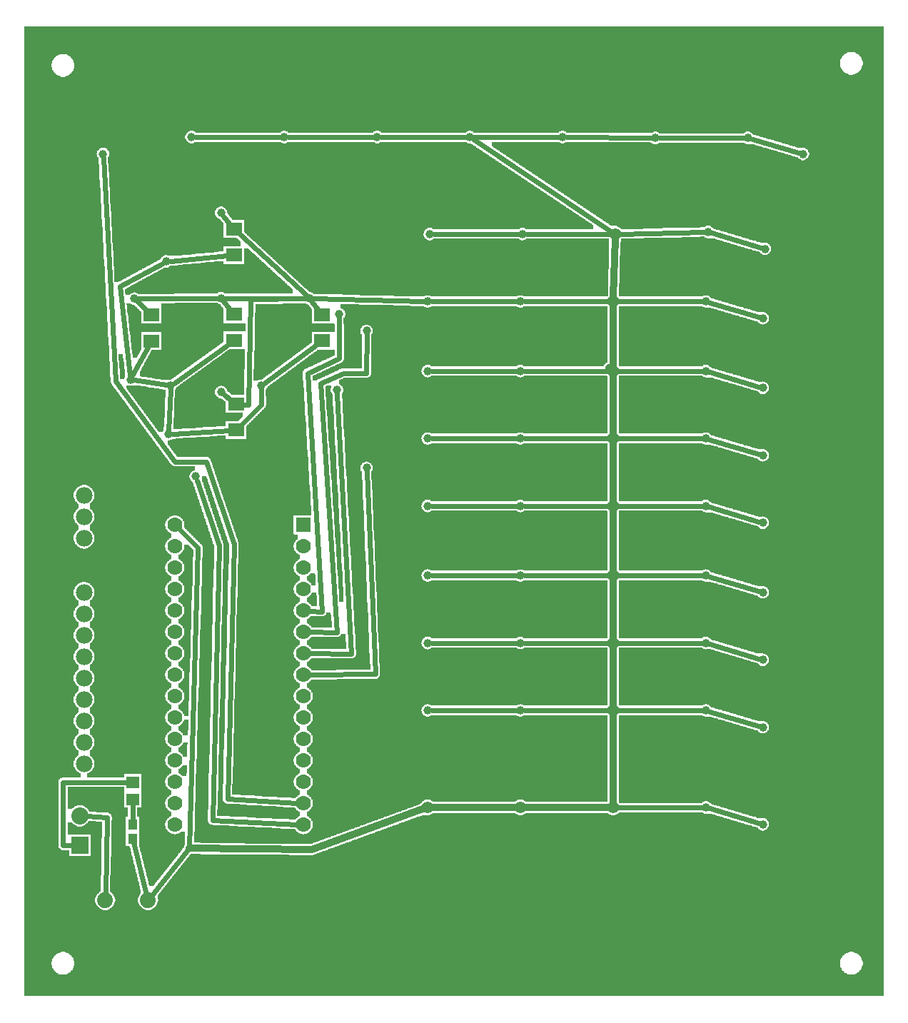
<source format=gbl>
G04 MADE WITH FRITZING*
G04 WWW.FRITZING.ORG*
G04 DOUBLE SIDED*
G04 HOLES PLATED*
G04 CONTOUR ON CENTER OF CONTOUR VECTOR*
%ASAXBY*%
%FSLAX23Y23*%
%MOIN*%
%OFA0B0*%
%SFA1.0B1.0*%
%ADD10C,0.075000*%
%ADD11C,0.074000*%
%ADD12C,0.039370*%
%ADD13C,0.078000*%
%ADD14C,0.080000*%
%ADD15C,0.055118*%
%ADD16C,0.070000*%
%ADD17R,0.043307X0.047244*%
%ADD18R,0.059055X0.055118*%
%ADD19R,0.074803X0.062992*%
%ADD20R,0.080000X0.080000*%
%ADD21R,0.069972X0.070000*%
%ADD22C,0.024000*%
%ADD23C,0.032000*%
%LNCOPPER0*%
G90*
G70*
G54D10*
X756Y3399D03*
X754Y3228D03*
X1187Y3201D03*
X999Y2993D03*
X618Y2825D03*
X1240Y2864D03*
X124Y4498D03*
G54D11*
X418Y488D03*
X618Y488D03*
X418Y488D03*
X618Y488D03*
X418Y488D03*
X618Y488D03*
G54D12*
X1147Y2890D03*
X723Y2890D03*
X536Y2919D03*
X714Y2663D03*
X842Y2466D03*
X408Y3972D03*
X1639Y2506D03*
X1501Y2870D03*
X1639Y3146D03*
X1511Y3224D03*
X704Y3470D03*
G54D13*
X320Y1925D03*
X320Y1825D03*
X320Y1725D03*
X320Y1625D03*
X320Y1525D03*
X320Y1425D03*
X320Y1325D03*
X320Y1225D03*
X320Y1125D03*
X320Y1925D03*
X320Y1825D03*
X320Y1725D03*
X320Y1625D03*
X320Y1525D03*
X320Y1425D03*
X320Y1325D03*
X320Y1225D03*
X320Y1125D03*
G54D12*
X1373Y3297D03*
X960Y3299D03*
X960Y3697D03*
X555Y3296D03*
X960Y2860D03*
X3676Y3972D03*
G54D13*
X320Y2378D03*
X320Y2278D03*
X320Y2178D03*
X320Y2378D03*
X320Y2278D03*
X320Y2178D03*
G54D14*
X300Y744D03*
X300Y882D03*
X300Y744D03*
X300Y882D03*
G54D12*
X2987Y4047D03*
X822Y4051D03*
X1934Y3598D03*
X1924Y1374D03*
G54D15*
X1924Y921D03*
G54D12*
X1924Y2004D03*
X1924Y1689D03*
X1924Y2958D03*
X1924Y3283D03*
X1924Y2644D03*
X1924Y2329D03*
X3420Y4047D03*
X1255Y4051D03*
X2367Y3598D03*
X2357Y1374D03*
X2357Y1689D03*
G54D15*
X2357Y921D03*
G54D12*
X2357Y2004D03*
X2357Y2329D03*
X2357Y2958D03*
X2357Y2644D03*
X2357Y3283D03*
X1688Y4051D03*
G54D15*
X2800Y3598D03*
X2790Y921D03*
X2790Y2004D03*
X2790Y1374D03*
X2790Y1689D03*
X2790Y2329D03*
X2790Y2959D03*
X2790Y2644D03*
X2790Y3283D03*
G54D12*
X2121Y4051D03*
X3233Y3608D03*
X3223Y921D03*
X3223Y1374D03*
X3223Y1689D03*
X3223Y2004D03*
X3223Y2329D03*
X3223Y2958D03*
X3223Y3283D03*
X3223Y2644D03*
X2554Y4051D03*
X3499Y3529D03*
X3489Y1295D03*
X3489Y1610D03*
X3489Y842D03*
X3489Y1925D03*
X3489Y2880D03*
X3489Y2250D03*
X3489Y3205D03*
X3489Y2565D03*
G54D16*
X1344Y2240D03*
X1344Y2140D03*
X1344Y2040D03*
X1344Y1940D03*
X1344Y1840D03*
X1344Y1740D03*
X1344Y1640D03*
X1344Y1540D03*
X1344Y1440D03*
X1344Y1340D03*
X1344Y1240D03*
X1344Y1140D03*
X1344Y1040D03*
X1344Y940D03*
X1344Y840D03*
X743Y2240D03*
X743Y2140D03*
X743Y2040D03*
X743Y1940D03*
X743Y1840D03*
X743Y1740D03*
X743Y1640D03*
X743Y1540D03*
X743Y1440D03*
X743Y1340D03*
X743Y1240D03*
X743Y1140D03*
X743Y1040D03*
X743Y940D03*
X743Y840D03*
X1344Y2240D03*
X1344Y2140D03*
X1344Y2040D03*
X1344Y1940D03*
X1344Y1840D03*
X1344Y1740D03*
X1344Y1640D03*
X1344Y1540D03*
X1344Y1440D03*
X1344Y1340D03*
X1344Y1240D03*
X1344Y1140D03*
X1344Y1040D03*
X1344Y940D03*
X1344Y840D03*
X743Y2240D03*
X743Y2140D03*
X743Y2040D03*
X743Y1940D03*
X743Y1840D03*
X743Y1740D03*
X743Y1640D03*
X743Y1540D03*
X743Y1440D03*
X743Y1340D03*
X743Y1240D03*
X743Y1140D03*
X743Y1040D03*
X743Y940D03*
X743Y840D03*
G54D17*
X546Y842D03*
X546Y775D03*
G54D18*
X546Y1039D03*
X546Y959D03*
G54D19*
X1029Y2683D03*
X1029Y2805D03*
X1432Y3100D03*
X1432Y3222D03*
X1019Y3500D03*
X1019Y3622D03*
X1019Y3102D03*
X1019Y3224D03*
X633Y3099D03*
X633Y3221D03*
G54D20*
X300Y744D03*
X300Y744D03*
G54D21*
X1344Y2240D03*
X1344Y2240D03*
G54D22*
X222Y744D02*
X268Y744D01*
D02*
X222Y1038D02*
X222Y744D01*
D02*
X522Y1039D02*
X222Y1038D01*
D02*
X551Y757D02*
X612Y514D01*
D02*
X546Y937D02*
X546Y860D01*
D02*
X427Y874D02*
X331Y880D01*
D02*
X419Y515D02*
X427Y874D01*
D02*
X811Y730D02*
X635Y509D01*
D02*
X3242Y2323D02*
X3471Y2255D01*
D02*
X2809Y2329D02*
X3204Y2329D01*
D02*
X2338Y2329D02*
X1943Y2329D01*
D02*
X2771Y2329D02*
X2376Y2329D01*
D02*
X3242Y1998D02*
X3471Y1930D01*
D02*
X2809Y2004D02*
X3204Y2004D01*
D02*
X2771Y2004D02*
X2376Y2004D01*
D02*
X2338Y2004D02*
X1943Y2004D01*
D02*
X3242Y1683D02*
X3471Y1615D01*
D02*
X2809Y1689D02*
X3204Y1689D01*
D02*
X2376Y1689D02*
X2771Y1689D01*
D02*
X1943Y1689D02*
X2338Y1689D01*
D02*
X3242Y916D02*
X3471Y848D01*
D02*
X2809Y921D02*
X3204Y921D01*
G54D23*
D02*
X2382Y921D02*
X2766Y921D01*
D02*
X1949Y921D02*
X2333Y921D01*
G54D22*
D02*
X3242Y1368D02*
X3471Y1301D01*
D02*
X2809Y1374D02*
X3204Y1374D01*
D02*
X2376Y1374D02*
X2771Y1374D01*
D02*
X1943Y1374D02*
X2338Y1374D01*
D02*
X3439Y4042D02*
X3658Y3978D01*
D02*
X3006Y4047D02*
X3401Y4047D01*
D02*
X2573Y4051D02*
X2968Y4047D01*
D02*
X2140Y4051D02*
X2535Y4051D01*
D02*
X1707Y4051D02*
X2102Y4051D01*
D02*
X1274Y4051D02*
X1669Y4051D01*
D02*
X841Y4051D02*
X1236Y4051D01*
D02*
X2137Y4040D02*
X2784Y3609D01*
D02*
X979Y3299D02*
X1354Y3297D01*
D02*
X941Y3299D02*
X574Y3296D01*
D02*
X1087Y2802D02*
X1030Y2802D01*
D02*
X1030Y2802D02*
X974Y2848D01*
D02*
X1098Y3293D02*
X1087Y2802D01*
D02*
X1354Y3297D02*
X1098Y3293D01*
D02*
X1047Y3596D02*
X1359Y3310D01*
D02*
X971Y3682D02*
X998Y3648D01*
D02*
X1385Y3282D02*
X1412Y3248D01*
D02*
X971Y3284D02*
X998Y3250D01*
D02*
X568Y3283D02*
X606Y3247D01*
D02*
X974Y2848D02*
X997Y2830D01*
D02*
X1162Y2901D02*
X1400Y3077D01*
D02*
X739Y2901D02*
X987Y3079D01*
D02*
X733Y2664D02*
X997Y2681D01*
D02*
X545Y2936D02*
X619Y3073D01*
D02*
X1147Y2802D02*
X1054Y2709D01*
D02*
X1147Y2871D02*
X1147Y2802D01*
D02*
X723Y2871D02*
X714Y2682D01*
D02*
X555Y2916D02*
X705Y2893D01*
D02*
X487Y3353D02*
X534Y2938D01*
D02*
X687Y3461D02*
X487Y3353D01*
G54D23*
D02*
X1383Y724D02*
X1901Y913D01*
D02*
X811Y730D02*
X1383Y724D01*
G54D22*
D02*
X852Y2133D02*
X764Y2220D01*
D02*
X811Y730D02*
X852Y2133D01*
D02*
X950Y2143D02*
X920Y861D01*
D02*
X920Y861D02*
X1314Y841D01*
D02*
X848Y2448D02*
X950Y2143D01*
D02*
X466Y2910D02*
X744Y2535D01*
D02*
X744Y2535D02*
X891Y2535D01*
D02*
X891Y2535D02*
X1019Y2151D01*
D02*
X1019Y2151D02*
X989Y961D01*
D02*
X989Y961D02*
X1314Y942D01*
D02*
X409Y3953D02*
X466Y2910D01*
D02*
X1679Y1543D02*
X1373Y1540D01*
D02*
X1640Y2487D02*
X1679Y1543D01*
D02*
X1568Y1639D02*
X1373Y1640D01*
D02*
X1502Y2851D02*
X1568Y1639D01*
D02*
X1638Y2949D02*
X1530Y2949D01*
D02*
X1530Y2949D02*
X1423Y2900D01*
D02*
X1423Y2900D02*
X1501Y1738D01*
D02*
X1501Y1738D02*
X1373Y1740D01*
D02*
X1639Y3127D02*
X1638Y2949D01*
D02*
X1512Y3018D02*
X1363Y2949D01*
D02*
X1363Y2949D02*
X1432Y1835D01*
D02*
X1432Y1835D02*
X1373Y1838D01*
D02*
X1511Y3205D02*
X1512Y3018D01*
D02*
X723Y3472D02*
X987Y3497D01*
D02*
X3242Y3278D02*
X3471Y3210D01*
D02*
X2809Y3283D02*
X3204Y3283D01*
D02*
X2376Y3283D02*
X2771Y3283D01*
D02*
X1943Y3283D02*
X2338Y3283D01*
D02*
X1392Y3297D02*
X1905Y3284D01*
G54D23*
D02*
X2791Y3308D02*
X2799Y3574D01*
D02*
X2790Y2983D02*
X2790Y3259D01*
D02*
X2790Y2959D02*
X2772Y2975D01*
D02*
X2790Y2668D02*
X2790Y2959D01*
D02*
X2790Y1713D02*
X2790Y1979D01*
G54D22*
D02*
X3242Y2953D02*
X3471Y2885D01*
D02*
X2809Y2959D02*
X3204Y2959D01*
D02*
X2376Y2959D02*
X2771Y2959D01*
D02*
X2338Y2959D02*
X1943Y2959D01*
G54D23*
D02*
X2790Y2353D02*
X2790Y2619D01*
D02*
X2790Y2028D02*
X2790Y2304D01*
D02*
X2790Y1398D02*
X2790Y1664D01*
D02*
X2790Y946D02*
X2790Y1349D01*
G54D22*
D02*
X3242Y2638D02*
X3471Y2570D01*
D02*
X2809Y2644D02*
X3204Y2644D01*
D02*
X2771Y2644D02*
X2376Y2644D01*
D02*
X2338Y2644D02*
X1943Y2644D01*
D02*
X3251Y3603D02*
X3481Y3535D01*
D02*
X2819Y3599D02*
X3214Y3608D01*
D02*
X2386Y3598D02*
X2781Y3598D01*
D02*
X1953Y3598D02*
X2348Y3598D01*
G36*
X1066Y3530D02*
X1066Y3458D01*
X1164Y3458D01*
X1164Y3460D01*
X1162Y3460D01*
X1162Y3462D01*
X1160Y3462D01*
X1160Y3464D01*
X1156Y3464D01*
X1156Y3466D01*
X1154Y3466D01*
X1154Y3468D01*
X1152Y3468D01*
X1152Y3470D01*
X1150Y3470D01*
X1150Y3472D01*
X1148Y3472D01*
X1148Y3474D01*
X1146Y3474D01*
X1146Y3476D01*
X1144Y3476D01*
X1144Y3478D01*
X1142Y3478D01*
X1142Y3480D01*
X1140Y3480D01*
X1140Y3482D01*
X1138Y3482D01*
X1138Y3484D01*
X1136Y3484D01*
X1136Y3486D01*
X1132Y3486D01*
X1132Y3488D01*
X1130Y3488D01*
X1130Y3490D01*
X1128Y3490D01*
X1128Y3492D01*
X1126Y3492D01*
X1126Y3494D01*
X1124Y3494D01*
X1124Y3496D01*
X1122Y3496D01*
X1122Y3498D01*
X1120Y3498D01*
X1120Y3500D01*
X1118Y3500D01*
X1118Y3502D01*
X1116Y3502D01*
X1116Y3504D01*
X1114Y3504D01*
X1114Y3506D01*
X1112Y3506D01*
X1112Y3508D01*
X1108Y3508D01*
X1108Y3510D01*
X1106Y3510D01*
X1106Y3512D01*
X1104Y3512D01*
X1104Y3514D01*
X1102Y3514D01*
X1102Y3516D01*
X1100Y3516D01*
X1100Y3518D01*
X1098Y3518D01*
X1098Y3520D01*
X1096Y3520D01*
X1096Y3522D01*
X1094Y3522D01*
X1094Y3524D01*
X1092Y3524D01*
X1092Y3526D01*
X1090Y3526D01*
X1090Y3528D01*
X1088Y3528D01*
X1088Y3530D01*
X1066Y3530D01*
G37*
D02*
G36*
X950Y3472D02*
X950Y3470D01*
X928Y3470D01*
X928Y3468D01*
X908Y3468D01*
X908Y3466D01*
X886Y3466D01*
X886Y3464D01*
X864Y3464D01*
X864Y3462D01*
X844Y3462D01*
X844Y3460D01*
X822Y3460D01*
X822Y3458D01*
X972Y3458D01*
X972Y3472D01*
X950Y3472D01*
G37*
D02*
G36*
X800Y3458D02*
X800Y3456D01*
X1166Y3456D01*
X1166Y3458D01*
X800Y3458D01*
G37*
D02*
G36*
X800Y3458D02*
X800Y3456D01*
X1166Y3456D01*
X1166Y3458D01*
X800Y3458D01*
G37*
D02*
G36*
X780Y3456D02*
X780Y3454D01*
X758Y3454D01*
X758Y3452D01*
X736Y3452D01*
X736Y3450D01*
X722Y3450D01*
X722Y3448D01*
X720Y3448D01*
X720Y3446D01*
X718Y3446D01*
X718Y3444D01*
X714Y3444D01*
X714Y3442D01*
X708Y3442D01*
X708Y3440D01*
X692Y3440D01*
X692Y3438D01*
X688Y3438D01*
X688Y3436D01*
X686Y3436D01*
X686Y3434D01*
X682Y3434D01*
X682Y3432D01*
X678Y3432D01*
X678Y3430D01*
X674Y3430D01*
X674Y3428D01*
X670Y3428D01*
X670Y3426D01*
X666Y3426D01*
X666Y3424D01*
X664Y3424D01*
X664Y3422D01*
X660Y3422D01*
X660Y3420D01*
X656Y3420D01*
X656Y3418D01*
X652Y3418D01*
X652Y3416D01*
X648Y3416D01*
X648Y3414D01*
X644Y3414D01*
X644Y3412D01*
X640Y3412D01*
X640Y3410D01*
X638Y3410D01*
X638Y3408D01*
X634Y3408D01*
X634Y3406D01*
X630Y3406D01*
X630Y3404D01*
X626Y3404D01*
X626Y3402D01*
X622Y3402D01*
X622Y3400D01*
X618Y3400D01*
X618Y3398D01*
X616Y3398D01*
X616Y3396D01*
X612Y3396D01*
X612Y3394D01*
X608Y3394D01*
X608Y3392D01*
X604Y3392D01*
X604Y3390D01*
X600Y3390D01*
X600Y3388D01*
X596Y3388D01*
X596Y3386D01*
X592Y3386D01*
X592Y3384D01*
X590Y3384D01*
X590Y3382D01*
X586Y3382D01*
X586Y3380D01*
X582Y3380D01*
X582Y3378D01*
X578Y3378D01*
X578Y3376D01*
X574Y3376D01*
X574Y3374D01*
X570Y3374D01*
X570Y3372D01*
X568Y3372D01*
X568Y3370D01*
X564Y3370D01*
X564Y3368D01*
X560Y3368D01*
X560Y3366D01*
X556Y3366D01*
X556Y3364D01*
X552Y3364D01*
X552Y3362D01*
X548Y3362D01*
X548Y3360D01*
X544Y3360D01*
X544Y3358D01*
X542Y3358D01*
X542Y3356D01*
X538Y3356D01*
X538Y3354D01*
X534Y3354D01*
X534Y3352D01*
X530Y3352D01*
X530Y3350D01*
X526Y3350D01*
X526Y3348D01*
X522Y3348D01*
X522Y3346D01*
X520Y3346D01*
X520Y3344D01*
X516Y3344D01*
X516Y3342D01*
X512Y3342D01*
X512Y3328D01*
X968Y3328D01*
X968Y3326D01*
X972Y3326D01*
X972Y3324D01*
X974Y3324D01*
X974Y3322D01*
X978Y3322D01*
X978Y3320D01*
X1294Y3320D01*
X1294Y3340D01*
X1292Y3340D01*
X1292Y3342D01*
X1290Y3342D01*
X1290Y3344D01*
X1288Y3344D01*
X1288Y3346D01*
X1286Y3346D01*
X1286Y3348D01*
X1284Y3348D01*
X1284Y3350D01*
X1282Y3350D01*
X1282Y3352D01*
X1280Y3352D01*
X1280Y3354D01*
X1276Y3354D01*
X1276Y3356D01*
X1274Y3356D01*
X1274Y3358D01*
X1272Y3358D01*
X1272Y3360D01*
X1270Y3360D01*
X1270Y3362D01*
X1268Y3362D01*
X1268Y3364D01*
X1266Y3364D01*
X1266Y3366D01*
X1264Y3366D01*
X1264Y3368D01*
X1262Y3368D01*
X1262Y3370D01*
X1260Y3370D01*
X1260Y3372D01*
X1258Y3372D01*
X1258Y3374D01*
X1256Y3374D01*
X1256Y3376D01*
X1252Y3376D01*
X1252Y3378D01*
X1250Y3378D01*
X1250Y3380D01*
X1248Y3380D01*
X1248Y3382D01*
X1246Y3382D01*
X1246Y3384D01*
X1244Y3384D01*
X1244Y3386D01*
X1242Y3386D01*
X1242Y3388D01*
X1240Y3388D01*
X1240Y3390D01*
X1238Y3390D01*
X1238Y3392D01*
X1236Y3392D01*
X1236Y3394D01*
X1234Y3394D01*
X1234Y3396D01*
X1232Y3396D01*
X1232Y3398D01*
X1228Y3398D01*
X1228Y3400D01*
X1226Y3400D01*
X1226Y3402D01*
X1224Y3402D01*
X1224Y3404D01*
X1222Y3404D01*
X1222Y3406D01*
X1220Y3406D01*
X1220Y3408D01*
X1218Y3408D01*
X1218Y3410D01*
X1216Y3410D01*
X1216Y3412D01*
X1214Y3412D01*
X1214Y3414D01*
X1212Y3414D01*
X1212Y3416D01*
X1210Y3416D01*
X1210Y3418D01*
X1208Y3418D01*
X1208Y3420D01*
X1204Y3420D01*
X1204Y3422D01*
X1202Y3422D01*
X1202Y3424D01*
X1200Y3424D01*
X1200Y3426D01*
X1198Y3426D01*
X1198Y3428D01*
X1196Y3428D01*
X1196Y3430D01*
X1194Y3430D01*
X1194Y3432D01*
X1192Y3432D01*
X1192Y3434D01*
X1190Y3434D01*
X1190Y3436D01*
X1188Y3436D01*
X1188Y3438D01*
X1186Y3438D01*
X1186Y3440D01*
X1184Y3440D01*
X1184Y3442D01*
X1180Y3442D01*
X1180Y3444D01*
X1178Y3444D01*
X1178Y3446D01*
X1176Y3446D01*
X1176Y3448D01*
X1174Y3448D01*
X1174Y3450D01*
X1172Y3450D01*
X1172Y3452D01*
X1170Y3452D01*
X1170Y3454D01*
X1168Y3454D01*
X1168Y3456D01*
X780Y3456D01*
G37*
D02*
G36*
X512Y3328D02*
X512Y3326D01*
X556Y3326D01*
X556Y3324D01*
X564Y3324D01*
X564Y3322D01*
X568Y3322D01*
X568Y3320D01*
X570Y3320D01*
X570Y3318D01*
X742Y3318D01*
X742Y3320D01*
X942Y3320D01*
X942Y3322D01*
X944Y3322D01*
X944Y3324D01*
X948Y3324D01*
X948Y3326D01*
X952Y3326D01*
X952Y3328D01*
X512Y3328D01*
G37*
D02*
G36*
X512Y3326D02*
X512Y3322D01*
X514Y3322D01*
X514Y3314D01*
X534Y3314D01*
X534Y3316D01*
X536Y3316D01*
X536Y3318D01*
X538Y3318D01*
X538Y3320D01*
X542Y3320D01*
X542Y3322D01*
X546Y3322D01*
X546Y3324D01*
X554Y3324D01*
X554Y3326D01*
X512Y3326D01*
G37*
D02*
G36*
X744Y3276D02*
X744Y3274D01*
X680Y3274D01*
X680Y3180D01*
X1074Y3180D01*
X1074Y3182D01*
X972Y3182D01*
X972Y3248D01*
X970Y3248D01*
X970Y3252D01*
X968Y3252D01*
X968Y3254D01*
X966Y3254D01*
X966Y3256D01*
X964Y3256D01*
X964Y3258D01*
X962Y3258D01*
X962Y3262D01*
X960Y3262D01*
X960Y3264D01*
X958Y3264D01*
X958Y3266D01*
X956Y3266D01*
X956Y3270D01*
X950Y3270D01*
X950Y3272D01*
X946Y3272D01*
X946Y3274D01*
X944Y3274D01*
X944Y3276D01*
X744Y3276D01*
G37*
D02*
G36*
X518Y3274D02*
X518Y3268D01*
X520Y3268D01*
X520Y3250D01*
X522Y3250D01*
X522Y3232D01*
X524Y3232D01*
X524Y3216D01*
X526Y3216D01*
X526Y3198D01*
X528Y3198D01*
X528Y3180D01*
X586Y3180D01*
X586Y3236D01*
X584Y3236D01*
X584Y3238D01*
X582Y3238D01*
X582Y3240D01*
X580Y3240D01*
X580Y3242D01*
X578Y3242D01*
X578Y3244D01*
X576Y3244D01*
X576Y3246D01*
X574Y3246D01*
X574Y3248D01*
X572Y3248D01*
X572Y3250D01*
X570Y3250D01*
X570Y3252D01*
X568Y3252D01*
X568Y3254D01*
X566Y3254D01*
X566Y3256D01*
X564Y3256D01*
X564Y3258D01*
X562Y3258D01*
X562Y3260D01*
X560Y3260D01*
X560Y3262D01*
X556Y3262D01*
X556Y3264D01*
X554Y3264D01*
X554Y3266D01*
X548Y3266D01*
X548Y3268D01*
X544Y3268D01*
X544Y3270D01*
X540Y3270D01*
X540Y3272D01*
X538Y3272D01*
X538Y3274D01*
X518Y3274D01*
G37*
D02*
G36*
X530Y3180D02*
X530Y3178D01*
X1074Y3178D01*
X1074Y3180D01*
X530Y3180D01*
G37*
D02*
G36*
X530Y3180D02*
X530Y3178D01*
X1074Y3178D01*
X1074Y3180D01*
X530Y3180D01*
G37*
D02*
G36*
X530Y3178D02*
X530Y3162D01*
X532Y3162D01*
X532Y3144D01*
X534Y3144D01*
X534Y3140D01*
X680Y3140D01*
X680Y3058D01*
X636Y3058D01*
X636Y3056D01*
X634Y3056D01*
X634Y3052D01*
X632Y3052D01*
X632Y3048D01*
X630Y3048D01*
X630Y3044D01*
X628Y3044D01*
X628Y3040D01*
X626Y3040D01*
X626Y3036D01*
X624Y3036D01*
X624Y3032D01*
X622Y3032D01*
X622Y3030D01*
X620Y3030D01*
X620Y3026D01*
X618Y3026D01*
X618Y3022D01*
X616Y3022D01*
X616Y3018D01*
X614Y3018D01*
X614Y3014D01*
X612Y3014D01*
X612Y3010D01*
X610Y3010D01*
X610Y3008D01*
X608Y3008D01*
X608Y3004D01*
X606Y3004D01*
X606Y3000D01*
X604Y3000D01*
X604Y2996D01*
X602Y2996D01*
X602Y2992D01*
X600Y2992D01*
X600Y2988D01*
X598Y2988D01*
X598Y2984D01*
X596Y2984D01*
X596Y2982D01*
X594Y2982D01*
X594Y2978D01*
X592Y2978D01*
X592Y2974D01*
X590Y2974D01*
X590Y2970D01*
X588Y2970D01*
X588Y2966D01*
X586Y2966D01*
X586Y2962D01*
X584Y2962D01*
X584Y2958D01*
X582Y2958D01*
X582Y2956D01*
X580Y2956D01*
X580Y2934D01*
X588Y2934D01*
X588Y2932D01*
X600Y2932D01*
X600Y2930D01*
X614Y2930D01*
X614Y2928D01*
X626Y2928D01*
X626Y2926D01*
X638Y2926D01*
X638Y2924D01*
X652Y2924D01*
X652Y2922D01*
X664Y2922D01*
X664Y2920D01*
X676Y2920D01*
X676Y2918D01*
X690Y2918D01*
X690Y2916D01*
X714Y2916D01*
X714Y2918D01*
X726Y2918D01*
X726Y2920D01*
X730Y2920D01*
X730Y2922D01*
X732Y2922D01*
X732Y2924D01*
X736Y2924D01*
X736Y2926D01*
X738Y2926D01*
X738Y2928D01*
X740Y2928D01*
X740Y2930D01*
X744Y2930D01*
X744Y2932D01*
X746Y2932D01*
X746Y2934D01*
X750Y2934D01*
X750Y2936D01*
X752Y2936D01*
X752Y2938D01*
X754Y2938D01*
X754Y2940D01*
X758Y2940D01*
X758Y2942D01*
X760Y2942D01*
X760Y2944D01*
X764Y2944D01*
X764Y2946D01*
X766Y2946D01*
X766Y2948D01*
X768Y2948D01*
X768Y2950D01*
X772Y2950D01*
X772Y2952D01*
X774Y2952D01*
X774Y2954D01*
X776Y2954D01*
X776Y2956D01*
X780Y2956D01*
X780Y2958D01*
X782Y2958D01*
X782Y2960D01*
X786Y2960D01*
X786Y2962D01*
X788Y2962D01*
X788Y2964D01*
X790Y2964D01*
X790Y2966D01*
X794Y2966D01*
X794Y2968D01*
X796Y2968D01*
X796Y2970D01*
X800Y2970D01*
X800Y2972D01*
X802Y2972D01*
X802Y2974D01*
X804Y2974D01*
X804Y2976D01*
X808Y2976D01*
X808Y2978D01*
X810Y2978D01*
X810Y2980D01*
X814Y2980D01*
X814Y2982D01*
X816Y2982D01*
X816Y2984D01*
X818Y2984D01*
X818Y2986D01*
X822Y2986D01*
X822Y2988D01*
X824Y2988D01*
X824Y2990D01*
X826Y2990D01*
X826Y2992D01*
X830Y2992D01*
X830Y2994D01*
X832Y2994D01*
X832Y2996D01*
X836Y2996D01*
X836Y2998D01*
X838Y2998D01*
X838Y3000D01*
X840Y3000D01*
X840Y3002D01*
X844Y3002D01*
X844Y3004D01*
X846Y3004D01*
X846Y3006D01*
X850Y3006D01*
X850Y3008D01*
X852Y3008D01*
X852Y3010D01*
X854Y3010D01*
X854Y3012D01*
X858Y3012D01*
X858Y3014D01*
X860Y3014D01*
X860Y3016D01*
X864Y3016D01*
X864Y3018D01*
X866Y3018D01*
X866Y3020D01*
X868Y3020D01*
X868Y3022D01*
X872Y3022D01*
X872Y3024D01*
X874Y3024D01*
X874Y3026D01*
X876Y3026D01*
X876Y3028D01*
X880Y3028D01*
X880Y3030D01*
X882Y3030D01*
X882Y3032D01*
X886Y3032D01*
X886Y3034D01*
X888Y3034D01*
X888Y3036D01*
X890Y3036D01*
X890Y3038D01*
X894Y3038D01*
X894Y3040D01*
X896Y3040D01*
X896Y3042D01*
X900Y3042D01*
X900Y3044D01*
X902Y3044D01*
X902Y3046D01*
X904Y3046D01*
X904Y3048D01*
X908Y3048D01*
X908Y3050D01*
X910Y3050D01*
X910Y3052D01*
X914Y3052D01*
X914Y3054D01*
X916Y3054D01*
X916Y3056D01*
X918Y3056D01*
X918Y3058D01*
X922Y3058D01*
X922Y3060D01*
X924Y3060D01*
X924Y3062D01*
X926Y3062D01*
X926Y3064D01*
X930Y3064D01*
X930Y3066D01*
X932Y3066D01*
X932Y3068D01*
X936Y3068D01*
X936Y3070D01*
X938Y3070D01*
X938Y3072D01*
X940Y3072D01*
X940Y3074D01*
X944Y3074D01*
X944Y3076D01*
X946Y3076D01*
X946Y3078D01*
X950Y3078D01*
X950Y3080D01*
X952Y3080D01*
X952Y3082D01*
X954Y3082D01*
X954Y3084D01*
X958Y3084D01*
X958Y3086D01*
X960Y3086D01*
X960Y3088D01*
X964Y3088D01*
X964Y3090D01*
X966Y3090D01*
X966Y3092D01*
X968Y3092D01*
X968Y3094D01*
X972Y3094D01*
X972Y3144D01*
X1074Y3144D01*
X1074Y3178D01*
X530Y3178D01*
G37*
D02*
G36*
X534Y3140D02*
X534Y3126D01*
X536Y3126D01*
X536Y3110D01*
X538Y3110D01*
X538Y3092D01*
X540Y3092D01*
X540Y3074D01*
X542Y3074D01*
X542Y3056D01*
X544Y3056D01*
X544Y3038D01*
X546Y3038D01*
X546Y3020D01*
X566Y3020D01*
X566Y3022D01*
X568Y3022D01*
X568Y3026D01*
X570Y3026D01*
X570Y3030D01*
X572Y3030D01*
X572Y3034D01*
X574Y3034D01*
X574Y3036D01*
X576Y3036D01*
X576Y3040D01*
X578Y3040D01*
X578Y3044D01*
X580Y3044D01*
X580Y3048D01*
X582Y3048D01*
X582Y3052D01*
X584Y3052D01*
X584Y3056D01*
X586Y3056D01*
X586Y3140D01*
X534Y3140D01*
G37*
D02*
G36*
X1248Y3274D02*
X1248Y3272D01*
X1120Y3272D01*
X1120Y3230D01*
X1118Y3230D01*
X1118Y3142D01*
X1116Y3142D01*
X1116Y3054D01*
X1114Y3054D01*
X1114Y2966D01*
X1112Y2966D01*
X1112Y2914D01*
X1134Y2914D01*
X1134Y2916D01*
X1138Y2916D01*
X1138Y2918D01*
X1150Y2918D01*
X1150Y2920D01*
X1152Y2920D01*
X1152Y2922D01*
X1156Y2922D01*
X1156Y2924D01*
X1158Y2924D01*
X1158Y2926D01*
X1160Y2926D01*
X1160Y2928D01*
X1164Y2928D01*
X1164Y2930D01*
X1166Y2930D01*
X1166Y2932D01*
X1168Y2932D01*
X1168Y2934D01*
X1172Y2934D01*
X1172Y2936D01*
X1174Y2936D01*
X1174Y2938D01*
X1176Y2938D01*
X1176Y2940D01*
X1180Y2940D01*
X1180Y2942D01*
X1182Y2942D01*
X1182Y2944D01*
X1186Y2944D01*
X1186Y2946D01*
X1188Y2946D01*
X1188Y2948D01*
X1190Y2948D01*
X1190Y2950D01*
X1194Y2950D01*
X1194Y2952D01*
X1196Y2952D01*
X1196Y2954D01*
X1198Y2954D01*
X1198Y2956D01*
X1202Y2956D01*
X1202Y2958D01*
X1204Y2958D01*
X1204Y2960D01*
X1206Y2960D01*
X1206Y2962D01*
X1210Y2962D01*
X1210Y2964D01*
X1212Y2964D01*
X1212Y2966D01*
X1214Y2966D01*
X1214Y2968D01*
X1218Y2968D01*
X1218Y2970D01*
X1220Y2970D01*
X1220Y2972D01*
X1222Y2972D01*
X1222Y2974D01*
X1226Y2974D01*
X1226Y2976D01*
X1228Y2976D01*
X1228Y2978D01*
X1232Y2978D01*
X1232Y2980D01*
X1234Y2980D01*
X1234Y2982D01*
X1236Y2982D01*
X1236Y2984D01*
X1240Y2984D01*
X1240Y2986D01*
X1242Y2986D01*
X1242Y2988D01*
X1244Y2988D01*
X1244Y2990D01*
X1248Y2990D01*
X1248Y2992D01*
X1250Y2992D01*
X1250Y2994D01*
X1252Y2994D01*
X1252Y2996D01*
X1256Y2996D01*
X1256Y2998D01*
X1258Y2998D01*
X1258Y3000D01*
X1260Y3000D01*
X1260Y3002D01*
X1264Y3002D01*
X1264Y3004D01*
X1266Y3004D01*
X1266Y3006D01*
X1270Y3006D01*
X1270Y3008D01*
X1272Y3008D01*
X1272Y3010D01*
X1274Y3010D01*
X1274Y3012D01*
X1278Y3012D01*
X1278Y3014D01*
X1280Y3014D01*
X1280Y3016D01*
X1282Y3016D01*
X1282Y3018D01*
X1286Y3018D01*
X1286Y3020D01*
X1288Y3020D01*
X1288Y3022D01*
X1290Y3022D01*
X1290Y3024D01*
X1294Y3024D01*
X1294Y3026D01*
X1296Y3026D01*
X1296Y3028D01*
X1298Y3028D01*
X1298Y3030D01*
X1302Y3030D01*
X1302Y3032D01*
X1304Y3032D01*
X1304Y3034D01*
X1306Y3034D01*
X1306Y3036D01*
X1310Y3036D01*
X1310Y3038D01*
X1312Y3038D01*
X1312Y3040D01*
X1316Y3040D01*
X1316Y3042D01*
X1318Y3042D01*
X1318Y3044D01*
X1320Y3044D01*
X1320Y3046D01*
X1324Y3046D01*
X1324Y3048D01*
X1326Y3048D01*
X1326Y3050D01*
X1328Y3050D01*
X1328Y3052D01*
X1332Y3052D01*
X1332Y3054D01*
X1334Y3054D01*
X1334Y3056D01*
X1336Y3056D01*
X1336Y3058D01*
X1340Y3058D01*
X1340Y3060D01*
X1342Y3060D01*
X1342Y3062D01*
X1344Y3062D01*
X1344Y3064D01*
X1348Y3064D01*
X1348Y3066D01*
X1350Y3066D01*
X1350Y3068D01*
X1354Y3068D01*
X1354Y3070D01*
X1356Y3070D01*
X1356Y3072D01*
X1358Y3072D01*
X1358Y3074D01*
X1362Y3074D01*
X1362Y3076D01*
X1364Y3076D01*
X1364Y3078D01*
X1366Y3078D01*
X1366Y3080D01*
X1370Y3080D01*
X1370Y3082D01*
X1372Y3082D01*
X1372Y3084D01*
X1374Y3084D01*
X1374Y3086D01*
X1378Y3086D01*
X1378Y3088D01*
X1380Y3088D01*
X1380Y3090D01*
X1382Y3090D01*
X1382Y3092D01*
X1384Y3092D01*
X1384Y3140D01*
X1386Y3140D01*
X1386Y3142D01*
X1490Y3142D01*
X1490Y3176D01*
X1488Y3176D01*
X1488Y3180D01*
X1384Y3180D01*
X1384Y3248D01*
X1382Y3248D01*
X1382Y3252D01*
X1380Y3252D01*
X1380Y3254D01*
X1378Y3254D01*
X1378Y3256D01*
X1376Y3256D01*
X1376Y3258D01*
X1374Y3258D01*
X1374Y3262D01*
X1372Y3262D01*
X1372Y3264D01*
X1370Y3264D01*
X1370Y3266D01*
X1368Y3266D01*
X1368Y3268D01*
X1364Y3268D01*
X1364Y3270D01*
X1360Y3270D01*
X1360Y3272D01*
X1358Y3272D01*
X1358Y3274D01*
X1248Y3274D01*
G37*
D02*
G36*
X996Y3060D02*
X996Y3058D01*
X994Y3058D01*
X994Y3056D01*
X992Y3056D01*
X992Y3054D01*
X988Y3054D01*
X988Y3052D01*
X986Y3052D01*
X986Y3050D01*
X982Y3050D01*
X982Y3048D01*
X980Y3048D01*
X980Y3046D01*
X978Y3046D01*
X978Y3044D01*
X974Y3044D01*
X974Y3042D01*
X972Y3042D01*
X972Y3040D01*
X968Y3040D01*
X968Y3038D01*
X966Y3038D01*
X966Y3036D01*
X964Y3036D01*
X964Y3034D01*
X960Y3034D01*
X960Y3032D01*
X958Y3032D01*
X958Y3030D01*
X956Y3030D01*
X956Y3028D01*
X952Y3028D01*
X952Y3026D01*
X950Y3026D01*
X950Y3024D01*
X946Y3024D01*
X946Y3022D01*
X944Y3022D01*
X944Y3020D01*
X942Y3020D01*
X942Y3018D01*
X938Y3018D01*
X938Y3016D01*
X936Y3016D01*
X936Y3014D01*
X932Y3014D01*
X932Y3012D01*
X930Y3012D01*
X930Y3010D01*
X928Y3010D01*
X928Y3008D01*
X924Y3008D01*
X924Y3006D01*
X922Y3006D01*
X922Y3004D01*
X918Y3004D01*
X918Y3002D01*
X916Y3002D01*
X916Y3000D01*
X914Y3000D01*
X914Y2998D01*
X910Y2998D01*
X910Y2996D01*
X908Y2996D01*
X908Y2994D01*
X906Y2994D01*
X906Y2992D01*
X902Y2992D01*
X902Y2990D01*
X900Y2990D01*
X900Y2988D01*
X896Y2988D01*
X896Y2986D01*
X894Y2986D01*
X894Y2984D01*
X892Y2984D01*
X892Y2982D01*
X888Y2982D01*
X888Y2980D01*
X886Y2980D01*
X886Y2978D01*
X882Y2978D01*
X882Y2976D01*
X880Y2976D01*
X880Y2974D01*
X878Y2974D01*
X878Y2972D01*
X874Y2972D01*
X874Y2970D01*
X872Y2970D01*
X872Y2968D01*
X868Y2968D01*
X868Y2966D01*
X866Y2966D01*
X866Y2964D01*
X864Y2964D01*
X864Y2962D01*
X860Y2962D01*
X860Y2960D01*
X858Y2960D01*
X858Y2958D01*
X856Y2958D01*
X856Y2956D01*
X852Y2956D01*
X852Y2954D01*
X850Y2954D01*
X850Y2952D01*
X846Y2952D01*
X846Y2950D01*
X844Y2950D01*
X844Y2948D01*
X842Y2948D01*
X842Y2946D01*
X838Y2946D01*
X838Y2944D01*
X836Y2944D01*
X836Y2942D01*
X832Y2942D01*
X832Y2940D01*
X830Y2940D01*
X830Y2938D01*
X828Y2938D01*
X828Y2936D01*
X824Y2936D01*
X824Y2934D01*
X822Y2934D01*
X822Y2932D01*
X818Y2932D01*
X818Y2930D01*
X816Y2930D01*
X816Y2928D01*
X814Y2928D01*
X814Y2926D01*
X810Y2926D01*
X810Y2924D01*
X808Y2924D01*
X808Y2922D01*
X806Y2922D01*
X806Y2920D01*
X802Y2920D01*
X802Y2918D01*
X800Y2918D01*
X800Y2916D01*
X796Y2916D01*
X796Y2914D01*
X794Y2914D01*
X794Y2912D01*
X792Y2912D01*
X792Y2910D01*
X788Y2910D01*
X788Y2908D01*
X786Y2908D01*
X786Y2906D01*
X782Y2906D01*
X782Y2904D01*
X780Y2904D01*
X780Y2902D01*
X778Y2902D01*
X778Y2900D01*
X774Y2900D01*
X774Y2898D01*
X772Y2898D01*
X772Y2896D01*
X768Y2896D01*
X768Y2894D01*
X766Y2894D01*
X766Y2892D01*
X764Y2892D01*
X764Y2890D01*
X964Y2890D01*
X964Y2888D01*
X970Y2888D01*
X970Y2886D01*
X974Y2886D01*
X974Y2884D01*
X976Y2884D01*
X976Y2882D01*
X978Y2882D01*
X978Y2880D01*
X980Y2880D01*
X980Y2878D01*
X982Y2878D01*
X982Y2876D01*
X984Y2876D01*
X984Y2874D01*
X986Y2874D01*
X986Y2870D01*
X988Y2870D01*
X988Y2864D01*
X990Y2864D01*
X990Y2862D01*
X994Y2862D01*
X994Y2860D01*
X996Y2860D01*
X996Y2858D01*
X998Y2858D01*
X998Y2856D01*
X1000Y2856D01*
X1000Y2854D01*
X1004Y2854D01*
X1004Y2852D01*
X1006Y2852D01*
X1006Y2850D01*
X1008Y2850D01*
X1008Y2848D01*
X1010Y2848D01*
X1010Y2846D01*
X1066Y2846D01*
X1066Y2878D01*
X1068Y2878D01*
X1068Y2966D01*
X1070Y2966D01*
X1070Y3054D01*
X1072Y3054D01*
X1072Y3060D01*
X996Y3060D01*
G37*
D02*
G36*
X760Y2890D02*
X760Y2888D01*
X758Y2888D01*
X758Y2886D01*
X756Y2886D01*
X756Y2884D01*
X752Y2884D01*
X752Y2880D01*
X750Y2880D01*
X750Y2876D01*
X748Y2876D01*
X748Y2874D01*
X746Y2874D01*
X746Y2870D01*
X744Y2870D01*
X744Y2834D01*
X742Y2834D01*
X742Y2788D01*
X740Y2788D01*
X740Y2742D01*
X738Y2742D01*
X738Y2688D01*
X778Y2688D01*
X778Y2690D01*
X810Y2690D01*
X810Y2692D01*
X842Y2692D01*
X842Y2694D01*
X874Y2694D01*
X874Y2696D01*
X906Y2696D01*
X906Y2698D01*
X938Y2698D01*
X938Y2700D01*
X970Y2700D01*
X970Y2702D01*
X982Y2702D01*
X982Y2724D01*
X1040Y2724D01*
X1040Y2726D01*
X1042Y2726D01*
X1042Y2728D01*
X1044Y2728D01*
X1044Y2730D01*
X1046Y2730D01*
X1046Y2732D01*
X1048Y2732D01*
X1048Y2734D01*
X1050Y2734D01*
X1050Y2736D01*
X1052Y2736D01*
X1052Y2738D01*
X1054Y2738D01*
X1054Y2740D01*
X1056Y2740D01*
X1056Y2742D01*
X1058Y2742D01*
X1058Y2744D01*
X1060Y2744D01*
X1060Y2764D01*
X982Y2764D01*
X982Y2814D01*
X980Y2814D01*
X980Y2816D01*
X976Y2816D01*
X976Y2818D01*
X974Y2818D01*
X974Y2820D01*
X972Y2820D01*
X972Y2822D01*
X970Y2822D01*
X970Y2824D01*
X968Y2824D01*
X968Y2826D01*
X964Y2826D01*
X964Y2828D01*
X962Y2828D01*
X962Y2830D01*
X954Y2830D01*
X954Y2832D01*
X948Y2832D01*
X948Y2834D01*
X946Y2834D01*
X946Y2836D01*
X942Y2836D01*
X942Y2838D01*
X940Y2838D01*
X940Y2840D01*
X938Y2840D01*
X938Y2842D01*
X936Y2842D01*
X936Y2846D01*
X934Y2846D01*
X934Y2848D01*
X932Y2848D01*
X932Y2854D01*
X930Y2854D01*
X930Y2866D01*
X932Y2866D01*
X932Y2872D01*
X934Y2872D01*
X934Y2874D01*
X936Y2874D01*
X936Y2878D01*
X938Y2878D01*
X938Y2880D01*
X940Y2880D01*
X940Y2882D01*
X944Y2882D01*
X944Y2884D01*
X946Y2884D01*
X946Y2886D01*
X950Y2886D01*
X950Y2888D01*
X956Y2888D01*
X956Y2890D01*
X760Y2890D01*
G37*
D02*
G36*
X482Y3036D02*
X482Y3006D01*
X484Y3006D01*
X484Y2970D01*
X486Y2970D01*
X486Y2932D01*
X488Y2932D01*
X488Y2922D01*
X508Y2922D01*
X508Y2928D01*
X510Y2928D01*
X510Y2966D01*
X508Y2966D01*
X508Y2982D01*
X506Y2982D01*
X506Y3000D01*
X504Y3000D01*
X504Y3018D01*
X502Y3018D01*
X502Y3036D01*
X482Y3036D01*
G37*
D02*
G36*
X544Y2892D02*
X544Y2890D01*
X516Y2890D01*
X516Y2878D01*
X518Y2878D01*
X518Y2876D01*
X520Y2876D01*
X520Y2874D01*
X522Y2874D01*
X522Y2870D01*
X524Y2870D01*
X524Y2868D01*
X526Y2868D01*
X526Y2864D01*
X528Y2864D01*
X528Y2862D01*
X530Y2862D01*
X530Y2860D01*
X532Y2860D01*
X532Y2856D01*
X534Y2856D01*
X534Y2854D01*
X536Y2854D01*
X536Y2852D01*
X538Y2852D01*
X538Y2848D01*
X540Y2848D01*
X540Y2846D01*
X542Y2846D01*
X542Y2844D01*
X544Y2844D01*
X544Y2840D01*
X546Y2840D01*
X546Y2838D01*
X548Y2838D01*
X548Y2836D01*
X550Y2836D01*
X550Y2832D01*
X552Y2832D01*
X552Y2830D01*
X554Y2830D01*
X554Y2828D01*
X556Y2828D01*
X556Y2824D01*
X558Y2824D01*
X558Y2822D01*
X560Y2822D01*
X560Y2820D01*
X562Y2820D01*
X562Y2816D01*
X564Y2816D01*
X564Y2814D01*
X566Y2814D01*
X566Y2810D01*
X568Y2810D01*
X568Y2808D01*
X570Y2808D01*
X570Y2806D01*
X572Y2806D01*
X572Y2802D01*
X574Y2802D01*
X574Y2800D01*
X576Y2800D01*
X576Y2798D01*
X578Y2798D01*
X578Y2794D01*
X580Y2794D01*
X580Y2792D01*
X582Y2792D01*
X582Y2790D01*
X584Y2790D01*
X584Y2786D01*
X586Y2786D01*
X586Y2784D01*
X588Y2784D01*
X588Y2782D01*
X590Y2782D01*
X590Y2778D01*
X592Y2778D01*
X592Y2776D01*
X594Y2776D01*
X594Y2774D01*
X596Y2774D01*
X596Y2770D01*
X598Y2770D01*
X598Y2768D01*
X600Y2768D01*
X600Y2766D01*
X602Y2766D01*
X602Y2762D01*
X604Y2762D01*
X604Y2760D01*
X606Y2760D01*
X606Y2756D01*
X608Y2756D01*
X608Y2754D01*
X610Y2754D01*
X610Y2752D01*
X612Y2752D01*
X612Y2748D01*
X614Y2748D01*
X614Y2746D01*
X616Y2746D01*
X616Y2744D01*
X618Y2744D01*
X618Y2740D01*
X620Y2740D01*
X620Y2738D01*
X622Y2738D01*
X622Y2736D01*
X624Y2736D01*
X624Y2732D01*
X626Y2732D01*
X626Y2730D01*
X628Y2730D01*
X628Y2728D01*
X630Y2728D01*
X630Y2724D01*
X632Y2724D01*
X632Y2722D01*
X634Y2722D01*
X634Y2720D01*
X636Y2720D01*
X636Y2716D01*
X638Y2716D01*
X638Y2714D01*
X640Y2714D01*
X640Y2712D01*
X642Y2712D01*
X642Y2708D01*
X644Y2708D01*
X644Y2706D01*
X646Y2706D01*
X646Y2702D01*
X648Y2702D01*
X648Y2700D01*
X650Y2700D01*
X650Y2698D01*
X652Y2698D01*
X652Y2694D01*
X654Y2694D01*
X654Y2692D01*
X656Y2692D01*
X656Y2690D01*
X658Y2690D01*
X658Y2686D01*
X660Y2686D01*
X660Y2684D01*
X662Y2684D01*
X662Y2682D01*
X664Y2682D01*
X664Y2678D01*
X666Y2678D01*
X666Y2676D01*
X668Y2676D01*
X668Y2674D01*
X688Y2674D01*
X688Y2678D01*
X690Y2678D01*
X690Y2680D01*
X692Y2680D01*
X692Y2696D01*
X694Y2696D01*
X694Y2742D01*
X696Y2742D01*
X696Y2788D01*
X698Y2788D01*
X698Y2834D01*
X700Y2834D01*
X700Y2870D01*
X698Y2870D01*
X698Y2872D01*
X686Y2872D01*
X686Y2874D01*
X672Y2874D01*
X672Y2876D01*
X660Y2876D01*
X660Y2878D01*
X648Y2878D01*
X648Y2880D01*
X634Y2880D01*
X634Y2882D01*
X622Y2882D01*
X622Y2884D01*
X610Y2884D01*
X610Y2886D01*
X596Y2886D01*
X596Y2888D01*
X584Y2888D01*
X584Y2890D01*
X572Y2890D01*
X572Y2892D01*
X544Y2892D01*
G37*
D02*
G36*
X1452Y2890D02*
X1452Y2888D01*
X1448Y2888D01*
X1448Y2838D01*
X1450Y2838D01*
X1450Y2808D01*
X1452Y2808D01*
X1452Y2778D01*
X1454Y2778D01*
X1454Y2748D01*
X1456Y2748D01*
X1456Y2718D01*
X1458Y2718D01*
X1458Y2688D01*
X1460Y2688D01*
X1460Y2660D01*
X1462Y2660D01*
X1462Y2630D01*
X1464Y2630D01*
X1464Y2600D01*
X1466Y2600D01*
X1466Y2570D01*
X1468Y2570D01*
X1468Y2540D01*
X1470Y2540D01*
X1470Y2510D01*
X1472Y2510D01*
X1472Y2480D01*
X1474Y2480D01*
X1474Y2450D01*
X1476Y2450D01*
X1476Y2420D01*
X1478Y2420D01*
X1478Y2390D01*
X1480Y2390D01*
X1480Y2360D01*
X1482Y2360D01*
X1482Y2330D01*
X1484Y2330D01*
X1484Y2300D01*
X1486Y2300D01*
X1486Y2270D01*
X1488Y2270D01*
X1488Y2240D01*
X1490Y2240D01*
X1490Y2210D01*
X1492Y2210D01*
X1492Y2180D01*
X1494Y2180D01*
X1494Y2150D01*
X1496Y2150D01*
X1496Y2120D01*
X1498Y2120D01*
X1498Y2092D01*
X1500Y2092D01*
X1500Y2062D01*
X1502Y2062D01*
X1502Y2032D01*
X1504Y2032D01*
X1504Y2002D01*
X1506Y2002D01*
X1506Y1972D01*
X1508Y1972D01*
X1508Y1942D01*
X1510Y1942D01*
X1510Y1912D01*
X1512Y1912D01*
X1512Y1882D01*
X1532Y1882D01*
X1532Y1914D01*
X1530Y1914D01*
X1530Y1950D01*
X1528Y1950D01*
X1528Y1988D01*
X1526Y1988D01*
X1526Y2024D01*
X1524Y2024D01*
X1524Y2060D01*
X1522Y2060D01*
X1522Y2098D01*
X1520Y2098D01*
X1520Y2134D01*
X1518Y2134D01*
X1518Y2170D01*
X1516Y2170D01*
X1516Y2208D01*
X1514Y2208D01*
X1514Y2244D01*
X1512Y2244D01*
X1512Y2280D01*
X1510Y2280D01*
X1510Y2318D01*
X1508Y2318D01*
X1508Y2354D01*
X1506Y2354D01*
X1506Y2392D01*
X1504Y2392D01*
X1504Y2428D01*
X1502Y2428D01*
X1502Y2464D01*
X1500Y2464D01*
X1500Y2502D01*
X1498Y2502D01*
X1498Y2538D01*
X1496Y2538D01*
X1496Y2574D01*
X1494Y2574D01*
X1494Y2612D01*
X1492Y2612D01*
X1492Y2648D01*
X1490Y2648D01*
X1490Y2684D01*
X1488Y2684D01*
X1488Y2722D01*
X1486Y2722D01*
X1486Y2758D01*
X1484Y2758D01*
X1484Y2794D01*
X1482Y2794D01*
X1482Y2832D01*
X1480Y2832D01*
X1480Y2852D01*
X1478Y2852D01*
X1478Y2854D01*
X1476Y2854D01*
X1476Y2858D01*
X1474Y2858D01*
X1474Y2862D01*
X1472Y2862D01*
X1472Y2878D01*
X1474Y2878D01*
X1474Y2890D01*
X1452Y2890D01*
G37*
D02*
G36*
X1410Y3058D02*
X1410Y3056D01*
X1408Y3056D01*
X1408Y3054D01*
X1406Y3054D01*
X1406Y3052D01*
X1402Y3052D01*
X1402Y3050D01*
X1400Y3050D01*
X1400Y3048D01*
X1398Y3048D01*
X1398Y3046D01*
X1394Y3046D01*
X1394Y3044D01*
X1392Y3044D01*
X1392Y3042D01*
X1390Y3042D01*
X1390Y3040D01*
X1386Y3040D01*
X1386Y3038D01*
X1384Y3038D01*
X1384Y3036D01*
X1382Y3036D01*
X1382Y3034D01*
X1378Y3034D01*
X1378Y3032D01*
X1376Y3032D01*
X1376Y3030D01*
X1372Y3030D01*
X1372Y3028D01*
X1370Y3028D01*
X1370Y3026D01*
X1368Y3026D01*
X1368Y3024D01*
X1364Y3024D01*
X1364Y3022D01*
X1362Y3022D01*
X1362Y3020D01*
X1360Y3020D01*
X1360Y3018D01*
X1356Y3018D01*
X1356Y3016D01*
X1354Y3016D01*
X1354Y3014D01*
X1352Y3014D01*
X1352Y3012D01*
X1348Y3012D01*
X1348Y3010D01*
X1346Y3010D01*
X1346Y3008D01*
X1344Y3008D01*
X1344Y3006D01*
X1340Y3006D01*
X1340Y3004D01*
X1338Y3004D01*
X1338Y3002D01*
X1336Y3002D01*
X1336Y3000D01*
X1332Y3000D01*
X1332Y2998D01*
X1330Y2998D01*
X1330Y2996D01*
X1326Y2996D01*
X1326Y2994D01*
X1324Y2994D01*
X1324Y2992D01*
X1322Y2992D01*
X1322Y2990D01*
X1318Y2990D01*
X1318Y2988D01*
X1316Y2988D01*
X1316Y2986D01*
X1314Y2986D01*
X1314Y2984D01*
X1310Y2984D01*
X1310Y2982D01*
X1308Y2982D01*
X1308Y2980D01*
X1306Y2980D01*
X1306Y2978D01*
X1302Y2978D01*
X1302Y2976D01*
X1300Y2976D01*
X1300Y2974D01*
X1298Y2974D01*
X1298Y2972D01*
X1294Y2972D01*
X1294Y2970D01*
X1292Y2970D01*
X1292Y2968D01*
X1288Y2968D01*
X1288Y2966D01*
X1286Y2966D01*
X1286Y2964D01*
X1284Y2964D01*
X1284Y2962D01*
X1280Y2962D01*
X1280Y2960D01*
X1278Y2960D01*
X1278Y2958D01*
X1276Y2958D01*
X1276Y2956D01*
X1272Y2956D01*
X1272Y2954D01*
X1270Y2954D01*
X1270Y2952D01*
X1268Y2952D01*
X1268Y2950D01*
X1264Y2950D01*
X1264Y2948D01*
X1262Y2948D01*
X1262Y2946D01*
X1260Y2946D01*
X1260Y2944D01*
X1256Y2944D01*
X1256Y2942D01*
X1254Y2942D01*
X1254Y2940D01*
X1252Y2940D01*
X1252Y2938D01*
X1248Y2938D01*
X1248Y2936D01*
X1246Y2936D01*
X1246Y2934D01*
X1242Y2934D01*
X1242Y2932D01*
X1240Y2932D01*
X1240Y2930D01*
X1238Y2930D01*
X1238Y2928D01*
X1234Y2928D01*
X1234Y2926D01*
X1232Y2926D01*
X1232Y2924D01*
X1230Y2924D01*
X1230Y2922D01*
X1226Y2922D01*
X1226Y2920D01*
X1224Y2920D01*
X1224Y2918D01*
X1222Y2918D01*
X1222Y2916D01*
X1218Y2916D01*
X1218Y2914D01*
X1216Y2914D01*
X1216Y2912D01*
X1214Y2912D01*
X1214Y2910D01*
X1210Y2910D01*
X1210Y2908D01*
X1208Y2908D01*
X1208Y2906D01*
X1204Y2906D01*
X1204Y2904D01*
X1202Y2904D01*
X1202Y2902D01*
X1200Y2902D01*
X1200Y2900D01*
X1196Y2900D01*
X1196Y2898D01*
X1194Y2898D01*
X1194Y2896D01*
X1192Y2896D01*
X1192Y2894D01*
X1188Y2894D01*
X1188Y2892D01*
X1186Y2892D01*
X1186Y2890D01*
X1184Y2890D01*
X1184Y2888D01*
X1180Y2888D01*
X1180Y2886D01*
X1178Y2886D01*
X1178Y2884D01*
X1176Y2884D01*
X1176Y2882D01*
X1174Y2882D01*
X1174Y2878D01*
X1172Y2878D01*
X1172Y2874D01*
X1170Y2874D01*
X1170Y2872D01*
X1168Y2872D01*
X1168Y2840D01*
X1170Y2840D01*
X1170Y2798D01*
X1168Y2798D01*
X1168Y2792D01*
X1166Y2792D01*
X1166Y2788D01*
X1164Y2788D01*
X1164Y2786D01*
X1162Y2786D01*
X1162Y2784D01*
X1160Y2784D01*
X1160Y2782D01*
X1158Y2782D01*
X1158Y2780D01*
X1156Y2780D01*
X1156Y2778D01*
X1154Y2778D01*
X1154Y2776D01*
X1152Y2776D01*
X1152Y2774D01*
X1150Y2774D01*
X1150Y2772D01*
X1148Y2772D01*
X1148Y2770D01*
X1146Y2770D01*
X1146Y2768D01*
X1144Y2768D01*
X1144Y2766D01*
X1142Y2766D01*
X1142Y2764D01*
X1140Y2764D01*
X1140Y2762D01*
X1138Y2762D01*
X1138Y2760D01*
X1136Y2760D01*
X1136Y2758D01*
X1134Y2758D01*
X1134Y2756D01*
X1132Y2756D01*
X1132Y2754D01*
X1130Y2754D01*
X1130Y2752D01*
X1128Y2752D01*
X1128Y2750D01*
X1126Y2750D01*
X1126Y2748D01*
X1124Y2748D01*
X1124Y2746D01*
X1122Y2746D01*
X1122Y2744D01*
X1120Y2744D01*
X1120Y2742D01*
X1118Y2742D01*
X1118Y2740D01*
X1116Y2740D01*
X1116Y2738D01*
X1114Y2738D01*
X1114Y2736D01*
X1112Y2736D01*
X1112Y2734D01*
X1110Y2734D01*
X1110Y2732D01*
X1108Y2732D01*
X1108Y2730D01*
X1106Y2730D01*
X1106Y2728D01*
X1104Y2728D01*
X1104Y2726D01*
X1102Y2726D01*
X1102Y2724D01*
X1100Y2724D01*
X1100Y2722D01*
X1098Y2722D01*
X1098Y2720D01*
X1096Y2720D01*
X1096Y2718D01*
X1094Y2718D01*
X1094Y2716D01*
X1092Y2716D01*
X1092Y2714D01*
X1090Y2714D01*
X1090Y2712D01*
X1088Y2712D01*
X1088Y2710D01*
X1086Y2710D01*
X1086Y2708D01*
X1084Y2708D01*
X1084Y2706D01*
X1082Y2706D01*
X1082Y2704D01*
X1080Y2704D01*
X1080Y2702D01*
X1078Y2702D01*
X1078Y2700D01*
X1076Y2700D01*
X1076Y2642D01*
X1360Y2642D01*
X1360Y2654D01*
X1358Y2654D01*
X1358Y2686D01*
X1356Y2686D01*
X1356Y2720D01*
X1354Y2720D01*
X1354Y2752D01*
X1352Y2752D01*
X1352Y2784D01*
X1350Y2784D01*
X1350Y2816D01*
X1348Y2816D01*
X1348Y2848D01*
X1346Y2848D01*
X1346Y2880D01*
X1344Y2880D01*
X1344Y2914D01*
X1342Y2914D01*
X1342Y2946D01*
X1340Y2946D01*
X1340Y2950D01*
X1342Y2950D01*
X1342Y2958D01*
X1344Y2958D01*
X1344Y2962D01*
X1346Y2962D01*
X1346Y2964D01*
X1348Y2964D01*
X1348Y2966D01*
X1352Y2966D01*
X1352Y2968D01*
X1354Y2968D01*
X1354Y2970D01*
X1360Y2970D01*
X1360Y2972D01*
X1364Y2972D01*
X1364Y2974D01*
X1368Y2974D01*
X1368Y2976D01*
X1372Y2976D01*
X1372Y2978D01*
X1376Y2978D01*
X1376Y2980D01*
X1380Y2980D01*
X1380Y2982D01*
X1386Y2982D01*
X1386Y2984D01*
X1390Y2984D01*
X1390Y2986D01*
X1394Y2986D01*
X1394Y2988D01*
X1398Y2988D01*
X1398Y2990D01*
X1402Y2990D01*
X1402Y2992D01*
X1406Y2992D01*
X1406Y2994D01*
X1412Y2994D01*
X1412Y2996D01*
X1416Y2996D01*
X1416Y2998D01*
X1420Y2998D01*
X1420Y3000D01*
X1424Y3000D01*
X1424Y3002D01*
X1428Y3002D01*
X1428Y3004D01*
X1432Y3004D01*
X1432Y3006D01*
X1438Y3006D01*
X1438Y3008D01*
X1442Y3008D01*
X1442Y3010D01*
X1446Y3010D01*
X1446Y3012D01*
X1450Y3012D01*
X1450Y3014D01*
X1454Y3014D01*
X1454Y3016D01*
X1458Y3016D01*
X1458Y3018D01*
X1464Y3018D01*
X1464Y3020D01*
X1468Y3020D01*
X1468Y3022D01*
X1472Y3022D01*
X1472Y3024D01*
X1476Y3024D01*
X1476Y3026D01*
X1480Y3026D01*
X1480Y3028D01*
X1484Y3028D01*
X1484Y3030D01*
X1488Y3030D01*
X1488Y3032D01*
X1490Y3032D01*
X1490Y3058D01*
X1410Y3058D01*
G37*
D02*
G36*
X940Y2656D02*
X940Y2654D01*
X908Y2654D01*
X908Y2652D01*
X876Y2652D01*
X876Y2650D01*
X844Y2650D01*
X844Y2648D01*
X812Y2648D01*
X812Y2646D01*
X780Y2646D01*
X780Y2644D01*
X748Y2644D01*
X748Y2642D01*
X982Y2642D01*
X982Y2656D01*
X940Y2656D01*
G37*
D02*
G36*
X732Y2642D02*
X732Y2640D01*
X1360Y2640D01*
X1360Y2642D01*
X732Y2642D01*
G37*
D02*
G36*
X732Y2642D02*
X732Y2640D01*
X1360Y2640D01*
X1360Y2642D01*
X732Y2642D01*
G37*
D02*
G36*
X730Y2640D02*
X730Y2638D01*
X726Y2638D01*
X726Y2636D01*
X722Y2636D01*
X722Y2634D01*
X712Y2634D01*
X712Y2614D01*
X714Y2614D01*
X714Y2612D01*
X716Y2612D01*
X716Y2608D01*
X718Y2608D01*
X718Y2606D01*
X720Y2606D01*
X720Y2604D01*
X722Y2604D01*
X722Y2600D01*
X724Y2600D01*
X724Y2598D01*
X726Y2598D01*
X726Y2594D01*
X728Y2594D01*
X728Y2592D01*
X730Y2592D01*
X730Y2590D01*
X732Y2590D01*
X732Y2586D01*
X734Y2586D01*
X734Y2584D01*
X736Y2584D01*
X736Y2582D01*
X738Y2582D01*
X738Y2578D01*
X740Y2578D01*
X740Y2576D01*
X742Y2576D01*
X742Y2574D01*
X744Y2574D01*
X744Y2570D01*
X746Y2570D01*
X746Y2568D01*
X748Y2568D01*
X748Y2566D01*
X750Y2566D01*
X750Y2562D01*
X752Y2562D01*
X752Y2560D01*
X754Y2560D01*
X754Y2558D01*
X892Y2558D01*
X892Y2556D01*
X900Y2556D01*
X900Y2554D01*
X904Y2554D01*
X904Y2552D01*
X906Y2552D01*
X906Y2550D01*
X908Y2550D01*
X908Y2548D01*
X910Y2548D01*
X910Y2544D01*
X912Y2544D01*
X912Y2538D01*
X914Y2538D01*
X914Y2532D01*
X916Y2532D01*
X916Y2526D01*
X918Y2526D01*
X918Y2520D01*
X920Y2520D01*
X920Y2514D01*
X922Y2514D01*
X922Y2508D01*
X924Y2508D01*
X924Y2502D01*
X926Y2502D01*
X926Y2496D01*
X928Y2496D01*
X928Y2490D01*
X930Y2490D01*
X930Y2484D01*
X932Y2484D01*
X932Y2478D01*
X934Y2478D01*
X934Y2472D01*
X936Y2472D01*
X936Y2466D01*
X938Y2466D01*
X938Y2460D01*
X940Y2460D01*
X940Y2454D01*
X942Y2454D01*
X942Y2448D01*
X944Y2448D01*
X944Y2442D01*
X946Y2442D01*
X946Y2436D01*
X948Y2436D01*
X948Y2430D01*
X950Y2430D01*
X950Y2424D01*
X952Y2424D01*
X952Y2418D01*
X954Y2418D01*
X954Y2412D01*
X956Y2412D01*
X956Y2406D01*
X958Y2406D01*
X958Y2400D01*
X960Y2400D01*
X960Y2394D01*
X962Y2394D01*
X962Y2388D01*
X964Y2388D01*
X964Y2382D01*
X966Y2382D01*
X966Y2376D01*
X968Y2376D01*
X968Y2370D01*
X970Y2370D01*
X970Y2364D01*
X972Y2364D01*
X972Y2358D01*
X974Y2358D01*
X974Y2352D01*
X976Y2352D01*
X976Y2346D01*
X978Y2346D01*
X978Y2340D01*
X980Y2340D01*
X980Y2334D01*
X982Y2334D01*
X982Y2328D01*
X984Y2328D01*
X984Y2322D01*
X986Y2322D01*
X986Y2316D01*
X988Y2316D01*
X988Y2310D01*
X990Y2310D01*
X990Y2304D01*
X992Y2304D01*
X992Y2300D01*
X994Y2300D01*
X994Y2294D01*
X996Y2294D01*
X996Y2288D01*
X998Y2288D01*
X998Y2282D01*
X1000Y2282D01*
X1000Y2276D01*
X1002Y2276D01*
X1002Y2270D01*
X1004Y2270D01*
X1004Y2264D01*
X1006Y2264D01*
X1006Y2258D01*
X1008Y2258D01*
X1008Y2252D01*
X1010Y2252D01*
X1010Y2246D01*
X1012Y2246D01*
X1012Y2240D01*
X1014Y2240D01*
X1014Y2234D01*
X1016Y2234D01*
X1016Y2228D01*
X1018Y2228D01*
X1018Y2222D01*
X1020Y2222D01*
X1020Y2216D01*
X1022Y2216D01*
X1022Y2210D01*
X1024Y2210D01*
X1024Y2204D01*
X1026Y2204D01*
X1026Y2198D01*
X1028Y2198D01*
X1028Y2192D01*
X1030Y2192D01*
X1030Y2186D01*
X1032Y2186D01*
X1032Y2180D01*
X1034Y2180D01*
X1034Y2174D01*
X1036Y2174D01*
X1036Y2168D01*
X1038Y2168D01*
X1038Y2162D01*
X1040Y2162D01*
X1040Y2154D01*
X1042Y2154D01*
X1042Y2136D01*
X1040Y2136D01*
X1040Y2058D01*
X1038Y2058D01*
X1038Y1978D01*
X1036Y1978D01*
X1036Y1900D01*
X1034Y1900D01*
X1034Y1820D01*
X1032Y1820D01*
X1032Y1742D01*
X1030Y1742D01*
X1030Y1664D01*
X1028Y1664D01*
X1028Y1584D01*
X1026Y1584D01*
X1026Y1506D01*
X1024Y1506D01*
X1024Y1426D01*
X1022Y1426D01*
X1022Y1348D01*
X1020Y1348D01*
X1020Y1268D01*
X1018Y1268D01*
X1018Y1190D01*
X1016Y1190D01*
X1016Y1110D01*
X1014Y1110D01*
X1014Y1032D01*
X1012Y1032D01*
X1012Y982D01*
X1016Y982D01*
X1016Y980D01*
X1050Y980D01*
X1050Y978D01*
X1084Y978D01*
X1084Y976D01*
X1118Y976D01*
X1118Y974D01*
X1152Y974D01*
X1152Y972D01*
X1186Y972D01*
X1186Y970D01*
X1220Y970D01*
X1220Y968D01*
X1254Y968D01*
X1254Y966D01*
X1288Y966D01*
X1288Y964D01*
X1308Y964D01*
X1308Y966D01*
X1310Y966D01*
X1310Y968D01*
X1312Y968D01*
X1312Y970D01*
X1314Y970D01*
X1314Y972D01*
X1316Y972D01*
X1316Y974D01*
X1318Y974D01*
X1318Y976D01*
X1320Y976D01*
X1320Y978D01*
X1324Y978D01*
X1324Y980D01*
X1326Y980D01*
X1326Y1000D01*
X1322Y1000D01*
X1322Y1002D01*
X1320Y1002D01*
X1320Y1004D01*
X1318Y1004D01*
X1318Y1006D01*
X1314Y1006D01*
X1314Y1008D01*
X1312Y1008D01*
X1312Y1010D01*
X1310Y1010D01*
X1310Y1014D01*
X1308Y1014D01*
X1308Y1016D01*
X1306Y1016D01*
X1306Y1018D01*
X1304Y1018D01*
X1304Y1022D01*
X1302Y1022D01*
X1302Y1028D01*
X1300Y1028D01*
X1300Y1034D01*
X1298Y1034D01*
X1298Y1046D01*
X1300Y1046D01*
X1300Y1052D01*
X1302Y1052D01*
X1302Y1058D01*
X1304Y1058D01*
X1304Y1060D01*
X1306Y1060D01*
X1306Y1064D01*
X1308Y1064D01*
X1308Y1066D01*
X1310Y1066D01*
X1310Y1068D01*
X1312Y1068D01*
X1312Y1070D01*
X1314Y1070D01*
X1314Y1072D01*
X1316Y1072D01*
X1316Y1074D01*
X1318Y1074D01*
X1318Y1076D01*
X1320Y1076D01*
X1320Y1078D01*
X1324Y1078D01*
X1324Y1080D01*
X1326Y1080D01*
X1326Y1100D01*
X1322Y1100D01*
X1322Y1102D01*
X1320Y1102D01*
X1320Y1104D01*
X1318Y1104D01*
X1318Y1106D01*
X1314Y1106D01*
X1314Y1108D01*
X1312Y1108D01*
X1312Y1110D01*
X1310Y1110D01*
X1310Y1114D01*
X1308Y1114D01*
X1308Y1116D01*
X1306Y1116D01*
X1306Y1118D01*
X1304Y1118D01*
X1304Y1122D01*
X1302Y1122D01*
X1302Y1128D01*
X1300Y1128D01*
X1300Y1134D01*
X1298Y1134D01*
X1298Y1146D01*
X1300Y1146D01*
X1300Y1152D01*
X1302Y1152D01*
X1302Y1158D01*
X1304Y1158D01*
X1304Y1160D01*
X1306Y1160D01*
X1306Y1164D01*
X1308Y1164D01*
X1308Y1166D01*
X1310Y1166D01*
X1310Y1168D01*
X1312Y1168D01*
X1312Y1170D01*
X1314Y1170D01*
X1314Y1172D01*
X1316Y1172D01*
X1316Y1174D01*
X1318Y1174D01*
X1318Y1176D01*
X1320Y1176D01*
X1320Y1178D01*
X1324Y1178D01*
X1324Y1180D01*
X1326Y1180D01*
X1326Y1200D01*
X1322Y1200D01*
X1322Y1202D01*
X1320Y1202D01*
X1320Y1204D01*
X1318Y1204D01*
X1318Y1206D01*
X1314Y1206D01*
X1314Y1208D01*
X1312Y1208D01*
X1312Y1210D01*
X1310Y1210D01*
X1310Y1214D01*
X1308Y1214D01*
X1308Y1216D01*
X1306Y1216D01*
X1306Y1218D01*
X1304Y1218D01*
X1304Y1222D01*
X1302Y1222D01*
X1302Y1228D01*
X1300Y1228D01*
X1300Y1234D01*
X1298Y1234D01*
X1298Y1246D01*
X1300Y1246D01*
X1300Y1252D01*
X1302Y1252D01*
X1302Y1258D01*
X1304Y1258D01*
X1304Y1260D01*
X1306Y1260D01*
X1306Y1264D01*
X1308Y1264D01*
X1308Y1266D01*
X1310Y1266D01*
X1310Y1268D01*
X1312Y1268D01*
X1312Y1270D01*
X1314Y1270D01*
X1314Y1272D01*
X1316Y1272D01*
X1316Y1274D01*
X1318Y1274D01*
X1318Y1276D01*
X1320Y1276D01*
X1320Y1278D01*
X1324Y1278D01*
X1324Y1280D01*
X1326Y1280D01*
X1326Y1300D01*
X1322Y1300D01*
X1322Y1302D01*
X1320Y1302D01*
X1320Y1304D01*
X1318Y1304D01*
X1318Y1306D01*
X1314Y1306D01*
X1314Y1308D01*
X1312Y1308D01*
X1312Y1310D01*
X1310Y1310D01*
X1310Y1314D01*
X1308Y1314D01*
X1308Y1316D01*
X1306Y1316D01*
X1306Y1318D01*
X1304Y1318D01*
X1304Y1322D01*
X1302Y1322D01*
X1302Y1328D01*
X1300Y1328D01*
X1300Y1334D01*
X1298Y1334D01*
X1298Y1346D01*
X1300Y1346D01*
X1300Y1352D01*
X1302Y1352D01*
X1302Y1358D01*
X1304Y1358D01*
X1304Y1360D01*
X1306Y1360D01*
X1306Y1364D01*
X1308Y1364D01*
X1308Y1366D01*
X1310Y1366D01*
X1310Y1368D01*
X1312Y1368D01*
X1312Y1370D01*
X1314Y1370D01*
X1314Y1372D01*
X1316Y1372D01*
X1316Y1374D01*
X1318Y1374D01*
X1318Y1376D01*
X1320Y1376D01*
X1320Y1378D01*
X1324Y1378D01*
X1324Y1380D01*
X1326Y1380D01*
X1326Y1400D01*
X1322Y1400D01*
X1322Y1402D01*
X1320Y1402D01*
X1320Y1404D01*
X1318Y1404D01*
X1318Y1406D01*
X1314Y1406D01*
X1314Y1408D01*
X1312Y1408D01*
X1312Y1410D01*
X1310Y1410D01*
X1310Y1414D01*
X1308Y1414D01*
X1308Y1416D01*
X1306Y1416D01*
X1306Y1418D01*
X1304Y1418D01*
X1304Y1422D01*
X1302Y1422D01*
X1302Y1428D01*
X1300Y1428D01*
X1300Y1434D01*
X1298Y1434D01*
X1298Y1446D01*
X1300Y1446D01*
X1300Y1452D01*
X1302Y1452D01*
X1302Y1458D01*
X1304Y1458D01*
X1304Y1460D01*
X1306Y1460D01*
X1306Y1464D01*
X1308Y1464D01*
X1308Y1466D01*
X1310Y1466D01*
X1310Y1468D01*
X1312Y1468D01*
X1312Y1470D01*
X1314Y1470D01*
X1314Y1472D01*
X1316Y1472D01*
X1316Y1474D01*
X1318Y1474D01*
X1318Y1476D01*
X1320Y1476D01*
X1320Y1478D01*
X1324Y1478D01*
X1324Y1480D01*
X1326Y1480D01*
X1326Y1500D01*
X1322Y1500D01*
X1322Y1502D01*
X1320Y1502D01*
X1320Y1504D01*
X1318Y1504D01*
X1318Y1506D01*
X1314Y1506D01*
X1314Y1508D01*
X1312Y1508D01*
X1312Y1510D01*
X1310Y1510D01*
X1310Y1514D01*
X1308Y1514D01*
X1308Y1516D01*
X1306Y1516D01*
X1306Y1518D01*
X1304Y1518D01*
X1304Y1522D01*
X1302Y1522D01*
X1302Y1528D01*
X1300Y1528D01*
X1300Y1534D01*
X1298Y1534D01*
X1298Y1546D01*
X1300Y1546D01*
X1300Y1552D01*
X1302Y1552D01*
X1302Y1558D01*
X1304Y1558D01*
X1304Y1560D01*
X1306Y1560D01*
X1306Y1564D01*
X1308Y1564D01*
X1308Y1566D01*
X1310Y1566D01*
X1310Y1568D01*
X1312Y1568D01*
X1312Y1570D01*
X1314Y1570D01*
X1314Y1572D01*
X1316Y1572D01*
X1316Y1574D01*
X1318Y1574D01*
X1318Y1576D01*
X1320Y1576D01*
X1320Y1578D01*
X1324Y1578D01*
X1324Y1580D01*
X1326Y1580D01*
X1326Y1600D01*
X1322Y1600D01*
X1322Y1602D01*
X1320Y1602D01*
X1320Y1604D01*
X1318Y1604D01*
X1318Y1606D01*
X1314Y1606D01*
X1314Y1608D01*
X1312Y1608D01*
X1312Y1610D01*
X1310Y1610D01*
X1310Y1614D01*
X1308Y1614D01*
X1308Y1616D01*
X1306Y1616D01*
X1306Y1618D01*
X1304Y1618D01*
X1304Y1622D01*
X1302Y1622D01*
X1302Y1628D01*
X1300Y1628D01*
X1300Y1634D01*
X1298Y1634D01*
X1298Y1646D01*
X1300Y1646D01*
X1300Y1652D01*
X1302Y1652D01*
X1302Y1658D01*
X1304Y1658D01*
X1304Y1660D01*
X1306Y1660D01*
X1306Y1664D01*
X1308Y1664D01*
X1308Y1666D01*
X1310Y1666D01*
X1310Y1668D01*
X1312Y1668D01*
X1312Y1670D01*
X1314Y1670D01*
X1314Y1672D01*
X1316Y1672D01*
X1316Y1674D01*
X1318Y1674D01*
X1318Y1676D01*
X1320Y1676D01*
X1320Y1678D01*
X1324Y1678D01*
X1324Y1680D01*
X1326Y1680D01*
X1326Y1700D01*
X1322Y1700D01*
X1322Y1702D01*
X1320Y1702D01*
X1320Y1704D01*
X1318Y1704D01*
X1318Y1706D01*
X1314Y1706D01*
X1314Y1708D01*
X1312Y1708D01*
X1312Y1710D01*
X1310Y1710D01*
X1310Y1714D01*
X1308Y1714D01*
X1308Y1716D01*
X1306Y1716D01*
X1306Y1718D01*
X1304Y1718D01*
X1304Y1722D01*
X1302Y1722D01*
X1302Y1728D01*
X1300Y1728D01*
X1300Y1734D01*
X1298Y1734D01*
X1298Y1746D01*
X1300Y1746D01*
X1300Y1752D01*
X1302Y1752D01*
X1302Y1758D01*
X1304Y1758D01*
X1304Y1760D01*
X1306Y1760D01*
X1306Y1764D01*
X1308Y1764D01*
X1308Y1766D01*
X1310Y1766D01*
X1310Y1768D01*
X1312Y1768D01*
X1312Y1770D01*
X1314Y1770D01*
X1314Y1772D01*
X1316Y1772D01*
X1316Y1774D01*
X1318Y1774D01*
X1318Y1776D01*
X1320Y1776D01*
X1320Y1778D01*
X1324Y1778D01*
X1324Y1780D01*
X1326Y1780D01*
X1326Y1800D01*
X1322Y1800D01*
X1322Y1802D01*
X1320Y1802D01*
X1320Y1804D01*
X1318Y1804D01*
X1318Y1806D01*
X1314Y1806D01*
X1314Y1808D01*
X1312Y1808D01*
X1312Y1810D01*
X1310Y1810D01*
X1310Y1814D01*
X1308Y1814D01*
X1308Y1816D01*
X1306Y1816D01*
X1306Y1818D01*
X1304Y1818D01*
X1304Y1822D01*
X1302Y1822D01*
X1302Y1828D01*
X1300Y1828D01*
X1300Y1834D01*
X1298Y1834D01*
X1298Y1846D01*
X1300Y1846D01*
X1300Y1852D01*
X1302Y1852D01*
X1302Y1858D01*
X1304Y1858D01*
X1304Y1860D01*
X1306Y1860D01*
X1306Y1864D01*
X1308Y1864D01*
X1308Y1866D01*
X1310Y1866D01*
X1310Y1868D01*
X1312Y1868D01*
X1312Y1870D01*
X1314Y1870D01*
X1314Y1872D01*
X1316Y1872D01*
X1316Y1874D01*
X1318Y1874D01*
X1318Y1876D01*
X1320Y1876D01*
X1320Y1878D01*
X1324Y1878D01*
X1324Y1880D01*
X1326Y1880D01*
X1326Y1900D01*
X1322Y1900D01*
X1322Y1902D01*
X1320Y1902D01*
X1320Y1904D01*
X1318Y1904D01*
X1318Y1906D01*
X1314Y1906D01*
X1314Y1908D01*
X1312Y1908D01*
X1312Y1910D01*
X1310Y1910D01*
X1310Y1914D01*
X1308Y1914D01*
X1308Y1916D01*
X1306Y1916D01*
X1306Y1918D01*
X1304Y1918D01*
X1304Y1922D01*
X1302Y1922D01*
X1302Y1928D01*
X1300Y1928D01*
X1300Y1934D01*
X1298Y1934D01*
X1298Y1946D01*
X1300Y1946D01*
X1300Y1952D01*
X1302Y1952D01*
X1302Y1958D01*
X1304Y1958D01*
X1304Y1960D01*
X1306Y1960D01*
X1306Y1964D01*
X1308Y1964D01*
X1308Y1966D01*
X1310Y1966D01*
X1310Y1968D01*
X1312Y1968D01*
X1312Y1970D01*
X1314Y1970D01*
X1314Y1972D01*
X1316Y1972D01*
X1316Y1974D01*
X1318Y1974D01*
X1318Y1976D01*
X1320Y1976D01*
X1320Y1978D01*
X1324Y1978D01*
X1324Y1980D01*
X1326Y1980D01*
X1326Y2000D01*
X1322Y2000D01*
X1322Y2002D01*
X1320Y2002D01*
X1320Y2004D01*
X1318Y2004D01*
X1318Y2006D01*
X1314Y2006D01*
X1314Y2008D01*
X1312Y2008D01*
X1312Y2010D01*
X1310Y2010D01*
X1310Y2014D01*
X1308Y2014D01*
X1308Y2016D01*
X1306Y2016D01*
X1306Y2018D01*
X1304Y2018D01*
X1304Y2022D01*
X1302Y2022D01*
X1302Y2028D01*
X1300Y2028D01*
X1300Y2034D01*
X1298Y2034D01*
X1298Y2046D01*
X1300Y2046D01*
X1300Y2052D01*
X1302Y2052D01*
X1302Y2058D01*
X1304Y2058D01*
X1304Y2060D01*
X1306Y2060D01*
X1306Y2064D01*
X1308Y2064D01*
X1308Y2066D01*
X1310Y2066D01*
X1310Y2068D01*
X1312Y2068D01*
X1312Y2070D01*
X1314Y2070D01*
X1314Y2072D01*
X1316Y2072D01*
X1316Y2074D01*
X1318Y2074D01*
X1318Y2076D01*
X1320Y2076D01*
X1320Y2078D01*
X1324Y2078D01*
X1324Y2080D01*
X1326Y2080D01*
X1326Y2100D01*
X1322Y2100D01*
X1322Y2102D01*
X1320Y2102D01*
X1320Y2104D01*
X1318Y2104D01*
X1318Y2106D01*
X1314Y2106D01*
X1314Y2108D01*
X1312Y2108D01*
X1312Y2110D01*
X1310Y2110D01*
X1310Y2114D01*
X1308Y2114D01*
X1308Y2116D01*
X1306Y2116D01*
X1306Y2118D01*
X1304Y2118D01*
X1304Y2122D01*
X1302Y2122D01*
X1302Y2128D01*
X1300Y2128D01*
X1300Y2134D01*
X1298Y2134D01*
X1298Y2146D01*
X1300Y2146D01*
X1300Y2152D01*
X1302Y2152D01*
X1302Y2158D01*
X1304Y2158D01*
X1304Y2160D01*
X1306Y2160D01*
X1306Y2164D01*
X1308Y2164D01*
X1308Y2166D01*
X1310Y2166D01*
X1310Y2168D01*
X1312Y2168D01*
X1312Y2170D01*
X1314Y2170D01*
X1314Y2172D01*
X1316Y2172D01*
X1316Y2174D01*
X1318Y2174D01*
X1318Y2194D01*
X1300Y2194D01*
X1300Y2196D01*
X1298Y2196D01*
X1298Y2284D01*
X1380Y2284D01*
X1380Y2332D01*
X1378Y2332D01*
X1378Y2364D01*
X1376Y2364D01*
X1376Y2396D01*
X1374Y2396D01*
X1374Y2428D01*
X1372Y2428D01*
X1372Y2460D01*
X1370Y2460D01*
X1370Y2492D01*
X1368Y2492D01*
X1368Y2526D01*
X1366Y2526D01*
X1366Y2558D01*
X1364Y2558D01*
X1364Y2590D01*
X1362Y2590D01*
X1362Y2622D01*
X1360Y2622D01*
X1360Y2640D01*
X730Y2640D01*
G37*
D02*
G36*
X872Y2466D02*
X872Y2442D01*
X874Y2442D01*
X874Y2436D01*
X876Y2436D01*
X876Y2430D01*
X878Y2430D01*
X878Y2424D01*
X880Y2424D01*
X880Y2418D01*
X882Y2418D01*
X882Y2412D01*
X884Y2412D01*
X884Y2406D01*
X886Y2406D01*
X886Y2400D01*
X888Y2400D01*
X888Y2394D01*
X890Y2394D01*
X890Y2388D01*
X892Y2388D01*
X892Y2382D01*
X894Y2382D01*
X894Y2376D01*
X896Y2376D01*
X896Y2370D01*
X898Y2370D01*
X898Y2364D01*
X900Y2364D01*
X900Y2358D01*
X902Y2358D01*
X902Y2352D01*
X904Y2352D01*
X904Y2346D01*
X906Y2346D01*
X906Y2340D01*
X908Y2340D01*
X908Y2334D01*
X910Y2334D01*
X910Y2328D01*
X912Y2328D01*
X912Y2322D01*
X914Y2322D01*
X914Y2316D01*
X916Y2316D01*
X916Y2310D01*
X918Y2310D01*
X918Y2304D01*
X920Y2304D01*
X920Y2298D01*
X922Y2298D01*
X922Y2292D01*
X924Y2292D01*
X924Y2286D01*
X926Y2286D01*
X926Y2280D01*
X928Y2280D01*
X928Y2274D01*
X930Y2274D01*
X930Y2268D01*
X932Y2268D01*
X932Y2262D01*
X934Y2262D01*
X934Y2256D01*
X936Y2256D01*
X936Y2250D01*
X938Y2250D01*
X938Y2244D01*
X940Y2244D01*
X940Y2238D01*
X942Y2238D01*
X942Y2232D01*
X944Y2232D01*
X944Y2226D01*
X946Y2226D01*
X946Y2220D01*
X948Y2220D01*
X948Y2214D01*
X950Y2214D01*
X950Y2208D01*
X952Y2208D01*
X952Y2202D01*
X954Y2202D01*
X954Y2196D01*
X956Y2196D01*
X956Y2190D01*
X958Y2190D01*
X958Y2184D01*
X960Y2184D01*
X960Y2178D01*
X962Y2178D01*
X962Y2172D01*
X964Y2172D01*
X964Y2166D01*
X966Y2166D01*
X966Y2160D01*
X968Y2160D01*
X968Y2154D01*
X970Y2154D01*
X970Y2146D01*
X972Y2146D01*
X972Y2120D01*
X970Y2120D01*
X970Y2034D01*
X968Y2034D01*
X968Y1948D01*
X966Y1948D01*
X966Y1860D01*
X964Y1860D01*
X964Y1774D01*
X962Y1774D01*
X962Y1688D01*
X960Y1688D01*
X960Y1602D01*
X958Y1602D01*
X958Y1514D01*
X956Y1514D01*
X956Y1428D01*
X954Y1428D01*
X954Y1342D01*
X952Y1342D01*
X952Y1256D01*
X950Y1256D01*
X950Y1168D01*
X948Y1168D01*
X948Y1082D01*
X946Y1082D01*
X946Y996D01*
X944Y996D01*
X944Y910D01*
X942Y910D01*
X942Y882D01*
X960Y882D01*
X960Y880D01*
X1000Y880D01*
X1000Y878D01*
X1040Y878D01*
X1040Y876D01*
X1080Y876D01*
X1080Y874D01*
X1120Y874D01*
X1120Y872D01*
X1160Y872D01*
X1160Y870D01*
X1198Y870D01*
X1198Y868D01*
X1238Y868D01*
X1238Y866D01*
X1278Y866D01*
X1278Y864D01*
X1308Y864D01*
X1308Y866D01*
X1310Y866D01*
X1310Y868D01*
X1312Y868D01*
X1312Y870D01*
X1314Y870D01*
X1314Y872D01*
X1316Y872D01*
X1316Y874D01*
X1318Y874D01*
X1318Y876D01*
X1320Y876D01*
X1320Y878D01*
X1324Y878D01*
X1324Y880D01*
X1326Y880D01*
X1326Y900D01*
X1322Y900D01*
X1322Y902D01*
X1320Y902D01*
X1320Y904D01*
X1318Y904D01*
X1318Y906D01*
X1314Y906D01*
X1314Y908D01*
X1312Y908D01*
X1312Y910D01*
X1310Y910D01*
X1310Y914D01*
X1308Y914D01*
X1308Y916D01*
X1306Y916D01*
X1306Y918D01*
X1304Y918D01*
X1304Y920D01*
X1286Y920D01*
X1286Y922D01*
X1252Y922D01*
X1252Y924D01*
X1218Y924D01*
X1218Y926D01*
X1184Y926D01*
X1184Y928D01*
X1150Y928D01*
X1150Y930D01*
X1116Y930D01*
X1116Y932D01*
X1082Y932D01*
X1082Y934D01*
X1048Y934D01*
X1048Y936D01*
X1014Y936D01*
X1014Y938D01*
X984Y938D01*
X984Y940D01*
X980Y940D01*
X980Y942D01*
X976Y942D01*
X976Y944D01*
X974Y944D01*
X974Y946D01*
X972Y946D01*
X972Y948D01*
X970Y948D01*
X970Y952D01*
X968Y952D01*
X968Y1032D01*
X970Y1032D01*
X970Y1110D01*
X972Y1110D01*
X972Y1190D01*
X974Y1190D01*
X974Y1268D01*
X976Y1268D01*
X976Y1348D01*
X978Y1348D01*
X978Y1426D01*
X980Y1426D01*
X980Y1506D01*
X982Y1506D01*
X982Y1584D01*
X984Y1584D01*
X984Y1664D01*
X986Y1664D01*
X986Y1742D01*
X988Y1742D01*
X988Y1822D01*
X990Y1822D01*
X990Y1900D01*
X992Y1900D01*
X992Y1980D01*
X994Y1980D01*
X994Y2058D01*
X996Y2058D01*
X996Y2154D01*
X994Y2154D01*
X994Y2160D01*
X992Y2160D01*
X992Y2166D01*
X990Y2166D01*
X990Y2172D01*
X988Y2172D01*
X988Y2178D01*
X986Y2178D01*
X986Y2184D01*
X984Y2184D01*
X984Y2190D01*
X982Y2190D01*
X982Y2196D01*
X980Y2196D01*
X980Y2202D01*
X978Y2202D01*
X978Y2208D01*
X976Y2208D01*
X976Y2214D01*
X974Y2214D01*
X974Y2220D01*
X972Y2220D01*
X972Y2226D01*
X970Y2226D01*
X970Y2232D01*
X968Y2232D01*
X968Y2238D01*
X966Y2238D01*
X966Y2244D01*
X964Y2244D01*
X964Y2250D01*
X962Y2250D01*
X962Y2256D01*
X960Y2256D01*
X960Y2262D01*
X958Y2262D01*
X958Y2268D01*
X956Y2268D01*
X956Y2274D01*
X954Y2274D01*
X954Y2280D01*
X952Y2280D01*
X952Y2286D01*
X950Y2286D01*
X950Y2292D01*
X948Y2292D01*
X948Y2298D01*
X946Y2298D01*
X946Y2304D01*
X944Y2304D01*
X944Y2310D01*
X942Y2310D01*
X942Y2316D01*
X940Y2316D01*
X940Y2322D01*
X938Y2322D01*
X938Y2328D01*
X936Y2328D01*
X936Y2334D01*
X934Y2334D01*
X934Y2340D01*
X932Y2340D01*
X932Y2346D01*
X930Y2346D01*
X930Y2352D01*
X928Y2352D01*
X928Y2358D01*
X926Y2358D01*
X926Y2364D01*
X924Y2364D01*
X924Y2370D01*
X922Y2370D01*
X922Y2376D01*
X920Y2376D01*
X920Y2382D01*
X918Y2382D01*
X918Y2388D01*
X916Y2388D01*
X916Y2394D01*
X914Y2394D01*
X914Y2400D01*
X912Y2400D01*
X912Y2406D01*
X910Y2406D01*
X910Y2412D01*
X908Y2412D01*
X908Y2418D01*
X906Y2418D01*
X906Y2424D01*
X904Y2424D01*
X904Y2430D01*
X902Y2430D01*
X902Y2436D01*
X900Y2436D01*
X900Y2442D01*
X898Y2442D01*
X898Y2448D01*
X896Y2448D01*
X896Y2454D01*
X894Y2454D01*
X894Y2460D01*
X892Y2460D01*
X892Y2466D01*
X872Y2466D01*
G37*
D02*
G36*
X788Y2146D02*
X788Y2130D01*
X786Y2130D01*
X786Y2124D01*
X784Y2124D01*
X784Y2120D01*
X782Y2120D01*
X782Y2118D01*
X780Y2118D01*
X780Y2114D01*
X778Y2114D01*
X778Y2112D01*
X776Y2112D01*
X776Y2110D01*
X774Y2110D01*
X774Y2108D01*
X772Y2108D01*
X772Y2106D01*
X770Y2106D01*
X770Y2104D01*
X768Y2104D01*
X768Y2102D01*
X764Y2102D01*
X764Y2100D01*
X760Y2100D01*
X760Y2080D01*
X764Y2080D01*
X764Y2078D01*
X766Y2078D01*
X766Y2076D01*
X770Y2076D01*
X770Y2074D01*
X772Y2074D01*
X772Y2072D01*
X774Y2072D01*
X774Y2070D01*
X776Y2070D01*
X776Y2068D01*
X778Y2068D01*
X778Y2066D01*
X780Y2066D01*
X780Y2062D01*
X782Y2062D01*
X782Y2058D01*
X784Y2058D01*
X784Y2056D01*
X786Y2056D01*
X786Y2050D01*
X788Y2050D01*
X788Y2030D01*
X786Y2030D01*
X786Y2024D01*
X784Y2024D01*
X784Y2020D01*
X782Y2020D01*
X782Y2018D01*
X780Y2018D01*
X780Y2014D01*
X778Y2014D01*
X778Y2012D01*
X776Y2012D01*
X776Y2010D01*
X774Y2010D01*
X774Y2008D01*
X772Y2008D01*
X772Y2006D01*
X770Y2006D01*
X770Y2004D01*
X768Y2004D01*
X768Y2002D01*
X764Y2002D01*
X764Y2000D01*
X760Y2000D01*
X760Y1980D01*
X764Y1980D01*
X764Y1978D01*
X766Y1978D01*
X766Y1976D01*
X770Y1976D01*
X770Y1974D01*
X772Y1974D01*
X772Y1972D01*
X774Y1972D01*
X774Y1970D01*
X776Y1970D01*
X776Y1968D01*
X778Y1968D01*
X778Y1966D01*
X780Y1966D01*
X780Y1962D01*
X782Y1962D01*
X782Y1958D01*
X784Y1958D01*
X784Y1956D01*
X786Y1956D01*
X786Y1950D01*
X788Y1950D01*
X788Y1930D01*
X786Y1930D01*
X786Y1924D01*
X784Y1924D01*
X784Y1920D01*
X782Y1920D01*
X782Y1918D01*
X780Y1918D01*
X780Y1914D01*
X778Y1914D01*
X778Y1912D01*
X776Y1912D01*
X776Y1910D01*
X774Y1910D01*
X774Y1908D01*
X772Y1908D01*
X772Y1906D01*
X770Y1906D01*
X770Y1904D01*
X768Y1904D01*
X768Y1902D01*
X764Y1902D01*
X764Y1900D01*
X760Y1900D01*
X760Y1880D01*
X764Y1880D01*
X764Y1878D01*
X766Y1878D01*
X766Y1876D01*
X770Y1876D01*
X770Y1874D01*
X772Y1874D01*
X772Y1872D01*
X774Y1872D01*
X774Y1870D01*
X776Y1870D01*
X776Y1868D01*
X778Y1868D01*
X778Y1866D01*
X780Y1866D01*
X780Y1862D01*
X782Y1862D01*
X782Y1858D01*
X784Y1858D01*
X784Y1856D01*
X786Y1856D01*
X786Y1850D01*
X788Y1850D01*
X788Y1830D01*
X786Y1830D01*
X786Y1824D01*
X784Y1824D01*
X784Y1820D01*
X782Y1820D01*
X782Y1818D01*
X780Y1818D01*
X780Y1814D01*
X778Y1814D01*
X778Y1812D01*
X776Y1812D01*
X776Y1810D01*
X774Y1810D01*
X774Y1808D01*
X772Y1808D01*
X772Y1806D01*
X770Y1806D01*
X770Y1804D01*
X768Y1804D01*
X768Y1802D01*
X764Y1802D01*
X764Y1800D01*
X760Y1800D01*
X760Y1780D01*
X764Y1780D01*
X764Y1778D01*
X766Y1778D01*
X766Y1776D01*
X770Y1776D01*
X770Y1774D01*
X772Y1774D01*
X772Y1772D01*
X774Y1772D01*
X774Y1770D01*
X776Y1770D01*
X776Y1768D01*
X778Y1768D01*
X778Y1766D01*
X780Y1766D01*
X780Y1762D01*
X782Y1762D01*
X782Y1758D01*
X784Y1758D01*
X784Y1756D01*
X786Y1756D01*
X786Y1750D01*
X788Y1750D01*
X788Y1730D01*
X786Y1730D01*
X786Y1724D01*
X784Y1724D01*
X784Y1720D01*
X782Y1720D01*
X782Y1718D01*
X780Y1718D01*
X780Y1714D01*
X778Y1714D01*
X778Y1712D01*
X776Y1712D01*
X776Y1710D01*
X774Y1710D01*
X774Y1708D01*
X772Y1708D01*
X772Y1706D01*
X770Y1706D01*
X770Y1704D01*
X768Y1704D01*
X768Y1702D01*
X764Y1702D01*
X764Y1700D01*
X760Y1700D01*
X760Y1680D01*
X764Y1680D01*
X764Y1678D01*
X766Y1678D01*
X766Y1676D01*
X770Y1676D01*
X770Y1674D01*
X772Y1674D01*
X772Y1672D01*
X774Y1672D01*
X774Y1670D01*
X776Y1670D01*
X776Y1668D01*
X778Y1668D01*
X778Y1666D01*
X780Y1666D01*
X780Y1662D01*
X782Y1662D01*
X782Y1658D01*
X784Y1658D01*
X784Y1656D01*
X786Y1656D01*
X786Y1650D01*
X788Y1650D01*
X788Y1630D01*
X786Y1630D01*
X786Y1624D01*
X784Y1624D01*
X784Y1620D01*
X782Y1620D01*
X782Y1618D01*
X780Y1618D01*
X780Y1614D01*
X778Y1614D01*
X778Y1612D01*
X776Y1612D01*
X776Y1610D01*
X774Y1610D01*
X774Y1608D01*
X772Y1608D01*
X772Y1606D01*
X770Y1606D01*
X770Y1604D01*
X768Y1604D01*
X768Y1602D01*
X764Y1602D01*
X764Y1600D01*
X760Y1600D01*
X760Y1580D01*
X764Y1580D01*
X764Y1578D01*
X766Y1578D01*
X766Y1576D01*
X770Y1576D01*
X770Y1574D01*
X772Y1574D01*
X772Y1572D01*
X774Y1572D01*
X774Y1570D01*
X776Y1570D01*
X776Y1568D01*
X778Y1568D01*
X778Y1566D01*
X780Y1566D01*
X780Y1562D01*
X782Y1562D01*
X782Y1558D01*
X784Y1558D01*
X784Y1556D01*
X786Y1556D01*
X786Y1550D01*
X788Y1550D01*
X788Y1530D01*
X786Y1530D01*
X786Y1524D01*
X784Y1524D01*
X784Y1520D01*
X782Y1520D01*
X782Y1518D01*
X780Y1518D01*
X780Y1514D01*
X778Y1514D01*
X778Y1512D01*
X776Y1512D01*
X776Y1510D01*
X774Y1510D01*
X774Y1508D01*
X772Y1508D01*
X772Y1506D01*
X770Y1506D01*
X770Y1504D01*
X768Y1504D01*
X768Y1502D01*
X764Y1502D01*
X764Y1500D01*
X760Y1500D01*
X760Y1480D01*
X764Y1480D01*
X764Y1478D01*
X766Y1478D01*
X766Y1476D01*
X770Y1476D01*
X770Y1474D01*
X772Y1474D01*
X772Y1472D01*
X774Y1472D01*
X774Y1470D01*
X776Y1470D01*
X776Y1468D01*
X778Y1468D01*
X778Y1466D01*
X780Y1466D01*
X780Y1462D01*
X782Y1462D01*
X782Y1458D01*
X784Y1458D01*
X784Y1456D01*
X786Y1456D01*
X786Y1450D01*
X788Y1450D01*
X788Y1430D01*
X786Y1430D01*
X786Y1424D01*
X784Y1424D01*
X784Y1420D01*
X782Y1420D01*
X782Y1418D01*
X780Y1418D01*
X780Y1414D01*
X778Y1414D01*
X778Y1412D01*
X776Y1412D01*
X776Y1410D01*
X774Y1410D01*
X774Y1408D01*
X772Y1408D01*
X772Y1406D01*
X770Y1406D01*
X770Y1404D01*
X768Y1404D01*
X768Y1402D01*
X764Y1402D01*
X764Y1400D01*
X760Y1400D01*
X760Y1380D01*
X764Y1380D01*
X764Y1378D01*
X766Y1378D01*
X766Y1376D01*
X770Y1376D01*
X770Y1374D01*
X772Y1374D01*
X772Y1372D01*
X774Y1372D01*
X774Y1370D01*
X776Y1370D01*
X776Y1368D01*
X778Y1368D01*
X778Y1366D01*
X780Y1366D01*
X780Y1362D01*
X782Y1362D01*
X782Y1358D01*
X784Y1358D01*
X784Y1356D01*
X786Y1356D01*
X786Y1350D01*
X788Y1350D01*
X788Y1348D01*
X808Y1348D01*
X808Y1416D01*
X810Y1416D01*
X810Y1484D01*
X812Y1484D01*
X812Y1550D01*
X814Y1550D01*
X814Y1618D01*
X816Y1618D01*
X816Y1686D01*
X818Y1686D01*
X818Y1752D01*
X820Y1752D01*
X820Y1820D01*
X822Y1820D01*
X822Y1888D01*
X824Y1888D01*
X824Y1954D01*
X826Y1954D01*
X826Y2022D01*
X828Y2022D01*
X828Y2090D01*
X830Y2090D01*
X830Y2124D01*
X828Y2124D01*
X828Y2126D01*
X826Y2126D01*
X826Y2128D01*
X824Y2128D01*
X824Y2130D01*
X822Y2130D01*
X822Y2132D01*
X820Y2132D01*
X820Y2134D01*
X818Y2134D01*
X818Y2136D01*
X816Y2136D01*
X816Y2138D01*
X814Y2138D01*
X814Y2140D01*
X812Y2140D01*
X812Y2142D01*
X810Y2142D01*
X810Y2144D01*
X808Y2144D01*
X808Y2146D01*
X788Y2146D01*
G37*
D02*
G36*
X1378Y2014D02*
X1378Y2012D01*
X1376Y2012D01*
X1376Y2010D01*
X1374Y2010D01*
X1374Y2008D01*
X1372Y2008D01*
X1372Y2006D01*
X1370Y2006D01*
X1370Y2004D01*
X1368Y2004D01*
X1368Y2002D01*
X1364Y2002D01*
X1364Y2000D01*
X1360Y2000D01*
X1360Y1980D01*
X1364Y1980D01*
X1364Y1978D01*
X1366Y1978D01*
X1366Y1976D01*
X1370Y1976D01*
X1370Y1974D01*
X1372Y1974D01*
X1372Y1972D01*
X1374Y1972D01*
X1374Y1970D01*
X1376Y1970D01*
X1376Y1968D01*
X1378Y1968D01*
X1378Y1966D01*
X1380Y1966D01*
X1380Y1962D01*
X1382Y1962D01*
X1382Y1958D01*
X1402Y1958D01*
X1402Y1976D01*
X1400Y1976D01*
X1400Y2008D01*
X1398Y2008D01*
X1398Y2014D01*
X1378Y2014D01*
G37*
D02*
G36*
X1384Y1924D02*
X1384Y1920D01*
X1382Y1920D01*
X1382Y1918D01*
X1380Y1918D01*
X1380Y1914D01*
X1378Y1914D01*
X1378Y1912D01*
X1376Y1912D01*
X1376Y1910D01*
X1374Y1910D01*
X1374Y1908D01*
X1372Y1908D01*
X1372Y1906D01*
X1370Y1906D01*
X1370Y1904D01*
X1368Y1904D01*
X1368Y1902D01*
X1364Y1902D01*
X1364Y1900D01*
X1360Y1900D01*
X1360Y1880D01*
X1364Y1880D01*
X1364Y1878D01*
X1366Y1878D01*
X1366Y1876D01*
X1370Y1876D01*
X1370Y1874D01*
X1372Y1874D01*
X1372Y1872D01*
X1374Y1872D01*
X1374Y1870D01*
X1376Y1870D01*
X1376Y1868D01*
X1378Y1868D01*
X1378Y1866D01*
X1380Y1866D01*
X1380Y1862D01*
X1382Y1862D01*
X1382Y1860D01*
X1408Y1860D01*
X1408Y1878D01*
X1406Y1878D01*
X1406Y1910D01*
X1404Y1910D01*
X1404Y1924D01*
X1384Y1924D01*
G37*
D02*
G36*
X1452Y1830D02*
X1452Y1824D01*
X1450Y1824D01*
X1450Y1822D01*
X1448Y1822D01*
X1448Y1820D01*
X1446Y1820D01*
X1446Y1818D01*
X1444Y1818D01*
X1444Y1816D01*
X1440Y1816D01*
X1440Y1814D01*
X1378Y1814D01*
X1378Y1812D01*
X1376Y1812D01*
X1376Y1810D01*
X1374Y1810D01*
X1374Y1808D01*
X1372Y1808D01*
X1372Y1806D01*
X1370Y1806D01*
X1370Y1804D01*
X1368Y1804D01*
X1368Y1802D01*
X1364Y1802D01*
X1364Y1800D01*
X1360Y1800D01*
X1360Y1780D01*
X1364Y1780D01*
X1364Y1778D01*
X1366Y1778D01*
X1366Y1776D01*
X1370Y1776D01*
X1370Y1774D01*
X1372Y1774D01*
X1372Y1772D01*
X1374Y1772D01*
X1374Y1770D01*
X1376Y1770D01*
X1376Y1768D01*
X1378Y1768D01*
X1378Y1766D01*
X1380Y1766D01*
X1380Y1762D01*
X1390Y1762D01*
X1390Y1760D01*
X1476Y1760D01*
X1476Y1790D01*
X1474Y1790D01*
X1474Y1820D01*
X1472Y1820D01*
X1472Y1830D01*
X1452Y1830D01*
G37*
D02*
G36*
X1520Y1730D02*
X1520Y1726D01*
X1518Y1726D01*
X1518Y1722D01*
X1516Y1722D01*
X1516Y1720D01*
X1512Y1720D01*
X1512Y1718D01*
X1508Y1718D01*
X1508Y1716D01*
X1380Y1716D01*
X1380Y1714D01*
X1378Y1714D01*
X1378Y1712D01*
X1376Y1712D01*
X1376Y1710D01*
X1374Y1710D01*
X1374Y1708D01*
X1372Y1708D01*
X1372Y1706D01*
X1370Y1706D01*
X1370Y1704D01*
X1368Y1704D01*
X1368Y1702D01*
X1364Y1702D01*
X1364Y1700D01*
X1360Y1700D01*
X1360Y1680D01*
X1364Y1680D01*
X1364Y1678D01*
X1366Y1678D01*
X1366Y1676D01*
X1370Y1676D01*
X1370Y1674D01*
X1372Y1674D01*
X1372Y1672D01*
X1374Y1672D01*
X1374Y1670D01*
X1376Y1670D01*
X1376Y1668D01*
X1378Y1668D01*
X1378Y1666D01*
X1380Y1666D01*
X1380Y1662D01*
X1518Y1662D01*
X1518Y1660D01*
X1544Y1660D01*
X1544Y1694D01*
X1542Y1694D01*
X1542Y1730D01*
X1520Y1730D01*
G37*
D02*
G36*
X786Y1330D02*
X786Y1324D01*
X784Y1324D01*
X784Y1320D01*
X782Y1320D01*
X782Y1318D01*
X780Y1318D01*
X780Y1314D01*
X778Y1314D01*
X778Y1312D01*
X776Y1312D01*
X776Y1310D01*
X774Y1310D01*
X774Y1308D01*
X772Y1308D01*
X772Y1306D01*
X770Y1306D01*
X770Y1304D01*
X768Y1304D01*
X768Y1302D01*
X764Y1302D01*
X764Y1300D01*
X760Y1300D01*
X760Y1280D01*
X764Y1280D01*
X764Y1278D01*
X766Y1278D01*
X766Y1276D01*
X770Y1276D01*
X770Y1274D01*
X772Y1274D01*
X772Y1272D01*
X774Y1272D01*
X774Y1270D01*
X776Y1270D01*
X776Y1268D01*
X778Y1268D01*
X778Y1266D01*
X780Y1266D01*
X780Y1262D01*
X782Y1262D01*
X782Y1258D01*
X784Y1258D01*
X784Y1256D01*
X804Y1256D01*
X804Y1282D01*
X806Y1282D01*
X806Y1330D01*
X786Y1330D01*
G37*
D02*
G36*
X784Y1224D02*
X784Y1220D01*
X782Y1220D01*
X782Y1218D01*
X780Y1218D01*
X780Y1214D01*
X778Y1214D01*
X778Y1212D01*
X776Y1212D01*
X776Y1210D01*
X774Y1210D01*
X774Y1208D01*
X772Y1208D01*
X772Y1206D01*
X770Y1206D01*
X770Y1204D01*
X768Y1204D01*
X768Y1202D01*
X764Y1202D01*
X764Y1200D01*
X760Y1200D01*
X760Y1180D01*
X764Y1180D01*
X764Y1178D01*
X766Y1178D01*
X766Y1176D01*
X770Y1176D01*
X770Y1174D01*
X772Y1174D01*
X772Y1172D01*
X774Y1172D01*
X774Y1170D01*
X776Y1170D01*
X776Y1168D01*
X778Y1168D01*
X778Y1166D01*
X780Y1166D01*
X780Y1162D01*
X782Y1162D01*
X782Y1158D01*
X802Y1158D01*
X802Y1214D01*
X804Y1214D01*
X804Y1224D01*
X784Y1224D01*
G37*
D02*
G36*
X780Y1118D02*
X780Y1114D01*
X778Y1114D01*
X778Y1112D01*
X776Y1112D01*
X776Y1110D01*
X774Y1110D01*
X774Y1108D01*
X772Y1108D01*
X772Y1106D01*
X770Y1106D01*
X770Y1104D01*
X768Y1104D01*
X768Y1102D01*
X764Y1102D01*
X764Y1100D01*
X760Y1100D01*
X760Y1080D01*
X764Y1080D01*
X764Y1078D01*
X766Y1078D01*
X766Y1076D01*
X770Y1076D01*
X770Y1074D01*
X772Y1074D01*
X772Y1072D01*
X774Y1072D01*
X774Y1070D01*
X776Y1070D01*
X776Y1068D01*
X778Y1068D01*
X778Y1066D01*
X798Y1066D01*
X798Y1080D01*
X800Y1080D01*
X800Y1118D01*
X780Y1118D01*
G37*
D02*
G36*
X40Y4566D02*
X40Y4448D01*
X3914Y4448D01*
X3914Y4446D01*
X3920Y4446D01*
X3920Y4444D01*
X3924Y4444D01*
X3924Y4442D01*
X3928Y4442D01*
X3928Y4440D01*
X3932Y4440D01*
X3932Y4438D01*
X3934Y4438D01*
X3934Y4436D01*
X3936Y4436D01*
X3936Y4434D01*
X3940Y4434D01*
X3940Y4430D01*
X3942Y4430D01*
X3942Y4428D01*
X3944Y4428D01*
X3944Y4426D01*
X3946Y4426D01*
X3946Y4424D01*
X3948Y4424D01*
X3948Y4420D01*
X3950Y4420D01*
X3950Y4416D01*
X3952Y4416D01*
X3952Y4412D01*
X3954Y4412D01*
X3954Y4404D01*
X3956Y4404D01*
X3956Y4386D01*
X3954Y4386D01*
X3954Y4380D01*
X3952Y4380D01*
X3952Y4374D01*
X3950Y4374D01*
X3950Y4370D01*
X3948Y4370D01*
X3948Y4368D01*
X3946Y4368D01*
X3946Y4364D01*
X3944Y4364D01*
X3944Y4362D01*
X3942Y4362D01*
X3942Y4360D01*
X3940Y4360D01*
X3940Y4358D01*
X3938Y4358D01*
X3938Y4356D01*
X3936Y4356D01*
X3936Y4354D01*
X3934Y4354D01*
X3934Y4352D01*
X3932Y4352D01*
X3932Y4350D01*
X3928Y4350D01*
X3928Y4348D01*
X3924Y4348D01*
X3924Y4346D01*
X3920Y4346D01*
X3920Y4344D01*
X3912Y4344D01*
X3912Y4342D01*
X4054Y4342D01*
X4054Y4566D01*
X40Y4566D01*
G37*
D02*
G36*
X40Y4448D02*
X40Y4438D01*
X234Y4438D01*
X234Y4436D01*
X240Y4436D01*
X240Y4434D01*
X244Y4434D01*
X244Y4432D01*
X248Y4432D01*
X248Y4430D01*
X250Y4430D01*
X250Y4428D01*
X254Y4428D01*
X254Y4426D01*
X256Y4426D01*
X256Y4424D01*
X258Y4424D01*
X258Y4422D01*
X260Y4422D01*
X260Y4420D01*
X262Y4420D01*
X262Y4418D01*
X264Y4418D01*
X264Y4414D01*
X266Y4414D01*
X266Y4412D01*
X268Y4412D01*
X268Y4408D01*
X270Y4408D01*
X270Y4404D01*
X272Y4404D01*
X272Y4398D01*
X274Y4398D01*
X274Y4372D01*
X272Y4372D01*
X272Y4366D01*
X270Y4366D01*
X270Y4362D01*
X268Y4362D01*
X268Y4360D01*
X266Y4360D01*
X266Y4356D01*
X264Y4356D01*
X264Y4354D01*
X262Y4354D01*
X262Y4352D01*
X260Y4352D01*
X260Y4348D01*
X258Y4348D01*
X258Y4346D01*
X254Y4346D01*
X254Y4344D01*
X252Y4344D01*
X252Y4342D01*
X3892Y4342D01*
X3892Y4344D01*
X3886Y4344D01*
X3886Y4346D01*
X3882Y4346D01*
X3882Y4348D01*
X3878Y4348D01*
X3878Y4350D01*
X3874Y4350D01*
X3874Y4352D01*
X3872Y4352D01*
X3872Y4354D01*
X3868Y4354D01*
X3868Y4356D01*
X3866Y4356D01*
X3866Y4358D01*
X3864Y4358D01*
X3864Y4360D01*
X3862Y4360D01*
X3862Y4364D01*
X3860Y4364D01*
X3860Y4366D01*
X3858Y4366D01*
X3858Y4370D01*
X3856Y4370D01*
X3856Y4372D01*
X3854Y4372D01*
X3854Y4376D01*
X3852Y4376D01*
X3852Y4382D01*
X3850Y4382D01*
X3850Y4408D01*
X3852Y4408D01*
X3852Y4414D01*
X3854Y4414D01*
X3854Y4418D01*
X3856Y4418D01*
X3856Y4422D01*
X3858Y4422D01*
X3858Y4424D01*
X3860Y4424D01*
X3860Y4428D01*
X3862Y4428D01*
X3862Y4430D01*
X3864Y4430D01*
X3864Y4432D01*
X3866Y4432D01*
X3866Y4434D01*
X3868Y4434D01*
X3868Y4436D01*
X3870Y4436D01*
X3870Y4438D01*
X3874Y4438D01*
X3874Y4440D01*
X3876Y4440D01*
X3876Y4442D01*
X3880Y4442D01*
X3880Y4444D01*
X3884Y4444D01*
X3884Y4446D01*
X3890Y4446D01*
X3890Y4448D01*
X40Y4448D01*
G37*
D02*
G36*
X40Y4438D02*
X40Y4332D01*
X212Y4332D01*
X212Y4334D01*
X206Y4334D01*
X206Y4336D01*
X200Y4336D01*
X200Y4338D01*
X196Y4338D01*
X196Y4340D01*
X194Y4340D01*
X194Y4342D01*
X190Y4342D01*
X190Y4344D01*
X188Y4344D01*
X188Y4346D01*
X186Y4346D01*
X186Y4348D01*
X184Y4348D01*
X184Y4350D01*
X182Y4350D01*
X182Y4352D01*
X180Y4352D01*
X180Y4354D01*
X178Y4354D01*
X178Y4358D01*
X176Y4358D01*
X176Y4360D01*
X174Y4360D01*
X174Y4364D01*
X172Y4364D01*
X172Y4370D01*
X170Y4370D01*
X170Y4376D01*
X168Y4376D01*
X168Y4394D01*
X170Y4394D01*
X170Y4402D01*
X172Y4402D01*
X172Y4406D01*
X174Y4406D01*
X174Y4410D01*
X176Y4410D01*
X176Y4414D01*
X178Y4414D01*
X178Y4416D01*
X180Y4416D01*
X180Y4418D01*
X182Y4418D01*
X182Y4422D01*
X184Y4422D01*
X184Y4424D01*
X188Y4424D01*
X188Y4426D01*
X190Y4426D01*
X190Y4428D01*
X192Y4428D01*
X192Y4430D01*
X196Y4430D01*
X196Y4432D01*
X198Y4432D01*
X198Y4434D01*
X204Y4434D01*
X204Y4436D01*
X210Y4436D01*
X210Y4438D01*
X40Y4438D01*
G37*
D02*
G36*
X250Y4342D02*
X250Y4340D01*
X4054Y4340D01*
X4054Y4342D01*
X250Y4342D01*
G37*
D02*
G36*
X250Y4342D02*
X250Y4340D01*
X4054Y4340D01*
X4054Y4342D01*
X250Y4342D01*
G37*
D02*
G36*
X246Y4340D02*
X246Y4338D01*
X242Y4338D01*
X242Y4336D01*
X238Y4336D01*
X238Y4334D01*
X230Y4334D01*
X230Y4332D01*
X4054Y4332D01*
X4054Y4340D01*
X246Y4340D01*
G37*
D02*
G36*
X40Y4332D02*
X40Y4330D01*
X4054Y4330D01*
X4054Y4332D01*
X40Y4332D01*
G37*
D02*
G36*
X40Y4332D02*
X40Y4330D01*
X4054Y4330D01*
X4054Y4332D01*
X40Y4332D01*
G37*
D02*
G36*
X40Y4330D02*
X40Y4080D01*
X2562Y4080D01*
X2562Y4078D01*
X2566Y4078D01*
X2566Y4076D01*
X3428Y4076D01*
X3428Y4074D01*
X3432Y4074D01*
X3432Y4072D01*
X3436Y4072D01*
X3436Y4070D01*
X3438Y4070D01*
X3438Y4068D01*
X3440Y4068D01*
X3440Y4066D01*
X3442Y4066D01*
X3442Y4064D01*
X3444Y4064D01*
X3444Y4062D01*
X3450Y4062D01*
X3450Y4060D01*
X3456Y4060D01*
X3456Y4058D01*
X3464Y4058D01*
X3464Y4056D01*
X3470Y4056D01*
X3470Y4054D01*
X3478Y4054D01*
X3478Y4052D01*
X3484Y4052D01*
X3484Y4050D01*
X3492Y4050D01*
X3492Y4048D01*
X3498Y4048D01*
X3498Y4046D01*
X3504Y4046D01*
X3504Y4044D01*
X3512Y4044D01*
X3512Y4042D01*
X3518Y4042D01*
X3518Y4040D01*
X3526Y4040D01*
X3526Y4038D01*
X3532Y4038D01*
X3532Y4036D01*
X3540Y4036D01*
X3540Y4034D01*
X3546Y4034D01*
X3546Y4032D01*
X3552Y4032D01*
X3552Y4030D01*
X3560Y4030D01*
X3560Y4028D01*
X3566Y4028D01*
X3566Y4026D01*
X3574Y4026D01*
X3574Y4024D01*
X3580Y4024D01*
X3580Y4022D01*
X3586Y4022D01*
X3586Y4020D01*
X3594Y4020D01*
X3594Y4018D01*
X3600Y4018D01*
X3600Y4016D01*
X3608Y4016D01*
X3608Y4014D01*
X3614Y4014D01*
X3614Y4012D01*
X3622Y4012D01*
X3622Y4010D01*
X3628Y4010D01*
X3628Y4008D01*
X3634Y4008D01*
X3634Y4006D01*
X3642Y4006D01*
X3642Y4004D01*
X3648Y4004D01*
X3648Y4002D01*
X3682Y4002D01*
X3682Y4000D01*
X3686Y4000D01*
X3686Y3998D01*
X3690Y3998D01*
X3690Y3996D01*
X3692Y3996D01*
X3692Y3994D01*
X3696Y3994D01*
X3696Y3992D01*
X3698Y3992D01*
X3698Y3990D01*
X3700Y3990D01*
X3700Y3986D01*
X3702Y3986D01*
X3702Y3982D01*
X3704Y3982D01*
X3704Y3978D01*
X3706Y3978D01*
X3706Y3966D01*
X3704Y3966D01*
X3704Y3962D01*
X3702Y3962D01*
X3702Y3958D01*
X3700Y3958D01*
X3700Y3954D01*
X3698Y3954D01*
X3698Y3952D01*
X3696Y3952D01*
X3696Y3950D01*
X3692Y3950D01*
X3692Y3948D01*
X3690Y3948D01*
X3690Y3946D01*
X3686Y3946D01*
X3686Y3944D01*
X3682Y3944D01*
X3682Y3942D01*
X4054Y3942D01*
X4054Y4330D01*
X40Y4330D01*
G37*
D02*
G36*
X40Y4080D02*
X40Y4022D01*
X814Y4022D01*
X814Y4024D01*
X808Y4024D01*
X808Y4026D01*
X806Y4026D01*
X806Y4028D01*
X804Y4028D01*
X804Y4030D01*
X802Y4030D01*
X802Y4032D01*
X800Y4032D01*
X800Y4034D01*
X798Y4034D01*
X798Y4036D01*
X796Y4036D01*
X796Y4040D01*
X794Y4040D01*
X794Y4044D01*
X792Y4044D01*
X792Y4056D01*
X794Y4056D01*
X794Y4062D01*
X796Y4062D01*
X796Y4066D01*
X798Y4066D01*
X798Y4068D01*
X800Y4068D01*
X800Y4070D01*
X802Y4070D01*
X802Y4072D01*
X804Y4072D01*
X804Y4074D01*
X806Y4074D01*
X806Y4076D01*
X810Y4076D01*
X810Y4078D01*
X814Y4078D01*
X814Y4080D01*
X40Y4080D01*
G37*
D02*
G36*
X830Y4080D02*
X830Y4078D01*
X834Y4078D01*
X834Y4076D01*
X838Y4076D01*
X838Y4074D01*
X840Y4074D01*
X840Y4072D01*
X1238Y4072D01*
X1238Y4074D01*
X1240Y4074D01*
X1240Y4076D01*
X1242Y4076D01*
X1242Y4078D01*
X1248Y4078D01*
X1248Y4080D01*
X830Y4080D01*
G37*
D02*
G36*
X1262Y4080D02*
X1262Y4078D01*
X1266Y4078D01*
X1266Y4076D01*
X1270Y4076D01*
X1270Y4074D01*
X1272Y4074D01*
X1272Y4072D01*
X1670Y4072D01*
X1670Y4074D01*
X1672Y4074D01*
X1672Y4076D01*
X1676Y4076D01*
X1676Y4078D01*
X1680Y4078D01*
X1680Y4080D01*
X1262Y4080D01*
G37*
D02*
G36*
X1696Y4080D02*
X1696Y4078D01*
X1700Y4078D01*
X1700Y4076D01*
X1704Y4076D01*
X1704Y4074D01*
X1706Y4074D01*
X1706Y4072D01*
X2104Y4072D01*
X2104Y4074D01*
X2106Y4074D01*
X2106Y4076D01*
X2110Y4076D01*
X2110Y4078D01*
X2114Y4078D01*
X2114Y4080D01*
X1696Y4080D01*
G37*
D02*
G36*
X2128Y4080D02*
X2128Y4078D01*
X2132Y4078D01*
X2132Y4076D01*
X2136Y4076D01*
X2136Y4074D01*
X2138Y4074D01*
X2138Y4072D01*
X2536Y4072D01*
X2536Y4074D01*
X2538Y4074D01*
X2538Y4076D01*
X2542Y4076D01*
X2542Y4078D01*
X2546Y4078D01*
X2546Y4080D01*
X2128Y4080D01*
G37*
D02*
G36*
X2570Y4076D02*
X2570Y4074D01*
X2572Y4074D01*
X2572Y4072D01*
X2746Y4072D01*
X2746Y4070D01*
X2972Y4070D01*
X2972Y4072D01*
X2976Y4072D01*
X2976Y4074D01*
X2980Y4074D01*
X2980Y4076D01*
X2570Y4076D01*
G37*
D02*
G36*
X2994Y4076D02*
X2994Y4074D01*
X3000Y4074D01*
X3000Y4072D01*
X3002Y4072D01*
X3002Y4070D01*
X3004Y4070D01*
X3004Y4068D01*
X3402Y4068D01*
X3402Y4070D01*
X3404Y4070D01*
X3404Y4072D01*
X3408Y4072D01*
X3408Y4074D01*
X3412Y4074D01*
X3412Y4076D01*
X2994Y4076D01*
G37*
D02*
G36*
X838Y4028D02*
X838Y4026D01*
X834Y4026D01*
X834Y4024D01*
X830Y4024D01*
X830Y4022D01*
X1246Y4022D01*
X1246Y4024D01*
X1242Y4024D01*
X1242Y4026D01*
X1238Y4026D01*
X1238Y4028D01*
X838Y4028D01*
G37*
D02*
G36*
X1270Y4028D02*
X1270Y4026D01*
X1268Y4026D01*
X1268Y4024D01*
X1264Y4024D01*
X1264Y4022D01*
X1680Y4022D01*
X1680Y4024D01*
X1676Y4024D01*
X1676Y4026D01*
X1672Y4026D01*
X1672Y4028D01*
X1270Y4028D01*
G37*
D02*
G36*
X1704Y4028D02*
X1704Y4026D01*
X1700Y4026D01*
X1700Y4024D01*
X1696Y4024D01*
X1696Y4022D01*
X2112Y4022D01*
X2112Y4024D01*
X2108Y4024D01*
X2108Y4026D01*
X2106Y4026D01*
X2106Y4028D01*
X1704Y4028D01*
G37*
D02*
G36*
X2224Y4028D02*
X2224Y4022D01*
X2546Y4022D01*
X2546Y4024D01*
X2542Y4024D01*
X2542Y4026D01*
X2538Y4026D01*
X2538Y4028D01*
X2224Y4028D01*
G37*
D02*
G36*
X2570Y4028D02*
X2570Y4026D01*
X2566Y4026D01*
X2566Y4024D01*
X2562Y4024D01*
X2562Y4022D01*
X2972Y4022D01*
X2972Y4024D01*
X2964Y4024D01*
X2964Y4026D01*
X2744Y4026D01*
X2744Y4028D01*
X2570Y4028D01*
G37*
D02*
G36*
X3004Y4024D02*
X3004Y4022D01*
X3000Y4022D01*
X3000Y4020D01*
X2996Y4020D01*
X2996Y4018D01*
X3412Y4018D01*
X3412Y4020D01*
X3408Y4020D01*
X3408Y4022D01*
X3404Y4022D01*
X3404Y4024D01*
X3004Y4024D01*
G37*
D02*
G36*
X40Y4022D02*
X40Y4020D01*
X2126Y4020D01*
X2126Y4022D01*
X40Y4022D01*
G37*
D02*
G36*
X40Y4022D02*
X40Y4020D01*
X2126Y4020D01*
X2126Y4022D01*
X40Y4022D01*
G37*
D02*
G36*
X40Y4022D02*
X40Y4020D01*
X2126Y4020D01*
X2126Y4022D01*
X40Y4022D01*
G37*
D02*
G36*
X40Y4022D02*
X40Y4020D01*
X2126Y4020D01*
X2126Y4022D01*
X40Y4022D01*
G37*
D02*
G36*
X2224Y4022D02*
X2224Y4020D01*
X2974Y4020D01*
X2974Y4022D01*
X2224Y4022D01*
G37*
D02*
G36*
X2224Y4022D02*
X2224Y4020D01*
X2974Y4020D01*
X2974Y4022D01*
X2224Y4022D01*
G37*
D02*
G36*
X40Y4020D02*
X40Y4002D01*
X414Y4002D01*
X414Y4000D01*
X420Y4000D01*
X420Y3998D01*
X422Y3998D01*
X422Y3996D01*
X426Y3996D01*
X426Y3994D01*
X428Y3994D01*
X428Y3992D01*
X430Y3992D01*
X430Y3990D01*
X432Y3990D01*
X432Y3986D01*
X434Y3986D01*
X434Y3984D01*
X436Y3984D01*
X436Y3978D01*
X438Y3978D01*
X438Y3966D01*
X436Y3966D01*
X436Y3960D01*
X434Y3960D01*
X434Y3958D01*
X432Y3958D01*
X432Y3926D01*
X434Y3926D01*
X434Y3888D01*
X436Y3888D01*
X436Y3852D01*
X438Y3852D01*
X438Y3816D01*
X440Y3816D01*
X440Y3778D01*
X442Y3778D01*
X442Y3742D01*
X444Y3742D01*
X444Y3726D01*
X966Y3726D01*
X966Y3724D01*
X970Y3724D01*
X970Y3722D01*
X974Y3722D01*
X974Y3720D01*
X976Y3720D01*
X976Y3718D01*
X980Y3718D01*
X980Y3716D01*
X982Y3716D01*
X982Y3712D01*
X984Y3712D01*
X984Y3710D01*
X986Y3710D01*
X986Y3706D01*
X988Y3706D01*
X988Y3698D01*
X990Y3698D01*
X990Y3692D01*
X992Y3692D01*
X992Y3690D01*
X994Y3690D01*
X994Y3688D01*
X996Y3688D01*
X996Y3684D01*
X998Y3684D01*
X998Y3682D01*
X1000Y3682D01*
X1000Y3680D01*
X1002Y3680D01*
X1002Y3676D01*
X1004Y3676D01*
X1004Y3674D01*
X1006Y3674D01*
X1006Y3672D01*
X1008Y3672D01*
X1008Y3670D01*
X1010Y3670D01*
X1010Y3666D01*
X1012Y3666D01*
X1012Y3664D01*
X1066Y3664D01*
X1066Y3628D01*
X2372Y3628D01*
X2372Y3626D01*
X2378Y3626D01*
X2378Y3624D01*
X2382Y3624D01*
X2382Y3622D01*
X2384Y3622D01*
X2384Y3620D01*
X2698Y3620D01*
X2698Y3640D01*
X2696Y3640D01*
X2696Y3642D01*
X2692Y3642D01*
X2692Y3644D01*
X2690Y3644D01*
X2690Y3646D01*
X2686Y3646D01*
X2686Y3648D01*
X2684Y3648D01*
X2684Y3650D01*
X2680Y3650D01*
X2680Y3652D01*
X2678Y3652D01*
X2678Y3654D01*
X2674Y3654D01*
X2674Y3656D01*
X2672Y3656D01*
X2672Y3658D01*
X2668Y3658D01*
X2668Y3660D01*
X2666Y3660D01*
X2666Y3662D01*
X2662Y3662D01*
X2662Y3664D01*
X2660Y3664D01*
X2660Y3666D01*
X2656Y3666D01*
X2656Y3668D01*
X2654Y3668D01*
X2654Y3670D01*
X2650Y3670D01*
X2650Y3672D01*
X2648Y3672D01*
X2648Y3674D01*
X2644Y3674D01*
X2644Y3676D01*
X2642Y3676D01*
X2642Y3678D01*
X2638Y3678D01*
X2638Y3680D01*
X2636Y3680D01*
X2636Y3682D01*
X2632Y3682D01*
X2632Y3684D01*
X2630Y3684D01*
X2630Y3686D01*
X2626Y3686D01*
X2626Y3688D01*
X2624Y3688D01*
X2624Y3690D01*
X2620Y3690D01*
X2620Y3692D01*
X2618Y3692D01*
X2618Y3694D01*
X2614Y3694D01*
X2614Y3696D01*
X2612Y3696D01*
X2612Y3698D01*
X2608Y3698D01*
X2608Y3700D01*
X2606Y3700D01*
X2606Y3702D01*
X2602Y3702D01*
X2602Y3704D01*
X2600Y3704D01*
X2600Y3706D01*
X2596Y3706D01*
X2596Y3708D01*
X2594Y3708D01*
X2594Y3710D01*
X2590Y3710D01*
X2590Y3712D01*
X2588Y3712D01*
X2588Y3714D01*
X2584Y3714D01*
X2584Y3716D01*
X2582Y3716D01*
X2582Y3718D01*
X2578Y3718D01*
X2578Y3720D01*
X2576Y3720D01*
X2576Y3722D01*
X2572Y3722D01*
X2572Y3724D01*
X2570Y3724D01*
X2570Y3726D01*
X2566Y3726D01*
X2566Y3728D01*
X2564Y3728D01*
X2564Y3730D01*
X2560Y3730D01*
X2560Y3732D01*
X2558Y3732D01*
X2558Y3734D01*
X2554Y3734D01*
X2554Y3736D01*
X2552Y3736D01*
X2552Y3738D01*
X2548Y3738D01*
X2548Y3740D01*
X2546Y3740D01*
X2546Y3742D01*
X2542Y3742D01*
X2542Y3744D01*
X2540Y3744D01*
X2540Y3746D01*
X2536Y3746D01*
X2536Y3748D01*
X2534Y3748D01*
X2534Y3750D01*
X2530Y3750D01*
X2530Y3752D01*
X2528Y3752D01*
X2528Y3754D01*
X2524Y3754D01*
X2524Y3756D01*
X2522Y3756D01*
X2522Y3758D01*
X2518Y3758D01*
X2518Y3760D01*
X2516Y3760D01*
X2516Y3762D01*
X2512Y3762D01*
X2512Y3764D01*
X2510Y3764D01*
X2510Y3766D01*
X2506Y3766D01*
X2506Y3768D01*
X2504Y3768D01*
X2504Y3770D01*
X2500Y3770D01*
X2500Y3772D01*
X2498Y3772D01*
X2498Y3774D01*
X2494Y3774D01*
X2494Y3776D01*
X2492Y3776D01*
X2492Y3778D01*
X2488Y3778D01*
X2488Y3780D01*
X2486Y3780D01*
X2486Y3782D01*
X2482Y3782D01*
X2482Y3784D01*
X2480Y3784D01*
X2480Y3786D01*
X2476Y3786D01*
X2476Y3788D01*
X2474Y3788D01*
X2474Y3790D01*
X2470Y3790D01*
X2470Y3792D01*
X2468Y3792D01*
X2468Y3794D01*
X2464Y3794D01*
X2464Y3796D01*
X2462Y3796D01*
X2462Y3798D01*
X2458Y3798D01*
X2458Y3800D01*
X2456Y3800D01*
X2456Y3802D01*
X2452Y3802D01*
X2452Y3804D01*
X2450Y3804D01*
X2450Y3806D01*
X2446Y3806D01*
X2446Y3808D01*
X2444Y3808D01*
X2444Y3810D01*
X2440Y3810D01*
X2440Y3812D01*
X2438Y3812D01*
X2438Y3814D01*
X2434Y3814D01*
X2434Y3816D01*
X2432Y3816D01*
X2432Y3818D01*
X2428Y3818D01*
X2428Y3820D01*
X2426Y3820D01*
X2426Y3822D01*
X2422Y3822D01*
X2422Y3824D01*
X2420Y3824D01*
X2420Y3826D01*
X2416Y3826D01*
X2416Y3828D01*
X2414Y3828D01*
X2414Y3830D01*
X2410Y3830D01*
X2410Y3832D01*
X2408Y3832D01*
X2408Y3834D01*
X2404Y3834D01*
X2404Y3836D01*
X2402Y3836D01*
X2402Y3838D01*
X2398Y3838D01*
X2398Y3840D01*
X2396Y3840D01*
X2396Y3842D01*
X2392Y3842D01*
X2392Y3844D01*
X2390Y3844D01*
X2390Y3846D01*
X2386Y3846D01*
X2386Y3848D01*
X2384Y3848D01*
X2384Y3850D01*
X2380Y3850D01*
X2380Y3852D01*
X2378Y3852D01*
X2378Y3854D01*
X2374Y3854D01*
X2374Y3856D01*
X2372Y3856D01*
X2372Y3858D01*
X2368Y3858D01*
X2368Y3860D01*
X2366Y3860D01*
X2366Y3862D01*
X2362Y3862D01*
X2362Y3864D01*
X2360Y3864D01*
X2360Y3866D01*
X2356Y3866D01*
X2356Y3868D01*
X2354Y3868D01*
X2354Y3870D01*
X2350Y3870D01*
X2350Y3872D01*
X2348Y3872D01*
X2348Y3874D01*
X2344Y3874D01*
X2344Y3876D01*
X2342Y3876D01*
X2342Y3878D01*
X2338Y3878D01*
X2338Y3880D01*
X2336Y3880D01*
X2336Y3882D01*
X2332Y3882D01*
X2332Y3884D01*
X2330Y3884D01*
X2330Y3886D01*
X2326Y3886D01*
X2326Y3888D01*
X2324Y3888D01*
X2324Y3890D01*
X2320Y3890D01*
X2320Y3892D01*
X2318Y3892D01*
X2318Y3894D01*
X2314Y3894D01*
X2314Y3896D01*
X2312Y3896D01*
X2312Y3898D01*
X2308Y3898D01*
X2308Y3900D01*
X2306Y3900D01*
X2306Y3902D01*
X2302Y3902D01*
X2302Y3904D01*
X2300Y3904D01*
X2300Y3906D01*
X2296Y3906D01*
X2296Y3908D01*
X2294Y3908D01*
X2294Y3910D01*
X2290Y3910D01*
X2290Y3912D01*
X2288Y3912D01*
X2288Y3914D01*
X2284Y3914D01*
X2284Y3916D01*
X2282Y3916D01*
X2282Y3918D01*
X2278Y3918D01*
X2278Y3920D01*
X2276Y3920D01*
X2276Y3922D01*
X2272Y3922D01*
X2272Y3924D01*
X2270Y3924D01*
X2270Y3926D01*
X2266Y3926D01*
X2266Y3928D01*
X2264Y3928D01*
X2264Y3930D01*
X2260Y3930D01*
X2260Y3932D01*
X2258Y3932D01*
X2258Y3934D01*
X2254Y3934D01*
X2254Y3936D01*
X2252Y3936D01*
X2252Y3938D01*
X2248Y3938D01*
X2248Y3940D01*
X2246Y3940D01*
X2246Y3942D01*
X2242Y3942D01*
X2242Y3944D01*
X2240Y3944D01*
X2240Y3946D01*
X2236Y3946D01*
X2236Y3948D01*
X2234Y3948D01*
X2234Y3950D01*
X2230Y3950D01*
X2230Y3952D01*
X2228Y3952D01*
X2228Y3954D01*
X2224Y3954D01*
X2224Y3956D01*
X2222Y3956D01*
X2222Y3958D01*
X2218Y3958D01*
X2218Y3960D01*
X2216Y3960D01*
X2216Y3962D01*
X2212Y3962D01*
X2212Y3964D01*
X2210Y3964D01*
X2210Y3966D01*
X2206Y3966D01*
X2206Y3968D01*
X2204Y3968D01*
X2204Y3970D01*
X2200Y3970D01*
X2200Y3972D01*
X2198Y3972D01*
X2198Y3974D01*
X2194Y3974D01*
X2194Y3976D01*
X2192Y3976D01*
X2192Y3978D01*
X2188Y3978D01*
X2188Y3980D01*
X2186Y3980D01*
X2186Y3982D01*
X2182Y3982D01*
X2182Y3984D01*
X2180Y3984D01*
X2180Y3986D01*
X2176Y3986D01*
X2176Y3988D01*
X2174Y3988D01*
X2174Y3990D01*
X2170Y3990D01*
X2170Y3992D01*
X2168Y3992D01*
X2168Y3994D01*
X2164Y3994D01*
X2164Y3996D01*
X2162Y3996D01*
X2162Y3998D01*
X2158Y3998D01*
X2158Y4000D01*
X2156Y4000D01*
X2156Y4002D01*
X2152Y4002D01*
X2152Y4004D01*
X2150Y4004D01*
X2150Y4006D01*
X2146Y4006D01*
X2146Y4008D01*
X2144Y4008D01*
X2144Y4010D01*
X2140Y4010D01*
X2140Y4012D01*
X2138Y4012D01*
X2138Y4014D01*
X2134Y4014D01*
X2134Y4016D01*
X2132Y4016D01*
X2132Y4018D01*
X2128Y4018D01*
X2128Y4020D01*
X40Y4020D01*
G37*
D02*
G36*
X2224Y4020D02*
X2224Y4018D01*
X2978Y4018D01*
X2978Y4020D01*
X2224Y4020D01*
G37*
D02*
G36*
X2224Y4018D02*
X2224Y4016D01*
X3444Y4016D01*
X3444Y4018D01*
X2224Y4018D01*
G37*
D02*
G36*
X2224Y4018D02*
X2224Y4016D01*
X3444Y4016D01*
X3444Y4018D01*
X2224Y4018D01*
G37*
D02*
G36*
X2224Y4016D02*
X2224Y4008D01*
X2226Y4008D01*
X2226Y4006D01*
X2230Y4006D01*
X2230Y4004D01*
X2232Y4004D01*
X2232Y4002D01*
X2236Y4002D01*
X2236Y4000D01*
X2238Y4000D01*
X2238Y3998D01*
X2242Y3998D01*
X2242Y3996D01*
X2244Y3996D01*
X2244Y3994D01*
X2248Y3994D01*
X2248Y3992D01*
X2250Y3992D01*
X2250Y3990D01*
X2254Y3990D01*
X2254Y3988D01*
X2256Y3988D01*
X2256Y3986D01*
X2260Y3986D01*
X2260Y3984D01*
X2262Y3984D01*
X2262Y3982D01*
X2266Y3982D01*
X2266Y3980D01*
X2268Y3980D01*
X2268Y3978D01*
X2272Y3978D01*
X2272Y3976D01*
X2274Y3976D01*
X2274Y3974D01*
X2278Y3974D01*
X2278Y3972D01*
X2280Y3972D01*
X2280Y3970D01*
X2284Y3970D01*
X2284Y3968D01*
X2286Y3968D01*
X2286Y3966D01*
X2290Y3966D01*
X2290Y3964D01*
X2292Y3964D01*
X2292Y3962D01*
X2296Y3962D01*
X2296Y3960D01*
X2298Y3960D01*
X2298Y3958D01*
X2302Y3958D01*
X2302Y3956D01*
X2304Y3956D01*
X2304Y3954D01*
X2308Y3954D01*
X2308Y3952D01*
X2310Y3952D01*
X2310Y3950D01*
X2314Y3950D01*
X2314Y3948D01*
X2316Y3948D01*
X2316Y3946D01*
X2320Y3946D01*
X2320Y3944D01*
X2322Y3944D01*
X2322Y3942D01*
X3672Y3942D01*
X3672Y3944D01*
X3666Y3944D01*
X3666Y3946D01*
X3662Y3946D01*
X3662Y3948D01*
X3660Y3948D01*
X3660Y3950D01*
X3656Y3950D01*
X3656Y3952D01*
X3654Y3952D01*
X3654Y3956D01*
X3648Y3956D01*
X3648Y3958D01*
X3642Y3958D01*
X3642Y3960D01*
X3636Y3960D01*
X3636Y3962D01*
X3628Y3962D01*
X3628Y3964D01*
X3622Y3964D01*
X3622Y3966D01*
X3614Y3966D01*
X3614Y3968D01*
X3608Y3968D01*
X3608Y3970D01*
X3602Y3970D01*
X3602Y3972D01*
X3594Y3972D01*
X3594Y3974D01*
X3588Y3974D01*
X3588Y3976D01*
X3580Y3976D01*
X3580Y3978D01*
X3574Y3978D01*
X3574Y3980D01*
X3566Y3980D01*
X3566Y3982D01*
X3560Y3982D01*
X3560Y3984D01*
X3554Y3984D01*
X3554Y3986D01*
X3546Y3986D01*
X3546Y3988D01*
X3540Y3988D01*
X3540Y3990D01*
X3532Y3990D01*
X3532Y3992D01*
X3526Y3992D01*
X3526Y3994D01*
X3518Y3994D01*
X3518Y3996D01*
X3512Y3996D01*
X3512Y3998D01*
X3506Y3998D01*
X3506Y4000D01*
X3498Y4000D01*
X3498Y4002D01*
X3492Y4002D01*
X3492Y4004D01*
X3484Y4004D01*
X3484Y4006D01*
X3478Y4006D01*
X3478Y4008D01*
X3472Y4008D01*
X3472Y4010D01*
X3464Y4010D01*
X3464Y4012D01*
X3458Y4012D01*
X3458Y4014D01*
X3450Y4014D01*
X3450Y4016D01*
X2224Y4016D01*
G37*
D02*
G36*
X40Y4002D02*
X40Y2426D01*
X330Y2426D01*
X330Y2424D01*
X336Y2424D01*
X336Y2422D01*
X340Y2422D01*
X340Y2420D01*
X344Y2420D01*
X344Y2418D01*
X346Y2418D01*
X346Y2416D01*
X348Y2416D01*
X348Y2414D01*
X352Y2414D01*
X352Y2412D01*
X354Y2412D01*
X354Y2410D01*
X356Y2410D01*
X356Y2406D01*
X358Y2406D01*
X358Y2404D01*
X360Y2404D01*
X360Y2402D01*
X362Y2402D01*
X362Y2398D01*
X364Y2398D01*
X364Y2394D01*
X366Y2394D01*
X366Y2388D01*
X368Y2388D01*
X368Y2366D01*
X366Y2366D01*
X366Y2360D01*
X364Y2360D01*
X364Y2356D01*
X362Y2356D01*
X362Y2354D01*
X360Y2354D01*
X360Y2350D01*
X358Y2350D01*
X358Y2348D01*
X356Y2348D01*
X356Y2346D01*
X354Y2346D01*
X354Y2344D01*
X352Y2344D01*
X352Y2342D01*
X350Y2342D01*
X350Y2340D01*
X348Y2340D01*
X348Y2338D01*
X346Y2338D01*
X346Y2316D01*
X348Y2316D01*
X348Y2314D01*
X352Y2314D01*
X352Y2312D01*
X354Y2312D01*
X354Y2310D01*
X356Y2310D01*
X356Y2306D01*
X358Y2306D01*
X358Y2304D01*
X360Y2304D01*
X360Y2302D01*
X362Y2302D01*
X362Y2298D01*
X364Y2298D01*
X364Y2294D01*
X366Y2294D01*
X366Y2288D01*
X368Y2288D01*
X368Y2284D01*
X754Y2284D01*
X754Y2282D01*
X760Y2282D01*
X760Y2280D01*
X764Y2280D01*
X764Y2278D01*
X766Y2278D01*
X766Y2276D01*
X770Y2276D01*
X770Y2274D01*
X772Y2274D01*
X772Y2272D01*
X774Y2272D01*
X774Y2270D01*
X776Y2270D01*
X776Y2268D01*
X778Y2268D01*
X778Y2266D01*
X780Y2266D01*
X780Y2262D01*
X782Y2262D01*
X782Y2258D01*
X784Y2258D01*
X784Y2256D01*
X786Y2256D01*
X786Y2250D01*
X788Y2250D01*
X788Y2226D01*
X790Y2226D01*
X790Y2224D01*
X792Y2224D01*
X792Y2222D01*
X794Y2222D01*
X794Y2220D01*
X796Y2220D01*
X796Y2218D01*
X798Y2218D01*
X798Y2216D01*
X800Y2216D01*
X800Y2214D01*
X802Y2214D01*
X802Y2212D01*
X804Y2212D01*
X804Y2210D01*
X806Y2210D01*
X806Y2208D01*
X808Y2208D01*
X808Y2206D01*
X810Y2206D01*
X810Y2204D01*
X812Y2204D01*
X812Y2202D01*
X814Y2202D01*
X814Y2200D01*
X816Y2200D01*
X816Y2198D01*
X818Y2198D01*
X818Y2196D01*
X820Y2196D01*
X820Y2194D01*
X822Y2194D01*
X822Y2192D01*
X824Y2192D01*
X824Y2190D01*
X826Y2190D01*
X826Y2188D01*
X828Y2188D01*
X828Y2186D01*
X830Y2186D01*
X830Y2184D01*
X832Y2184D01*
X832Y2182D01*
X834Y2182D01*
X834Y2180D01*
X836Y2180D01*
X836Y2178D01*
X838Y2178D01*
X838Y2176D01*
X840Y2176D01*
X840Y2174D01*
X842Y2174D01*
X842Y2172D01*
X844Y2172D01*
X844Y2170D01*
X846Y2170D01*
X846Y2168D01*
X848Y2168D01*
X848Y2166D01*
X850Y2166D01*
X850Y2164D01*
X852Y2164D01*
X852Y2162D01*
X854Y2162D01*
X854Y2160D01*
X856Y2160D01*
X856Y2158D01*
X858Y2158D01*
X858Y2156D01*
X860Y2156D01*
X860Y2154D01*
X862Y2154D01*
X862Y2152D01*
X864Y2152D01*
X864Y2150D01*
X866Y2150D01*
X866Y2148D01*
X868Y2148D01*
X868Y2146D01*
X870Y2146D01*
X870Y2144D01*
X872Y2144D01*
X872Y2140D01*
X874Y2140D01*
X874Y2088D01*
X872Y2088D01*
X872Y2022D01*
X870Y2022D01*
X870Y1954D01*
X868Y1954D01*
X868Y1886D01*
X866Y1886D01*
X866Y1820D01*
X864Y1820D01*
X864Y1752D01*
X862Y1752D01*
X862Y1684D01*
X860Y1684D01*
X860Y1618D01*
X858Y1618D01*
X858Y1550D01*
X856Y1550D01*
X856Y1482D01*
X854Y1482D01*
X854Y1414D01*
X852Y1414D01*
X852Y1348D01*
X850Y1348D01*
X850Y1280D01*
X848Y1280D01*
X848Y1212D01*
X846Y1212D01*
X846Y1146D01*
X844Y1146D01*
X844Y1078D01*
X842Y1078D01*
X842Y1010D01*
X840Y1010D01*
X840Y944D01*
X838Y944D01*
X838Y876D01*
X836Y876D01*
X836Y808D01*
X834Y808D01*
X834Y794D01*
X1340Y794D01*
X1340Y796D01*
X1332Y796D01*
X1332Y798D01*
X1326Y798D01*
X1326Y800D01*
X1322Y800D01*
X1322Y802D01*
X1320Y802D01*
X1320Y804D01*
X1318Y804D01*
X1318Y806D01*
X1314Y806D01*
X1314Y808D01*
X1312Y808D01*
X1312Y810D01*
X1310Y810D01*
X1310Y814D01*
X1308Y814D01*
X1308Y816D01*
X1306Y816D01*
X1306Y818D01*
X1304Y818D01*
X1304Y820D01*
X1278Y820D01*
X1278Y822D01*
X1238Y822D01*
X1238Y824D01*
X1198Y824D01*
X1198Y826D01*
X1158Y826D01*
X1158Y828D01*
X1118Y828D01*
X1118Y830D01*
X1078Y830D01*
X1078Y832D01*
X1038Y832D01*
X1038Y834D01*
X998Y834D01*
X998Y836D01*
X960Y836D01*
X960Y838D01*
X920Y838D01*
X920Y840D01*
X910Y840D01*
X910Y842D01*
X908Y842D01*
X908Y844D01*
X904Y844D01*
X904Y848D01*
X902Y848D01*
X902Y850D01*
X900Y850D01*
X900Y854D01*
X898Y854D01*
X898Y910D01*
X900Y910D01*
X900Y996D01*
X902Y996D01*
X902Y1082D01*
X904Y1082D01*
X904Y1168D01*
X906Y1168D01*
X906Y1256D01*
X908Y1256D01*
X908Y1342D01*
X910Y1342D01*
X910Y1428D01*
X912Y1428D01*
X912Y1514D01*
X914Y1514D01*
X914Y1602D01*
X916Y1602D01*
X916Y1688D01*
X918Y1688D01*
X918Y1774D01*
X920Y1774D01*
X920Y1860D01*
X922Y1860D01*
X922Y1948D01*
X924Y1948D01*
X924Y2034D01*
X926Y2034D01*
X926Y2120D01*
X928Y2120D01*
X928Y2140D01*
X926Y2140D01*
X926Y2146D01*
X924Y2146D01*
X924Y2152D01*
X922Y2152D01*
X922Y2158D01*
X920Y2158D01*
X920Y2164D01*
X918Y2164D01*
X918Y2170D01*
X916Y2170D01*
X916Y2176D01*
X914Y2176D01*
X914Y2182D01*
X912Y2182D01*
X912Y2188D01*
X910Y2188D01*
X910Y2194D01*
X908Y2194D01*
X908Y2200D01*
X906Y2200D01*
X906Y2206D01*
X904Y2206D01*
X904Y2212D01*
X902Y2212D01*
X902Y2218D01*
X900Y2218D01*
X900Y2224D01*
X898Y2224D01*
X898Y2230D01*
X896Y2230D01*
X896Y2236D01*
X894Y2236D01*
X894Y2242D01*
X892Y2242D01*
X892Y2248D01*
X890Y2248D01*
X890Y2254D01*
X888Y2254D01*
X888Y2260D01*
X886Y2260D01*
X886Y2266D01*
X884Y2266D01*
X884Y2272D01*
X882Y2272D01*
X882Y2278D01*
X880Y2278D01*
X880Y2284D01*
X878Y2284D01*
X878Y2290D01*
X876Y2290D01*
X876Y2296D01*
X874Y2296D01*
X874Y2302D01*
X872Y2302D01*
X872Y2308D01*
X870Y2308D01*
X870Y2314D01*
X868Y2314D01*
X868Y2320D01*
X866Y2320D01*
X866Y2326D01*
X864Y2326D01*
X864Y2332D01*
X862Y2332D01*
X862Y2338D01*
X860Y2338D01*
X860Y2344D01*
X858Y2344D01*
X858Y2350D01*
X856Y2350D01*
X856Y2356D01*
X854Y2356D01*
X854Y2362D01*
X852Y2362D01*
X852Y2368D01*
X850Y2368D01*
X850Y2374D01*
X848Y2374D01*
X848Y2380D01*
X846Y2380D01*
X846Y2386D01*
X844Y2386D01*
X844Y2392D01*
X842Y2392D01*
X842Y2398D01*
X840Y2398D01*
X840Y2404D01*
X838Y2404D01*
X838Y2410D01*
X836Y2410D01*
X836Y2416D01*
X834Y2416D01*
X834Y2422D01*
X832Y2422D01*
X832Y2428D01*
X830Y2428D01*
X830Y2434D01*
X828Y2434D01*
X828Y2440D01*
X826Y2440D01*
X826Y2442D01*
X824Y2442D01*
X824Y2444D01*
X822Y2444D01*
X822Y2446D01*
X820Y2446D01*
X820Y2448D01*
X818Y2448D01*
X818Y2452D01*
X816Y2452D01*
X816Y2454D01*
X814Y2454D01*
X814Y2460D01*
X812Y2460D01*
X812Y2472D01*
X814Y2472D01*
X814Y2478D01*
X816Y2478D01*
X816Y2480D01*
X818Y2480D01*
X818Y2484D01*
X820Y2484D01*
X820Y2486D01*
X822Y2486D01*
X822Y2488D01*
X824Y2488D01*
X824Y2490D01*
X828Y2490D01*
X828Y2492D01*
X830Y2492D01*
X830Y2494D01*
X836Y2494D01*
X836Y2514D01*
X736Y2514D01*
X736Y2516D01*
X732Y2516D01*
X732Y2518D01*
X730Y2518D01*
X730Y2520D01*
X728Y2520D01*
X728Y2522D01*
X726Y2522D01*
X726Y2524D01*
X724Y2524D01*
X724Y2526D01*
X722Y2526D01*
X722Y2530D01*
X720Y2530D01*
X720Y2532D01*
X718Y2532D01*
X718Y2534D01*
X716Y2534D01*
X716Y2538D01*
X714Y2538D01*
X714Y2540D01*
X712Y2540D01*
X712Y2542D01*
X710Y2542D01*
X710Y2546D01*
X708Y2546D01*
X708Y2548D01*
X706Y2548D01*
X706Y2550D01*
X704Y2550D01*
X704Y2554D01*
X702Y2554D01*
X702Y2556D01*
X700Y2556D01*
X700Y2558D01*
X698Y2558D01*
X698Y2562D01*
X696Y2562D01*
X696Y2564D01*
X694Y2564D01*
X694Y2566D01*
X692Y2566D01*
X692Y2570D01*
X690Y2570D01*
X690Y2572D01*
X688Y2572D01*
X688Y2574D01*
X686Y2574D01*
X686Y2578D01*
X684Y2578D01*
X684Y2580D01*
X682Y2580D01*
X682Y2584D01*
X680Y2584D01*
X680Y2586D01*
X678Y2586D01*
X678Y2588D01*
X676Y2588D01*
X676Y2592D01*
X674Y2592D01*
X674Y2594D01*
X672Y2594D01*
X672Y2596D01*
X670Y2596D01*
X670Y2600D01*
X668Y2600D01*
X668Y2602D01*
X666Y2602D01*
X666Y2604D01*
X664Y2604D01*
X664Y2608D01*
X662Y2608D01*
X662Y2610D01*
X660Y2610D01*
X660Y2612D01*
X658Y2612D01*
X658Y2616D01*
X656Y2616D01*
X656Y2618D01*
X654Y2618D01*
X654Y2620D01*
X652Y2620D01*
X652Y2624D01*
X650Y2624D01*
X650Y2626D01*
X648Y2626D01*
X648Y2628D01*
X646Y2628D01*
X646Y2632D01*
X644Y2632D01*
X644Y2634D01*
X642Y2634D01*
X642Y2638D01*
X640Y2638D01*
X640Y2640D01*
X638Y2640D01*
X638Y2642D01*
X636Y2642D01*
X636Y2646D01*
X634Y2646D01*
X634Y2648D01*
X632Y2648D01*
X632Y2650D01*
X630Y2650D01*
X630Y2654D01*
X628Y2654D01*
X628Y2656D01*
X626Y2656D01*
X626Y2658D01*
X624Y2658D01*
X624Y2662D01*
X622Y2662D01*
X622Y2664D01*
X620Y2664D01*
X620Y2666D01*
X618Y2666D01*
X618Y2670D01*
X616Y2670D01*
X616Y2672D01*
X614Y2672D01*
X614Y2674D01*
X612Y2674D01*
X612Y2678D01*
X610Y2678D01*
X610Y2680D01*
X608Y2680D01*
X608Y2682D01*
X606Y2682D01*
X606Y2686D01*
X604Y2686D01*
X604Y2688D01*
X602Y2688D01*
X602Y2692D01*
X600Y2692D01*
X600Y2694D01*
X598Y2694D01*
X598Y2696D01*
X596Y2696D01*
X596Y2700D01*
X594Y2700D01*
X594Y2702D01*
X592Y2702D01*
X592Y2704D01*
X590Y2704D01*
X590Y2708D01*
X588Y2708D01*
X588Y2710D01*
X586Y2710D01*
X586Y2712D01*
X584Y2712D01*
X584Y2716D01*
X582Y2716D01*
X582Y2718D01*
X580Y2718D01*
X580Y2720D01*
X578Y2720D01*
X578Y2724D01*
X576Y2724D01*
X576Y2726D01*
X574Y2726D01*
X574Y2728D01*
X572Y2728D01*
X572Y2732D01*
X570Y2732D01*
X570Y2734D01*
X568Y2734D01*
X568Y2736D01*
X566Y2736D01*
X566Y2740D01*
X564Y2740D01*
X564Y2742D01*
X562Y2742D01*
X562Y2746D01*
X560Y2746D01*
X560Y2748D01*
X558Y2748D01*
X558Y2750D01*
X556Y2750D01*
X556Y2754D01*
X554Y2754D01*
X554Y2756D01*
X552Y2756D01*
X552Y2758D01*
X550Y2758D01*
X550Y2762D01*
X548Y2762D01*
X548Y2764D01*
X546Y2764D01*
X546Y2766D01*
X544Y2766D01*
X544Y2770D01*
X542Y2770D01*
X542Y2772D01*
X540Y2772D01*
X540Y2774D01*
X538Y2774D01*
X538Y2778D01*
X536Y2778D01*
X536Y2780D01*
X534Y2780D01*
X534Y2782D01*
X532Y2782D01*
X532Y2786D01*
X530Y2786D01*
X530Y2788D01*
X528Y2788D01*
X528Y2790D01*
X526Y2790D01*
X526Y2794D01*
X524Y2794D01*
X524Y2796D01*
X522Y2796D01*
X522Y2800D01*
X520Y2800D01*
X520Y2802D01*
X518Y2802D01*
X518Y2804D01*
X516Y2804D01*
X516Y2808D01*
X514Y2808D01*
X514Y2810D01*
X512Y2810D01*
X512Y2812D01*
X510Y2812D01*
X510Y2816D01*
X508Y2816D01*
X508Y2818D01*
X506Y2818D01*
X506Y2820D01*
X504Y2820D01*
X504Y2824D01*
X502Y2824D01*
X502Y2826D01*
X500Y2826D01*
X500Y2828D01*
X498Y2828D01*
X498Y2832D01*
X496Y2832D01*
X496Y2834D01*
X494Y2834D01*
X494Y2836D01*
X492Y2836D01*
X492Y2840D01*
X490Y2840D01*
X490Y2842D01*
X488Y2842D01*
X488Y2844D01*
X486Y2844D01*
X486Y2848D01*
X484Y2848D01*
X484Y2850D01*
X482Y2850D01*
X482Y2854D01*
X480Y2854D01*
X480Y2856D01*
X478Y2856D01*
X478Y2858D01*
X476Y2858D01*
X476Y2862D01*
X474Y2862D01*
X474Y2864D01*
X472Y2864D01*
X472Y2866D01*
X470Y2866D01*
X470Y2870D01*
X468Y2870D01*
X468Y2872D01*
X466Y2872D01*
X466Y2874D01*
X464Y2874D01*
X464Y2878D01*
X462Y2878D01*
X462Y2880D01*
X460Y2880D01*
X460Y2882D01*
X458Y2882D01*
X458Y2886D01*
X456Y2886D01*
X456Y2888D01*
X454Y2888D01*
X454Y2890D01*
X452Y2890D01*
X452Y2894D01*
X450Y2894D01*
X450Y2896D01*
X448Y2896D01*
X448Y2900D01*
X446Y2900D01*
X446Y2904D01*
X444Y2904D01*
X444Y2932D01*
X442Y2932D01*
X442Y2968D01*
X440Y2968D01*
X440Y3004D01*
X438Y3004D01*
X438Y3042D01*
X436Y3042D01*
X436Y3078D01*
X434Y3078D01*
X434Y3116D01*
X432Y3116D01*
X432Y3152D01*
X430Y3152D01*
X430Y3188D01*
X428Y3188D01*
X428Y3226D01*
X426Y3226D01*
X426Y3262D01*
X424Y3262D01*
X424Y3298D01*
X422Y3298D01*
X422Y3336D01*
X420Y3336D01*
X420Y3372D01*
X418Y3372D01*
X418Y3410D01*
X416Y3410D01*
X416Y3446D01*
X414Y3446D01*
X414Y3482D01*
X412Y3482D01*
X412Y3520D01*
X410Y3520D01*
X410Y3556D01*
X408Y3556D01*
X408Y3594D01*
X406Y3594D01*
X406Y3630D01*
X404Y3630D01*
X404Y3666D01*
X402Y3666D01*
X402Y3704D01*
X400Y3704D01*
X400Y3740D01*
X398Y3740D01*
X398Y3778D01*
X396Y3778D01*
X396Y3814D01*
X394Y3814D01*
X394Y3850D01*
X392Y3850D01*
X392Y3888D01*
X390Y3888D01*
X390Y3924D01*
X388Y3924D01*
X388Y3954D01*
X386Y3954D01*
X386Y3956D01*
X384Y3956D01*
X384Y3958D01*
X382Y3958D01*
X382Y3962D01*
X380Y3962D01*
X380Y3970D01*
X378Y3970D01*
X378Y3974D01*
X380Y3974D01*
X380Y3982D01*
X382Y3982D01*
X382Y3986D01*
X384Y3986D01*
X384Y3988D01*
X386Y3988D01*
X386Y3990D01*
X388Y3990D01*
X388Y3992D01*
X390Y3992D01*
X390Y3994D01*
X392Y3994D01*
X392Y3996D01*
X394Y3996D01*
X394Y3998D01*
X398Y3998D01*
X398Y4000D01*
X404Y4000D01*
X404Y4002D01*
X40Y4002D01*
G37*
D02*
G36*
X2326Y3942D02*
X2326Y3940D01*
X4054Y3940D01*
X4054Y3942D01*
X2326Y3942D01*
G37*
D02*
G36*
X2326Y3942D02*
X2326Y3940D01*
X4054Y3940D01*
X4054Y3942D01*
X2326Y3942D01*
G37*
D02*
G36*
X2328Y3940D02*
X2328Y3938D01*
X2332Y3938D01*
X2332Y3936D01*
X2334Y3936D01*
X2334Y3934D01*
X2338Y3934D01*
X2338Y3932D01*
X2340Y3932D01*
X2340Y3930D01*
X2344Y3930D01*
X2344Y3928D01*
X2346Y3928D01*
X2346Y3926D01*
X2350Y3926D01*
X2350Y3924D01*
X2352Y3924D01*
X2352Y3922D01*
X2356Y3922D01*
X2356Y3920D01*
X2358Y3920D01*
X2358Y3918D01*
X2362Y3918D01*
X2362Y3916D01*
X2364Y3916D01*
X2364Y3914D01*
X2368Y3914D01*
X2368Y3912D01*
X2370Y3912D01*
X2370Y3910D01*
X2374Y3910D01*
X2374Y3908D01*
X2376Y3908D01*
X2376Y3906D01*
X2380Y3906D01*
X2380Y3904D01*
X2382Y3904D01*
X2382Y3902D01*
X2386Y3902D01*
X2386Y3900D01*
X2388Y3900D01*
X2388Y3898D01*
X2392Y3898D01*
X2392Y3896D01*
X2394Y3896D01*
X2394Y3894D01*
X2398Y3894D01*
X2398Y3892D01*
X2400Y3892D01*
X2400Y3890D01*
X2404Y3890D01*
X2404Y3888D01*
X2406Y3888D01*
X2406Y3886D01*
X2410Y3886D01*
X2410Y3884D01*
X2412Y3884D01*
X2412Y3882D01*
X2416Y3882D01*
X2416Y3880D01*
X2418Y3880D01*
X2418Y3878D01*
X2422Y3878D01*
X2422Y3876D01*
X2424Y3876D01*
X2424Y3874D01*
X2428Y3874D01*
X2428Y3872D01*
X2430Y3872D01*
X2430Y3870D01*
X2434Y3870D01*
X2434Y3868D01*
X2436Y3868D01*
X2436Y3866D01*
X2440Y3866D01*
X2440Y3864D01*
X2442Y3864D01*
X2442Y3862D01*
X2446Y3862D01*
X2446Y3860D01*
X2448Y3860D01*
X2448Y3858D01*
X2452Y3858D01*
X2452Y3856D01*
X2454Y3856D01*
X2454Y3854D01*
X2458Y3854D01*
X2458Y3852D01*
X2460Y3852D01*
X2460Y3850D01*
X2464Y3850D01*
X2464Y3848D01*
X2466Y3848D01*
X2466Y3846D01*
X2470Y3846D01*
X2470Y3844D01*
X2472Y3844D01*
X2472Y3842D01*
X2476Y3842D01*
X2476Y3840D01*
X2478Y3840D01*
X2478Y3838D01*
X2482Y3838D01*
X2482Y3836D01*
X2484Y3836D01*
X2484Y3834D01*
X2488Y3834D01*
X2488Y3832D01*
X2490Y3832D01*
X2490Y3830D01*
X2494Y3830D01*
X2494Y3828D01*
X2496Y3828D01*
X2496Y3826D01*
X2500Y3826D01*
X2500Y3824D01*
X2502Y3824D01*
X2502Y3822D01*
X2506Y3822D01*
X2506Y3820D01*
X2508Y3820D01*
X2508Y3818D01*
X2512Y3818D01*
X2512Y3816D01*
X2514Y3816D01*
X2514Y3814D01*
X2518Y3814D01*
X2518Y3812D01*
X2520Y3812D01*
X2520Y3810D01*
X2524Y3810D01*
X2524Y3808D01*
X2526Y3808D01*
X2526Y3806D01*
X2530Y3806D01*
X2530Y3804D01*
X2532Y3804D01*
X2532Y3802D01*
X2536Y3802D01*
X2536Y3800D01*
X2538Y3800D01*
X2538Y3798D01*
X2542Y3798D01*
X2542Y3796D01*
X2544Y3796D01*
X2544Y3794D01*
X2548Y3794D01*
X2548Y3792D01*
X2550Y3792D01*
X2550Y3790D01*
X2554Y3790D01*
X2554Y3788D01*
X2556Y3788D01*
X2556Y3786D01*
X2560Y3786D01*
X2560Y3784D01*
X2562Y3784D01*
X2562Y3782D01*
X2566Y3782D01*
X2566Y3780D01*
X2568Y3780D01*
X2568Y3778D01*
X2572Y3778D01*
X2572Y3776D01*
X2574Y3776D01*
X2574Y3774D01*
X2578Y3774D01*
X2578Y3772D01*
X2580Y3772D01*
X2580Y3770D01*
X2584Y3770D01*
X2584Y3768D01*
X2586Y3768D01*
X2586Y3766D01*
X2590Y3766D01*
X2590Y3764D01*
X2592Y3764D01*
X2592Y3762D01*
X2596Y3762D01*
X2596Y3760D01*
X2598Y3760D01*
X2598Y3758D01*
X2602Y3758D01*
X2602Y3756D01*
X2604Y3756D01*
X2604Y3754D01*
X2608Y3754D01*
X2608Y3752D01*
X2610Y3752D01*
X2610Y3750D01*
X2614Y3750D01*
X2614Y3748D01*
X2616Y3748D01*
X2616Y3746D01*
X2620Y3746D01*
X2620Y3744D01*
X2622Y3744D01*
X2622Y3742D01*
X2626Y3742D01*
X2626Y3740D01*
X2628Y3740D01*
X2628Y3738D01*
X2632Y3738D01*
X2632Y3736D01*
X2634Y3736D01*
X2634Y3734D01*
X2638Y3734D01*
X2638Y3732D01*
X2640Y3732D01*
X2640Y3730D01*
X2644Y3730D01*
X2644Y3728D01*
X2646Y3728D01*
X2646Y3726D01*
X2650Y3726D01*
X2650Y3724D01*
X2652Y3724D01*
X2652Y3722D01*
X2656Y3722D01*
X2656Y3720D01*
X2658Y3720D01*
X2658Y3718D01*
X2662Y3718D01*
X2662Y3716D01*
X2664Y3716D01*
X2664Y3714D01*
X2668Y3714D01*
X2668Y3712D01*
X2670Y3712D01*
X2670Y3710D01*
X2674Y3710D01*
X2674Y3708D01*
X2676Y3708D01*
X2676Y3706D01*
X2680Y3706D01*
X2680Y3704D01*
X2682Y3704D01*
X2682Y3702D01*
X2686Y3702D01*
X2686Y3700D01*
X2688Y3700D01*
X2688Y3698D01*
X2692Y3698D01*
X2692Y3696D01*
X2694Y3696D01*
X2694Y3694D01*
X2698Y3694D01*
X2698Y3692D01*
X2700Y3692D01*
X2700Y3690D01*
X2704Y3690D01*
X2704Y3688D01*
X2706Y3688D01*
X2706Y3686D01*
X2710Y3686D01*
X2710Y3684D01*
X2712Y3684D01*
X2712Y3682D01*
X2716Y3682D01*
X2716Y3680D01*
X2718Y3680D01*
X2718Y3678D01*
X2722Y3678D01*
X2722Y3676D01*
X2724Y3676D01*
X2724Y3674D01*
X2728Y3674D01*
X2728Y3672D01*
X2730Y3672D01*
X2730Y3670D01*
X2734Y3670D01*
X2734Y3668D01*
X2736Y3668D01*
X2736Y3666D01*
X2740Y3666D01*
X2740Y3664D01*
X2742Y3664D01*
X2742Y3662D01*
X2746Y3662D01*
X2746Y3660D01*
X2748Y3660D01*
X2748Y3658D01*
X2752Y3658D01*
X2752Y3656D01*
X2754Y3656D01*
X2754Y3654D01*
X2758Y3654D01*
X2758Y3652D01*
X2760Y3652D01*
X2760Y3650D01*
X2764Y3650D01*
X2764Y3648D01*
X2766Y3648D01*
X2766Y3646D01*
X2770Y3646D01*
X2770Y3644D01*
X2772Y3644D01*
X2772Y3642D01*
X2776Y3642D01*
X2776Y3640D01*
X2778Y3640D01*
X2778Y3638D01*
X3238Y3638D01*
X3238Y3636D01*
X3244Y3636D01*
X3244Y3634D01*
X3246Y3634D01*
X3246Y3632D01*
X3250Y3632D01*
X3250Y3630D01*
X3252Y3630D01*
X3252Y3628D01*
X3254Y3628D01*
X3254Y3626D01*
X3256Y3626D01*
X3256Y3624D01*
X3260Y3624D01*
X3260Y3622D01*
X3266Y3622D01*
X3266Y3620D01*
X3272Y3620D01*
X3272Y3618D01*
X3280Y3618D01*
X3280Y3616D01*
X3286Y3616D01*
X3286Y3614D01*
X3294Y3614D01*
X3294Y3612D01*
X3300Y3612D01*
X3300Y3610D01*
X3306Y3610D01*
X3306Y3608D01*
X3314Y3608D01*
X3314Y3606D01*
X3320Y3606D01*
X3320Y3604D01*
X3326Y3604D01*
X3326Y3602D01*
X3334Y3602D01*
X3334Y3600D01*
X3340Y3600D01*
X3340Y3598D01*
X3348Y3598D01*
X3348Y3596D01*
X3354Y3596D01*
X3354Y3594D01*
X3360Y3594D01*
X3360Y3592D01*
X3368Y3592D01*
X3368Y3590D01*
X3374Y3590D01*
X3374Y3588D01*
X3380Y3588D01*
X3380Y3586D01*
X3388Y3586D01*
X3388Y3584D01*
X3394Y3584D01*
X3394Y3582D01*
X3402Y3582D01*
X3402Y3580D01*
X3408Y3580D01*
X3408Y3578D01*
X3414Y3578D01*
X3414Y3576D01*
X3422Y3576D01*
X3422Y3574D01*
X3428Y3574D01*
X3428Y3572D01*
X3434Y3572D01*
X3434Y3570D01*
X3442Y3570D01*
X3442Y3568D01*
X3448Y3568D01*
X3448Y3566D01*
X3456Y3566D01*
X3456Y3564D01*
X3462Y3564D01*
X3462Y3562D01*
X3468Y3562D01*
X3468Y3560D01*
X3476Y3560D01*
X3476Y3558D01*
X3508Y3558D01*
X3508Y3556D01*
X3512Y3556D01*
X3512Y3554D01*
X3514Y3554D01*
X3514Y3552D01*
X3518Y3552D01*
X3518Y3550D01*
X3520Y3550D01*
X3520Y3548D01*
X3522Y3548D01*
X3522Y3544D01*
X3524Y3544D01*
X3524Y3542D01*
X3526Y3542D01*
X3526Y3538D01*
X3528Y3538D01*
X3528Y3522D01*
X3526Y3522D01*
X3526Y3516D01*
X3524Y3516D01*
X3524Y3514D01*
X3522Y3514D01*
X3522Y3512D01*
X3520Y3512D01*
X3520Y3508D01*
X3516Y3508D01*
X3516Y3506D01*
X3514Y3506D01*
X3514Y3504D01*
X3512Y3504D01*
X3512Y3502D01*
X3506Y3502D01*
X3506Y3500D01*
X4054Y3500D01*
X4054Y3940D01*
X2328Y3940D01*
G37*
D02*
G36*
X444Y3726D02*
X444Y3704D01*
X446Y3704D01*
X446Y3668D01*
X448Y3668D01*
X448Y3632D01*
X450Y3632D01*
X450Y3594D01*
X452Y3594D01*
X452Y3558D01*
X454Y3558D01*
X454Y3520D01*
X456Y3520D01*
X456Y3500D01*
X708Y3500D01*
X708Y3498D01*
X714Y3498D01*
X714Y3496D01*
X756Y3496D01*
X756Y3498D01*
X778Y3498D01*
X778Y3500D01*
X798Y3500D01*
X798Y3502D01*
X820Y3502D01*
X820Y3504D01*
X842Y3504D01*
X842Y3506D01*
X862Y3506D01*
X862Y3508D01*
X884Y3508D01*
X884Y3510D01*
X906Y3510D01*
X906Y3512D01*
X926Y3512D01*
X926Y3514D01*
X948Y3514D01*
X948Y3516D01*
X970Y3516D01*
X970Y3518D01*
X972Y3518D01*
X972Y3542D01*
X1052Y3542D01*
X1052Y3562D01*
X1050Y3562D01*
X1050Y3564D01*
X1048Y3564D01*
X1048Y3566D01*
X1046Y3566D01*
X1046Y3568D01*
X1044Y3568D01*
X1044Y3570D01*
X1042Y3570D01*
X1042Y3572D01*
X1040Y3572D01*
X1040Y3574D01*
X1036Y3574D01*
X1036Y3576D01*
X1034Y3576D01*
X1034Y3578D01*
X1032Y3578D01*
X1032Y3580D01*
X972Y3580D01*
X972Y3646D01*
X970Y3646D01*
X970Y3650D01*
X968Y3650D01*
X968Y3652D01*
X966Y3652D01*
X966Y3654D01*
X964Y3654D01*
X964Y3656D01*
X962Y3656D01*
X962Y3660D01*
X960Y3660D01*
X960Y3662D01*
X958Y3662D01*
X958Y3664D01*
X956Y3664D01*
X956Y3666D01*
X954Y3666D01*
X954Y3668D01*
X950Y3668D01*
X950Y3670D01*
X946Y3670D01*
X946Y3672D01*
X944Y3672D01*
X944Y3674D01*
X940Y3674D01*
X940Y3676D01*
X938Y3676D01*
X938Y3680D01*
X936Y3680D01*
X936Y3682D01*
X934Y3682D01*
X934Y3686D01*
X932Y3686D01*
X932Y3690D01*
X930Y3690D01*
X930Y3702D01*
X932Y3702D01*
X932Y3708D01*
X934Y3708D01*
X934Y3712D01*
X936Y3712D01*
X936Y3714D01*
X938Y3714D01*
X938Y3716D01*
X940Y3716D01*
X940Y3718D01*
X942Y3718D01*
X942Y3720D01*
X944Y3720D01*
X944Y3722D01*
X948Y3722D01*
X948Y3724D01*
X954Y3724D01*
X954Y3726D01*
X444Y3726D01*
G37*
D02*
G36*
X2782Y3638D02*
X2782Y3636D01*
X2806Y3636D01*
X2806Y3634D01*
X2812Y3634D01*
X2812Y3632D01*
X2816Y3632D01*
X2816Y3630D01*
X2818Y3630D01*
X2818Y3628D01*
X2822Y3628D01*
X2822Y3626D01*
X2824Y3626D01*
X2824Y3624D01*
X2826Y3624D01*
X2826Y3622D01*
X2932Y3622D01*
X2932Y3624D01*
X3020Y3624D01*
X3020Y3626D01*
X3108Y3626D01*
X3108Y3628D01*
X3196Y3628D01*
X3196Y3630D01*
X3216Y3630D01*
X3216Y3632D01*
X3220Y3632D01*
X3220Y3634D01*
X3224Y3634D01*
X3224Y3636D01*
X3230Y3636D01*
X3230Y3638D01*
X2782Y3638D01*
G37*
D02*
G36*
X1066Y3628D02*
X1066Y3608D01*
X1068Y3608D01*
X1068Y3606D01*
X1070Y3606D01*
X1070Y3604D01*
X1072Y3604D01*
X1072Y3602D01*
X1074Y3602D01*
X1074Y3600D01*
X1076Y3600D01*
X1076Y3598D01*
X1078Y3598D01*
X1078Y3596D01*
X1080Y3596D01*
X1080Y3594D01*
X1082Y3594D01*
X1082Y3592D01*
X1084Y3592D01*
X1084Y3590D01*
X1086Y3590D01*
X1086Y3588D01*
X1088Y3588D01*
X1088Y3586D01*
X1092Y3586D01*
X1092Y3584D01*
X1094Y3584D01*
X1094Y3582D01*
X1096Y3582D01*
X1096Y3580D01*
X1098Y3580D01*
X1098Y3578D01*
X1100Y3578D01*
X1100Y3576D01*
X1102Y3576D01*
X1102Y3574D01*
X1104Y3574D01*
X1104Y3572D01*
X1106Y3572D01*
X1106Y3570D01*
X1108Y3570D01*
X1108Y3568D01*
X1928Y3568D01*
X1928Y3570D01*
X1924Y3570D01*
X1924Y3572D01*
X1920Y3572D01*
X1920Y3574D01*
X1918Y3574D01*
X1918Y3576D01*
X1914Y3576D01*
X1914Y3578D01*
X1912Y3578D01*
X1912Y3582D01*
X1910Y3582D01*
X1910Y3584D01*
X1908Y3584D01*
X1908Y3588D01*
X1906Y3588D01*
X1906Y3592D01*
X1904Y3592D01*
X1904Y3602D01*
X1906Y3602D01*
X1906Y3608D01*
X1908Y3608D01*
X1908Y3612D01*
X1910Y3612D01*
X1910Y3614D01*
X1912Y3614D01*
X1912Y3618D01*
X1914Y3618D01*
X1914Y3620D01*
X1918Y3620D01*
X1918Y3622D01*
X1920Y3622D01*
X1920Y3624D01*
X1924Y3624D01*
X1924Y3626D01*
X1930Y3626D01*
X1930Y3628D01*
X1066Y3628D01*
G37*
D02*
G36*
X1940Y3628D02*
X1940Y3626D01*
X1944Y3626D01*
X1944Y3624D01*
X1948Y3624D01*
X1948Y3622D01*
X1950Y3622D01*
X1950Y3620D01*
X2350Y3620D01*
X2350Y3622D01*
X2354Y3622D01*
X2354Y3624D01*
X2356Y3624D01*
X2356Y3626D01*
X2362Y3626D01*
X2362Y3628D01*
X1940Y3628D01*
G37*
D02*
G36*
X3196Y3586D02*
X3196Y3584D01*
X3110Y3584D01*
X3110Y3582D01*
X3022Y3582D01*
X3022Y3580D01*
X2934Y3580D01*
X2934Y3578D01*
X2846Y3578D01*
X2846Y3576D01*
X2828Y3576D01*
X2828Y3574D01*
X2826Y3574D01*
X2826Y3560D01*
X2824Y3560D01*
X2824Y3500D01*
X3492Y3500D01*
X3492Y3502D01*
X3486Y3502D01*
X3486Y3504D01*
X3484Y3504D01*
X3484Y3506D01*
X3482Y3506D01*
X3482Y3508D01*
X3478Y3508D01*
X3478Y3512D01*
X3476Y3512D01*
X3476Y3514D01*
X3470Y3514D01*
X3470Y3516D01*
X3462Y3516D01*
X3462Y3518D01*
X3456Y3518D01*
X3456Y3520D01*
X3448Y3520D01*
X3448Y3522D01*
X3442Y3522D01*
X3442Y3524D01*
X3436Y3524D01*
X3436Y3526D01*
X3428Y3526D01*
X3428Y3528D01*
X3422Y3528D01*
X3422Y3530D01*
X3416Y3530D01*
X3416Y3532D01*
X3408Y3532D01*
X3408Y3534D01*
X3402Y3534D01*
X3402Y3536D01*
X3394Y3536D01*
X3394Y3538D01*
X3388Y3538D01*
X3388Y3540D01*
X3382Y3540D01*
X3382Y3542D01*
X3374Y3542D01*
X3374Y3544D01*
X3368Y3544D01*
X3368Y3546D01*
X3362Y3546D01*
X3362Y3548D01*
X3354Y3548D01*
X3354Y3550D01*
X3348Y3550D01*
X3348Y3552D01*
X3340Y3552D01*
X3340Y3554D01*
X3334Y3554D01*
X3334Y3556D01*
X3328Y3556D01*
X3328Y3558D01*
X3320Y3558D01*
X3320Y3560D01*
X3314Y3560D01*
X3314Y3562D01*
X3308Y3562D01*
X3308Y3564D01*
X3300Y3564D01*
X3300Y3566D01*
X3294Y3566D01*
X3294Y3568D01*
X3286Y3568D01*
X3286Y3570D01*
X3280Y3570D01*
X3280Y3572D01*
X3274Y3572D01*
X3274Y3574D01*
X3266Y3574D01*
X3266Y3576D01*
X3260Y3576D01*
X3260Y3578D01*
X3228Y3578D01*
X3228Y3580D01*
X3222Y3580D01*
X3222Y3582D01*
X3218Y3582D01*
X3218Y3584D01*
X3216Y3584D01*
X3216Y3586D01*
X3196Y3586D01*
G37*
D02*
G36*
X1950Y3576D02*
X1950Y3574D01*
X1948Y3574D01*
X1948Y3572D01*
X1944Y3572D01*
X1944Y3570D01*
X1940Y3570D01*
X1940Y3568D01*
X2362Y3568D01*
X2362Y3570D01*
X2356Y3570D01*
X2356Y3572D01*
X2354Y3572D01*
X2354Y3574D01*
X2350Y3574D01*
X2350Y3576D01*
X1950Y3576D01*
G37*
D02*
G36*
X2384Y3576D02*
X2384Y3574D01*
X2382Y3574D01*
X2382Y3572D01*
X2378Y3572D01*
X2378Y3570D01*
X2372Y3570D01*
X2372Y3568D01*
X2772Y3568D01*
X2772Y3576D01*
X2384Y3576D01*
G37*
D02*
G36*
X1110Y3568D02*
X1110Y3566D01*
X2772Y3566D01*
X2772Y3568D01*
X1110Y3568D01*
G37*
D02*
G36*
X1110Y3568D02*
X1110Y3566D01*
X2772Y3566D01*
X2772Y3568D01*
X1110Y3568D01*
G37*
D02*
G36*
X1110Y3568D02*
X1110Y3566D01*
X2772Y3566D01*
X2772Y3568D01*
X1110Y3568D01*
G37*
D02*
G36*
X1112Y3566D02*
X1112Y3564D01*
X1116Y3564D01*
X1116Y3562D01*
X1118Y3562D01*
X1118Y3560D01*
X1120Y3560D01*
X1120Y3558D01*
X1122Y3558D01*
X1122Y3556D01*
X1124Y3556D01*
X1124Y3554D01*
X1126Y3554D01*
X1126Y3552D01*
X1128Y3552D01*
X1128Y3550D01*
X1130Y3550D01*
X1130Y3548D01*
X1132Y3548D01*
X1132Y3546D01*
X1134Y3546D01*
X1134Y3544D01*
X1136Y3544D01*
X1136Y3542D01*
X1140Y3542D01*
X1140Y3540D01*
X1142Y3540D01*
X1142Y3538D01*
X1144Y3538D01*
X1144Y3536D01*
X1146Y3536D01*
X1146Y3534D01*
X1148Y3534D01*
X1148Y3532D01*
X1150Y3532D01*
X1150Y3530D01*
X1152Y3530D01*
X1152Y3528D01*
X1154Y3528D01*
X1154Y3526D01*
X1156Y3526D01*
X1156Y3524D01*
X1158Y3524D01*
X1158Y3522D01*
X1160Y3522D01*
X1160Y3520D01*
X1164Y3520D01*
X1164Y3518D01*
X1166Y3518D01*
X1166Y3516D01*
X1168Y3516D01*
X1168Y3514D01*
X1170Y3514D01*
X1170Y3512D01*
X1172Y3512D01*
X1172Y3510D01*
X1174Y3510D01*
X1174Y3508D01*
X1176Y3508D01*
X1176Y3506D01*
X1178Y3506D01*
X1178Y3504D01*
X1180Y3504D01*
X1180Y3502D01*
X1182Y3502D01*
X1182Y3500D01*
X1184Y3500D01*
X1184Y3498D01*
X1188Y3498D01*
X1188Y3496D01*
X1190Y3496D01*
X1190Y3494D01*
X1192Y3494D01*
X1192Y3492D01*
X1194Y3492D01*
X1194Y3490D01*
X1196Y3490D01*
X1196Y3488D01*
X1198Y3488D01*
X1198Y3486D01*
X1200Y3486D01*
X1200Y3484D01*
X1202Y3484D01*
X1202Y3482D01*
X1204Y3482D01*
X1204Y3480D01*
X1206Y3480D01*
X1206Y3478D01*
X1208Y3478D01*
X1208Y3476D01*
X1212Y3476D01*
X1212Y3474D01*
X1214Y3474D01*
X1214Y3472D01*
X1216Y3472D01*
X1216Y3470D01*
X1218Y3470D01*
X1218Y3468D01*
X1220Y3468D01*
X1220Y3466D01*
X1222Y3466D01*
X1222Y3464D01*
X1224Y3464D01*
X1224Y3462D01*
X1226Y3462D01*
X1226Y3460D01*
X1228Y3460D01*
X1228Y3458D01*
X1230Y3458D01*
X1230Y3456D01*
X1232Y3456D01*
X1232Y3454D01*
X1236Y3454D01*
X1236Y3452D01*
X1238Y3452D01*
X1238Y3450D01*
X1240Y3450D01*
X1240Y3448D01*
X1242Y3448D01*
X1242Y3446D01*
X1244Y3446D01*
X1244Y3444D01*
X1246Y3444D01*
X1246Y3442D01*
X1248Y3442D01*
X1248Y3440D01*
X1250Y3440D01*
X1250Y3438D01*
X1252Y3438D01*
X1252Y3436D01*
X1254Y3436D01*
X1254Y3434D01*
X1256Y3434D01*
X1256Y3432D01*
X1260Y3432D01*
X1260Y3430D01*
X1262Y3430D01*
X1262Y3428D01*
X1264Y3428D01*
X1264Y3426D01*
X1266Y3426D01*
X1266Y3424D01*
X1268Y3424D01*
X1268Y3422D01*
X1270Y3422D01*
X1270Y3420D01*
X1272Y3420D01*
X1272Y3418D01*
X1274Y3418D01*
X1274Y3416D01*
X1276Y3416D01*
X1276Y3414D01*
X1278Y3414D01*
X1278Y3412D01*
X1280Y3412D01*
X1280Y3410D01*
X1284Y3410D01*
X1284Y3408D01*
X1286Y3408D01*
X1286Y3406D01*
X1288Y3406D01*
X1288Y3404D01*
X1290Y3404D01*
X1290Y3402D01*
X1292Y3402D01*
X1292Y3400D01*
X1294Y3400D01*
X1294Y3398D01*
X1296Y3398D01*
X1296Y3396D01*
X1298Y3396D01*
X1298Y3394D01*
X1300Y3394D01*
X1300Y3392D01*
X1302Y3392D01*
X1302Y3390D01*
X1304Y3390D01*
X1304Y3388D01*
X1308Y3388D01*
X1308Y3386D01*
X1310Y3386D01*
X1310Y3384D01*
X1312Y3384D01*
X1312Y3382D01*
X1314Y3382D01*
X1314Y3380D01*
X1316Y3380D01*
X1316Y3378D01*
X1318Y3378D01*
X1318Y3376D01*
X1320Y3376D01*
X1320Y3374D01*
X1322Y3374D01*
X1322Y3372D01*
X1324Y3372D01*
X1324Y3370D01*
X1326Y3370D01*
X1326Y3368D01*
X1328Y3368D01*
X1328Y3366D01*
X1332Y3366D01*
X1332Y3364D01*
X1334Y3364D01*
X1334Y3362D01*
X1336Y3362D01*
X1336Y3360D01*
X1338Y3360D01*
X1338Y3358D01*
X1340Y3358D01*
X1340Y3356D01*
X1342Y3356D01*
X1342Y3354D01*
X1344Y3354D01*
X1344Y3352D01*
X1346Y3352D01*
X1346Y3350D01*
X1348Y3350D01*
X1348Y3348D01*
X1350Y3348D01*
X1350Y3346D01*
X1352Y3346D01*
X1352Y3344D01*
X1356Y3344D01*
X1356Y3342D01*
X1358Y3342D01*
X1358Y3340D01*
X1360Y3340D01*
X1360Y3338D01*
X1362Y3338D01*
X1362Y3336D01*
X1364Y3336D01*
X1364Y3334D01*
X1366Y3334D01*
X1366Y3332D01*
X1368Y3332D01*
X1368Y3330D01*
X1370Y3330D01*
X1370Y3328D01*
X1372Y3328D01*
X1372Y3326D01*
X1380Y3326D01*
X1380Y3324D01*
X1386Y3324D01*
X1386Y3322D01*
X1388Y3322D01*
X1388Y3320D01*
X1390Y3320D01*
X1390Y3318D01*
X1446Y3318D01*
X1446Y3316D01*
X1526Y3316D01*
X1526Y3314D01*
X1606Y3314D01*
X1606Y3312D01*
X2366Y3312D01*
X2366Y3310D01*
X2370Y3310D01*
X2370Y3308D01*
X2372Y3308D01*
X2372Y3306D01*
X2764Y3306D01*
X2764Y3308D01*
X2766Y3308D01*
X2766Y3370D01*
X2768Y3370D01*
X2768Y3434D01*
X2770Y3434D01*
X2770Y3498D01*
X2772Y3498D01*
X2772Y3566D01*
X1112Y3566D01*
G37*
D02*
G36*
X456Y3500D02*
X456Y3484D01*
X458Y3484D01*
X458Y3448D01*
X460Y3448D01*
X460Y3410D01*
X462Y3410D01*
X462Y3374D01*
X482Y3374D01*
X482Y3376D01*
X486Y3376D01*
X486Y3378D01*
X490Y3378D01*
X490Y3380D01*
X494Y3380D01*
X494Y3382D01*
X496Y3382D01*
X496Y3384D01*
X500Y3384D01*
X500Y3386D01*
X504Y3386D01*
X504Y3388D01*
X508Y3388D01*
X508Y3390D01*
X512Y3390D01*
X512Y3392D01*
X516Y3392D01*
X516Y3394D01*
X518Y3394D01*
X518Y3396D01*
X522Y3396D01*
X522Y3398D01*
X526Y3398D01*
X526Y3400D01*
X530Y3400D01*
X530Y3402D01*
X534Y3402D01*
X534Y3404D01*
X538Y3404D01*
X538Y3406D01*
X542Y3406D01*
X542Y3408D01*
X544Y3408D01*
X544Y3410D01*
X548Y3410D01*
X548Y3412D01*
X552Y3412D01*
X552Y3414D01*
X556Y3414D01*
X556Y3416D01*
X560Y3416D01*
X560Y3418D01*
X564Y3418D01*
X564Y3420D01*
X566Y3420D01*
X566Y3422D01*
X570Y3422D01*
X570Y3424D01*
X574Y3424D01*
X574Y3426D01*
X578Y3426D01*
X578Y3428D01*
X582Y3428D01*
X582Y3430D01*
X586Y3430D01*
X586Y3432D01*
X590Y3432D01*
X590Y3434D01*
X592Y3434D01*
X592Y3436D01*
X596Y3436D01*
X596Y3438D01*
X600Y3438D01*
X600Y3440D01*
X604Y3440D01*
X604Y3442D01*
X608Y3442D01*
X608Y3444D01*
X612Y3444D01*
X612Y3446D01*
X614Y3446D01*
X614Y3448D01*
X618Y3448D01*
X618Y3450D01*
X622Y3450D01*
X622Y3452D01*
X626Y3452D01*
X626Y3454D01*
X630Y3454D01*
X630Y3456D01*
X634Y3456D01*
X634Y3458D01*
X638Y3458D01*
X638Y3460D01*
X640Y3460D01*
X640Y3462D01*
X644Y3462D01*
X644Y3464D01*
X648Y3464D01*
X648Y3466D01*
X652Y3466D01*
X652Y3468D01*
X656Y3468D01*
X656Y3470D01*
X660Y3470D01*
X660Y3472D01*
X662Y3472D01*
X662Y3474D01*
X666Y3474D01*
X666Y3476D01*
X670Y3476D01*
X670Y3478D01*
X674Y3478D01*
X674Y3480D01*
X676Y3480D01*
X676Y3482D01*
X678Y3482D01*
X678Y3484D01*
X680Y3484D01*
X680Y3488D01*
X682Y3488D01*
X682Y3490D01*
X684Y3490D01*
X684Y3492D01*
X686Y3492D01*
X686Y3494D01*
X690Y3494D01*
X690Y3496D01*
X694Y3496D01*
X694Y3498D01*
X698Y3498D01*
X698Y3500D01*
X456Y3500D01*
G37*
D02*
G36*
X2824Y3500D02*
X2824Y3498D01*
X4054Y3498D01*
X4054Y3500D01*
X2824Y3500D01*
G37*
D02*
G36*
X2824Y3500D02*
X2824Y3498D01*
X4054Y3498D01*
X4054Y3500D01*
X2824Y3500D01*
G37*
D02*
G36*
X2824Y3498D02*
X2824Y3496D01*
X2822Y3496D01*
X2822Y3432D01*
X2820Y3432D01*
X2820Y3368D01*
X2818Y3368D01*
X2818Y3312D01*
X3232Y3312D01*
X3232Y3310D01*
X3236Y3310D01*
X3236Y3308D01*
X3240Y3308D01*
X3240Y3306D01*
X3242Y3306D01*
X3242Y3304D01*
X3244Y3304D01*
X3244Y3302D01*
X3246Y3302D01*
X3246Y3300D01*
X3248Y3300D01*
X3248Y3298D01*
X3254Y3298D01*
X3254Y3296D01*
X3260Y3296D01*
X3260Y3294D01*
X3268Y3294D01*
X3268Y3292D01*
X3274Y3292D01*
X3274Y3290D01*
X3280Y3290D01*
X3280Y3288D01*
X3288Y3288D01*
X3288Y3286D01*
X3294Y3286D01*
X3294Y3284D01*
X3300Y3284D01*
X3300Y3282D01*
X3308Y3282D01*
X3308Y3280D01*
X3314Y3280D01*
X3314Y3278D01*
X3322Y3278D01*
X3322Y3276D01*
X3328Y3276D01*
X3328Y3274D01*
X3334Y3274D01*
X3334Y3272D01*
X3342Y3272D01*
X3342Y3270D01*
X3348Y3270D01*
X3348Y3268D01*
X3354Y3268D01*
X3354Y3266D01*
X3362Y3266D01*
X3362Y3264D01*
X3368Y3264D01*
X3368Y3262D01*
X3376Y3262D01*
X3376Y3260D01*
X3382Y3260D01*
X3382Y3258D01*
X3388Y3258D01*
X3388Y3256D01*
X3396Y3256D01*
X3396Y3254D01*
X3402Y3254D01*
X3402Y3252D01*
X3408Y3252D01*
X3408Y3250D01*
X3416Y3250D01*
X3416Y3248D01*
X3422Y3248D01*
X3422Y3246D01*
X3430Y3246D01*
X3430Y3244D01*
X3436Y3244D01*
X3436Y3242D01*
X3442Y3242D01*
X3442Y3240D01*
X3450Y3240D01*
X3450Y3238D01*
X3456Y3238D01*
X3456Y3236D01*
X3462Y3236D01*
X3462Y3234D01*
X3496Y3234D01*
X3496Y3232D01*
X3500Y3232D01*
X3500Y3230D01*
X3504Y3230D01*
X3504Y3228D01*
X3506Y3228D01*
X3506Y3226D01*
X3508Y3226D01*
X3508Y3224D01*
X3510Y3224D01*
X3510Y3222D01*
X3512Y3222D01*
X3512Y3220D01*
X3514Y3220D01*
X3514Y3216D01*
X3516Y3216D01*
X3516Y3212D01*
X3518Y3212D01*
X3518Y3196D01*
X3516Y3196D01*
X3516Y3192D01*
X3514Y3192D01*
X3514Y3188D01*
X3512Y3188D01*
X3512Y3186D01*
X3510Y3186D01*
X3510Y3184D01*
X3508Y3184D01*
X3508Y3182D01*
X3506Y3182D01*
X3506Y3180D01*
X3502Y3180D01*
X3502Y3178D01*
X3500Y3178D01*
X3500Y3176D01*
X3492Y3176D01*
X3492Y3174D01*
X4054Y3174D01*
X4054Y3498D01*
X2824Y3498D01*
G37*
D02*
G36*
X1686Y3312D02*
X1686Y3310D01*
X1766Y3310D01*
X1766Y3308D01*
X1844Y3308D01*
X1844Y3306D01*
X1908Y3306D01*
X1908Y3308D01*
X1912Y3308D01*
X1912Y3310D01*
X1916Y3310D01*
X1916Y3312D01*
X1686Y3312D01*
G37*
D02*
G36*
X1932Y3312D02*
X1932Y3310D01*
X1936Y3310D01*
X1936Y3308D01*
X1940Y3308D01*
X1940Y3306D01*
X2342Y3306D01*
X2342Y3308D01*
X2344Y3308D01*
X2344Y3310D01*
X2350Y3310D01*
X2350Y3312D01*
X1932Y3312D01*
G37*
D02*
G36*
X2818Y3312D02*
X2818Y3306D01*
X3208Y3306D01*
X3208Y3308D01*
X3210Y3308D01*
X3210Y3310D01*
X3216Y3310D01*
X3216Y3312D01*
X2818Y3312D01*
G37*
D02*
G36*
X1516Y3270D02*
X1516Y3254D01*
X1916Y3254D01*
X1916Y3256D01*
X1912Y3256D01*
X1912Y3258D01*
X1908Y3258D01*
X1908Y3260D01*
X1906Y3260D01*
X1906Y3262D01*
X1844Y3262D01*
X1844Y3264D01*
X1764Y3264D01*
X1764Y3266D01*
X1684Y3266D01*
X1684Y3268D01*
X1604Y3268D01*
X1604Y3270D01*
X1516Y3270D01*
G37*
D02*
G36*
X1942Y3262D02*
X1942Y3260D01*
X1940Y3260D01*
X1940Y3258D01*
X1936Y3258D01*
X1936Y3256D01*
X1932Y3256D01*
X1932Y3254D01*
X2350Y3254D01*
X2350Y3256D01*
X2344Y3256D01*
X2344Y3258D01*
X2342Y3258D01*
X2342Y3260D01*
X2340Y3260D01*
X2340Y3262D01*
X1942Y3262D01*
G37*
D02*
G36*
X2376Y3262D02*
X2376Y3260D01*
X2372Y3260D01*
X2372Y3258D01*
X2370Y3258D01*
X2370Y3256D01*
X2366Y3256D01*
X2366Y3254D01*
X2764Y3254D01*
X2764Y3260D01*
X2762Y3260D01*
X2762Y3262D01*
X2376Y3262D01*
G37*
D02*
G36*
X2818Y3262D02*
X2818Y3258D01*
X2816Y3258D01*
X2816Y3174D01*
X3486Y3174D01*
X3486Y3176D01*
X3480Y3176D01*
X3480Y3178D01*
X3476Y3178D01*
X3476Y3180D01*
X3472Y3180D01*
X3472Y3182D01*
X3470Y3182D01*
X3470Y3184D01*
X3468Y3184D01*
X3468Y3186D01*
X3466Y3186D01*
X3466Y3188D01*
X3464Y3188D01*
X3464Y3190D01*
X3456Y3190D01*
X3456Y3192D01*
X3450Y3192D01*
X3450Y3194D01*
X3442Y3194D01*
X3442Y3196D01*
X3436Y3196D01*
X3436Y3198D01*
X3430Y3198D01*
X3430Y3200D01*
X3422Y3200D01*
X3422Y3202D01*
X3416Y3202D01*
X3416Y3204D01*
X3410Y3204D01*
X3410Y3206D01*
X3402Y3206D01*
X3402Y3208D01*
X3396Y3208D01*
X3396Y3210D01*
X3388Y3210D01*
X3388Y3212D01*
X3382Y3212D01*
X3382Y3214D01*
X3376Y3214D01*
X3376Y3216D01*
X3368Y3216D01*
X3368Y3218D01*
X3362Y3218D01*
X3362Y3220D01*
X3356Y3220D01*
X3356Y3222D01*
X3348Y3222D01*
X3348Y3224D01*
X3342Y3224D01*
X3342Y3226D01*
X3336Y3226D01*
X3336Y3228D01*
X3328Y3228D01*
X3328Y3230D01*
X3322Y3230D01*
X3322Y3232D01*
X3314Y3232D01*
X3314Y3234D01*
X3308Y3234D01*
X3308Y3236D01*
X3302Y3236D01*
X3302Y3238D01*
X3294Y3238D01*
X3294Y3240D01*
X3288Y3240D01*
X3288Y3242D01*
X3282Y3242D01*
X3282Y3244D01*
X3274Y3244D01*
X3274Y3246D01*
X3268Y3246D01*
X3268Y3248D01*
X3260Y3248D01*
X3260Y3250D01*
X3254Y3250D01*
X3254Y3252D01*
X3248Y3252D01*
X3248Y3254D01*
X3216Y3254D01*
X3216Y3256D01*
X3212Y3256D01*
X3212Y3258D01*
X3208Y3258D01*
X3208Y3260D01*
X3206Y3260D01*
X3206Y3262D01*
X2818Y3262D01*
G37*
D02*
G36*
X1516Y3254D02*
X1516Y3252D01*
X2764Y3252D01*
X2764Y3254D01*
X1516Y3254D01*
G37*
D02*
G36*
X1516Y3254D02*
X1516Y3252D01*
X2764Y3252D01*
X2764Y3254D01*
X1516Y3254D01*
G37*
D02*
G36*
X1516Y3254D02*
X1516Y3252D01*
X2764Y3252D01*
X2764Y3254D01*
X1516Y3254D01*
G37*
D02*
G36*
X1522Y3252D02*
X1522Y3250D01*
X1524Y3250D01*
X1524Y3248D01*
X1528Y3248D01*
X1528Y3246D01*
X1530Y3246D01*
X1530Y3244D01*
X1532Y3244D01*
X1532Y3242D01*
X1534Y3242D01*
X1534Y3240D01*
X1536Y3240D01*
X1536Y3236D01*
X1538Y3236D01*
X1538Y3232D01*
X1540Y3232D01*
X1540Y3216D01*
X1538Y3216D01*
X1538Y3212D01*
X1536Y3212D01*
X1536Y3208D01*
X1534Y3208D01*
X1534Y3206D01*
X1532Y3206D01*
X1532Y3178D01*
X1534Y3178D01*
X1534Y3174D01*
X1648Y3174D01*
X1648Y3172D01*
X1652Y3172D01*
X1652Y3170D01*
X1654Y3170D01*
X1654Y3168D01*
X1658Y3168D01*
X1658Y3166D01*
X1660Y3166D01*
X1660Y3162D01*
X1662Y3162D01*
X1662Y3160D01*
X1664Y3160D01*
X1664Y3158D01*
X1666Y3158D01*
X1666Y3152D01*
X1668Y3152D01*
X1668Y3138D01*
X1666Y3138D01*
X1666Y3134D01*
X1664Y3134D01*
X1664Y3130D01*
X1662Y3130D01*
X1662Y3128D01*
X1660Y3128D01*
X1660Y2988D01*
X2364Y2988D01*
X2364Y2986D01*
X2368Y2986D01*
X2368Y2984D01*
X2372Y2984D01*
X2372Y2982D01*
X2374Y2982D01*
X2374Y2980D01*
X2746Y2980D01*
X2746Y2982D01*
X2748Y2982D01*
X2748Y2986D01*
X2750Y2986D01*
X2750Y2990D01*
X2752Y2990D01*
X2752Y2992D01*
X2754Y2992D01*
X2754Y2994D01*
X2756Y2994D01*
X2756Y2996D01*
X2760Y2996D01*
X2760Y2998D01*
X2764Y2998D01*
X2764Y3252D01*
X1522Y3252D01*
G37*
D02*
G36*
X1534Y3174D02*
X1534Y3012D01*
X1532Y3012D01*
X1532Y3006D01*
X1530Y3006D01*
X1530Y3004D01*
X1528Y3004D01*
X1528Y3002D01*
X1526Y3002D01*
X1526Y3000D01*
X1524Y3000D01*
X1524Y2998D01*
X1520Y2998D01*
X1520Y2996D01*
X1516Y2996D01*
X1516Y2994D01*
X1512Y2994D01*
X1512Y2992D01*
X1508Y2992D01*
X1508Y2990D01*
X1502Y2990D01*
X1502Y2988D01*
X1498Y2988D01*
X1498Y2986D01*
X1494Y2986D01*
X1494Y2984D01*
X1490Y2984D01*
X1490Y2982D01*
X1486Y2982D01*
X1486Y2980D01*
X1482Y2980D01*
X1482Y2978D01*
X1478Y2978D01*
X1478Y2976D01*
X1472Y2976D01*
X1472Y2974D01*
X1468Y2974D01*
X1468Y2972D01*
X1464Y2972D01*
X1464Y2970D01*
X1460Y2970D01*
X1460Y2968D01*
X1456Y2968D01*
X1456Y2966D01*
X1452Y2966D01*
X1452Y2964D01*
X1446Y2964D01*
X1446Y2962D01*
X1442Y2962D01*
X1442Y2960D01*
X1438Y2960D01*
X1438Y2958D01*
X1434Y2958D01*
X1434Y2956D01*
X1430Y2956D01*
X1430Y2954D01*
X1426Y2954D01*
X1426Y2952D01*
X1420Y2952D01*
X1420Y2950D01*
X1416Y2950D01*
X1416Y2948D01*
X1412Y2948D01*
X1412Y2946D01*
X1408Y2946D01*
X1408Y2944D01*
X1404Y2944D01*
X1404Y2942D01*
X1400Y2942D01*
X1400Y2940D01*
X1394Y2940D01*
X1394Y2938D01*
X1390Y2938D01*
X1390Y2936D01*
X1386Y2936D01*
X1386Y2914D01*
X1408Y2914D01*
X1408Y2916D01*
X1410Y2916D01*
X1410Y2918D01*
X1412Y2918D01*
X1412Y2920D01*
X1416Y2920D01*
X1416Y2922D01*
X1422Y2922D01*
X1422Y2924D01*
X1426Y2924D01*
X1426Y2926D01*
X1430Y2926D01*
X1430Y2928D01*
X1434Y2928D01*
X1434Y2930D01*
X1438Y2930D01*
X1438Y2932D01*
X1444Y2932D01*
X1444Y2934D01*
X1448Y2934D01*
X1448Y2936D01*
X1452Y2936D01*
X1452Y2938D01*
X1456Y2938D01*
X1456Y2940D01*
X1460Y2940D01*
X1460Y2942D01*
X1464Y2942D01*
X1464Y2944D01*
X1470Y2944D01*
X1470Y2946D01*
X1474Y2946D01*
X1474Y2948D01*
X1478Y2948D01*
X1478Y2950D01*
X1482Y2950D01*
X1482Y2952D01*
X1486Y2952D01*
X1486Y2954D01*
X1492Y2954D01*
X1492Y2956D01*
X1496Y2956D01*
X1496Y2958D01*
X1500Y2958D01*
X1500Y2960D01*
X1504Y2960D01*
X1504Y2962D01*
X1508Y2962D01*
X1508Y2964D01*
X1512Y2964D01*
X1512Y2966D01*
X1518Y2966D01*
X1518Y2968D01*
X1522Y2968D01*
X1522Y2970D01*
X1616Y2970D01*
X1616Y3130D01*
X1614Y3130D01*
X1614Y3132D01*
X1612Y3132D01*
X1612Y3136D01*
X1610Y3136D01*
X1610Y3154D01*
X1612Y3154D01*
X1612Y3158D01*
X1614Y3158D01*
X1614Y3162D01*
X1616Y3162D01*
X1616Y3164D01*
X1618Y3164D01*
X1618Y3166D01*
X1620Y3166D01*
X1620Y3168D01*
X1622Y3168D01*
X1622Y3170D01*
X1626Y3170D01*
X1626Y3172D01*
X1630Y3172D01*
X1630Y3174D01*
X1534Y3174D01*
G37*
D02*
G36*
X2816Y3174D02*
X2816Y3172D01*
X4054Y3172D01*
X4054Y3174D01*
X2816Y3174D01*
G37*
D02*
G36*
X2816Y3174D02*
X2816Y3172D01*
X4054Y3172D01*
X4054Y3174D01*
X2816Y3174D01*
G37*
D02*
G36*
X2816Y3172D02*
X2816Y2988D01*
X3230Y2988D01*
X3230Y2986D01*
X3234Y2986D01*
X3234Y2984D01*
X3238Y2984D01*
X3238Y2982D01*
X3240Y2982D01*
X3240Y2980D01*
X3242Y2980D01*
X3242Y2978D01*
X3244Y2978D01*
X3244Y2976D01*
X3246Y2976D01*
X3246Y2974D01*
X3250Y2974D01*
X3250Y2972D01*
X3258Y2972D01*
X3258Y2970D01*
X3264Y2970D01*
X3264Y2968D01*
X3272Y2968D01*
X3272Y2966D01*
X3278Y2966D01*
X3278Y2964D01*
X3284Y2964D01*
X3284Y2962D01*
X3292Y2962D01*
X3292Y2960D01*
X3298Y2960D01*
X3298Y2958D01*
X3304Y2958D01*
X3304Y2956D01*
X3312Y2956D01*
X3312Y2954D01*
X3318Y2954D01*
X3318Y2952D01*
X3326Y2952D01*
X3326Y2950D01*
X3332Y2950D01*
X3332Y2948D01*
X3338Y2948D01*
X3338Y2946D01*
X3346Y2946D01*
X3346Y2944D01*
X3352Y2944D01*
X3352Y2942D01*
X3358Y2942D01*
X3358Y2940D01*
X3366Y2940D01*
X3366Y2938D01*
X3372Y2938D01*
X3372Y2936D01*
X3380Y2936D01*
X3380Y2934D01*
X3386Y2934D01*
X3386Y2932D01*
X3392Y2932D01*
X3392Y2930D01*
X3400Y2930D01*
X3400Y2928D01*
X3406Y2928D01*
X3406Y2926D01*
X3412Y2926D01*
X3412Y2924D01*
X3420Y2924D01*
X3420Y2922D01*
X3426Y2922D01*
X3426Y2920D01*
X3434Y2920D01*
X3434Y2918D01*
X3440Y2918D01*
X3440Y2916D01*
X3446Y2916D01*
X3446Y2914D01*
X3454Y2914D01*
X3454Y2912D01*
X3460Y2912D01*
X3460Y2910D01*
X3490Y2910D01*
X3490Y2908D01*
X3498Y2908D01*
X3498Y2906D01*
X3502Y2906D01*
X3502Y2904D01*
X3506Y2904D01*
X3506Y2902D01*
X3508Y2902D01*
X3508Y2900D01*
X3510Y2900D01*
X3510Y2898D01*
X3512Y2898D01*
X3512Y2896D01*
X3514Y2896D01*
X3514Y2892D01*
X3516Y2892D01*
X3516Y2888D01*
X3518Y2888D01*
X3518Y2872D01*
X3516Y2872D01*
X3516Y2866D01*
X3514Y2866D01*
X3514Y2864D01*
X3512Y2864D01*
X3512Y2862D01*
X3510Y2862D01*
X3510Y2860D01*
X3508Y2860D01*
X3508Y2858D01*
X3506Y2858D01*
X3506Y2856D01*
X3504Y2856D01*
X3504Y2854D01*
X3500Y2854D01*
X3500Y2852D01*
X3496Y2852D01*
X3496Y2850D01*
X4054Y2850D01*
X4054Y3172D01*
X2816Y3172D01*
G37*
D02*
G36*
X1660Y2988D02*
X1660Y2940D01*
X1658Y2940D01*
X1658Y2936D01*
X1656Y2936D01*
X1656Y2934D01*
X1654Y2934D01*
X1654Y2932D01*
X1652Y2932D01*
X1652Y2930D01*
X1648Y2930D01*
X1648Y2928D01*
X1920Y2928D01*
X1920Y2930D01*
X1914Y2930D01*
X1914Y2932D01*
X1910Y2932D01*
X1910Y2934D01*
X1908Y2934D01*
X1908Y2936D01*
X1906Y2936D01*
X1906Y2938D01*
X1904Y2938D01*
X1904Y2940D01*
X1902Y2940D01*
X1902Y2942D01*
X1900Y2942D01*
X1900Y2944D01*
X1898Y2944D01*
X1898Y2948D01*
X1896Y2948D01*
X1896Y2954D01*
X1894Y2954D01*
X1894Y2962D01*
X1896Y2962D01*
X1896Y2968D01*
X1898Y2968D01*
X1898Y2972D01*
X1900Y2972D01*
X1900Y2974D01*
X1902Y2974D01*
X1902Y2978D01*
X1904Y2978D01*
X1904Y2980D01*
X1908Y2980D01*
X1908Y2982D01*
X1910Y2982D01*
X1910Y2984D01*
X1914Y2984D01*
X1914Y2986D01*
X1918Y2986D01*
X1918Y2988D01*
X1660Y2988D01*
G37*
D02*
G36*
X1930Y2988D02*
X1930Y2986D01*
X1936Y2986D01*
X1936Y2984D01*
X1938Y2984D01*
X1938Y2982D01*
X1942Y2982D01*
X1942Y2980D01*
X2340Y2980D01*
X2340Y2982D01*
X2342Y2982D01*
X2342Y2984D01*
X2346Y2984D01*
X2346Y2986D01*
X2352Y2986D01*
X2352Y2988D01*
X1930Y2988D01*
G37*
D02*
G36*
X2816Y2988D02*
X2816Y2982D01*
X2818Y2982D01*
X2818Y2980D01*
X3206Y2980D01*
X3206Y2982D01*
X3210Y2982D01*
X3210Y2984D01*
X3212Y2984D01*
X3212Y2986D01*
X3218Y2986D01*
X3218Y2988D01*
X2816Y2988D01*
G37*
D02*
G36*
X1940Y2936D02*
X1940Y2934D01*
X1938Y2934D01*
X1938Y2932D01*
X1934Y2932D01*
X1934Y2930D01*
X1928Y2930D01*
X1928Y2928D01*
X2354Y2928D01*
X2354Y2930D01*
X2348Y2930D01*
X2348Y2932D01*
X2344Y2932D01*
X2344Y2934D01*
X2340Y2934D01*
X2340Y2936D01*
X1940Y2936D01*
G37*
D02*
G36*
X2374Y2936D02*
X2374Y2934D01*
X2370Y2934D01*
X2370Y2932D01*
X2368Y2932D01*
X2368Y2930D01*
X2360Y2930D01*
X2360Y2928D01*
X2764Y2928D01*
X2764Y2934D01*
X2762Y2934D01*
X2762Y2936D01*
X2374Y2936D01*
G37*
D02*
G36*
X2818Y2936D02*
X2818Y2934D01*
X2816Y2934D01*
X2816Y2850D01*
X3482Y2850D01*
X3482Y2852D01*
X3478Y2852D01*
X3478Y2854D01*
X3474Y2854D01*
X3474Y2856D01*
X3472Y2856D01*
X3472Y2858D01*
X3470Y2858D01*
X3470Y2860D01*
X3468Y2860D01*
X3468Y2862D01*
X3466Y2862D01*
X3466Y2864D01*
X3460Y2864D01*
X3460Y2866D01*
X3454Y2866D01*
X3454Y2868D01*
X3448Y2868D01*
X3448Y2870D01*
X3440Y2870D01*
X3440Y2872D01*
X3434Y2872D01*
X3434Y2874D01*
X3426Y2874D01*
X3426Y2876D01*
X3420Y2876D01*
X3420Y2878D01*
X3414Y2878D01*
X3414Y2880D01*
X3406Y2880D01*
X3406Y2882D01*
X3400Y2882D01*
X3400Y2884D01*
X3394Y2884D01*
X3394Y2886D01*
X3386Y2886D01*
X3386Y2888D01*
X3380Y2888D01*
X3380Y2890D01*
X3372Y2890D01*
X3372Y2892D01*
X3366Y2892D01*
X3366Y2894D01*
X3360Y2894D01*
X3360Y2896D01*
X3352Y2896D01*
X3352Y2898D01*
X3346Y2898D01*
X3346Y2900D01*
X3340Y2900D01*
X3340Y2902D01*
X3332Y2902D01*
X3332Y2904D01*
X3326Y2904D01*
X3326Y2906D01*
X3318Y2906D01*
X3318Y2908D01*
X3312Y2908D01*
X3312Y2910D01*
X3306Y2910D01*
X3306Y2912D01*
X3298Y2912D01*
X3298Y2914D01*
X3292Y2914D01*
X3292Y2916D01*
X3286Y2916D01*
X3286Y2918D01*
X3278Y2918D01*
X3278Y2920D01*
X3272Y2920D01*
X3272Y2922D01*
X3264Y2922D01*
X3264Y2924D01*
X3258Y2924D01*
X3258Y2926D01*
X3252Y2926D01*
X3252Y2928D01*
X3220Y2928D01*
X3220Y2930D01*
X3214Y2930D01*
X3214Y2932D01*
X3210Y2932D01*
X3210Y2934D01*
X3206Y2934D01*
X3206Y2936D01*
X2818Y2936D01*
G37*
D02*
G36*
X1644Y2928D02*
X1644Y2926D01*
X2764Y2926D01*
X2764Y2928D01*
X1644Y2928D01*
G37*
D02*
G36*
X1644Y2928D02*
X1644Y2926D01*
X2764Y2926D01*
X2764Y2928D01*
X1644Y2928D01*
G37*
D02*
G36*
X1644Y2928D02*
X1644Y2926D01*
X2764Y2926D01*
X2764Y2928D01*
X1644Y2928D01*
G37*
D02*
G36*
X1532Y2926D02*
X1532Y2924D01*
X1526Y2924D01*
X1526Y2922D01*
X1522Y2922D01*
X1522Y2920D01*
X1518Y2920D01*
X1518Y2918D01*
X1514Y2918D01*
X1514Y2916D01*
X1510Y2916D01*
X1510Y2896D01*
X1514Y2896D01*
X1514Y2894D01*
X1518Y2894D01*
X1518Y2892D01*
X1520Y2892D01*
X1520Y2890D01*
X1522Y2890D01*
X1522Y2888D01*
X1524Y2888D01*
X1524Y2886D01*
X1526Y2886D01*
X1526Y2882D01*
X1528Y2882D01*
X1528Y2878D01*
X1530Y2878D01*
X1530Y2862D01*
X1528Y2862D01*
X1528Y2858D01*
X1526Y2858D01*
X1526Y2854D01*
X1524Y2854D01*
X1524Y2832D01*
X1526Y2832D01*
X1526Y2796D01*
X1528Y2796D01*
X1528Y2760D01*
X1530Y2760D01*
X1530Y2722D01*
X1532Y2722D01*
X1532Y2686D01*
X1534Y2686D01*
X1534Y2672D01*
X2366Y2672D01*
X2366Y2670D01*
X2370Y2670D01*
X2370Y2668D01*
X2374Y2668D01*
X2374Y2666D01*
X2764Y2666D01*
X2764Y2926D01*
X1532Y2926D01*
G37*
D02*
G36*
X3466Y2910D02*
X3466Y2908D01*
X3488Y2908D01*
X3488Y2910D01*
X3466Y2910D01*
G37*
D02*
G36*
X2816Y2850D02*
X2816Y2848D01*
X4054Y2848D01*
X4054Y2850D01*
X2816Y2850D01*
G37*
D02*
G36*
X2816Y2850D02*
X2816Y2848D01*
X4054Y2848D01*
X4054Y2850D01*
X2816Y2850D01*
G37*
D02*
G36*
X2816Y2848D02*
X2816Y2672D01*
X3232Y2672D01*
X3232Y2670D01*
X3236Y2670D01*
X3236Y2668D01*
X3240Y2668D01*
X3240Y2666D01*
X3242Y2666D01*
X3242Y2664D01*
X3244Y2664D01*
X3244Y2662D01*
X3246Y2662D01*
X3246Y2660D01*
X3248Y2660D01*
X3248Y2658D01*
X3254Y2658D01*
X3254Y2656D01*
X3262Y2656D01*
X3262Y2654D01*
X3268Y2654D01*
X3268Y2652D01*
X3274Y2652D01*
X3274Y2650D01*
X3282Y2650D01*
X3282Y2648D01*
X3288Y2648D01*
X3288Y2646D01*
X3294Y2646D01*
X3294Y2644D01*
X3302Y2644D01*
X3302Y2642D01*
X3308Y2642D01*
X3308Y2640D01*
X3316Y2640D01*
X3316Y2638D01*
X3322Y2638D01*
X3322Y2636D01*
X3328Y2636D01*
X3328Y2634D01*
X3336Y2634D01*
X3336Y2632D01*
X3342Y2632D01*
X3342Y2630D01*
X3348Y2630D01*
X3348Y2628D01*
X3356Y2628D01*
X3356Y2626D01*
X3362Y2626D01*
X3362Y2624D01*
X3370Y2624D01*
X3370Y2622D01*
X3376Y2622D01*
X3376Y2620D01*
X3382Y2620D01*
X3382Y2618D01*
X3390Y2618D01*
X3390Y2616D01*
X3396Y2616D01*
X3396Y2614D01*
X3402Y2614D01*
X3402Y2612D01*
X3410Y2612D01*
X3410Y2610D01*
X3416Y2610D01*
X3416Y2608D01*
X3424Y2608D01*
X3424Y2606D01*
X3430Y2606D01*
X3430Y2604D01*
X3436Y2604D01*
X3436Y2602D01*
X3444Y2602D01*
X3444Y2600D01*
X3450Y2600D01*
X3450Y2598D01*
X3456Y2598D01*
X3456Y2596D01*
X3464Y2596D01*
X3464Y2594D01*
X3496Y2594D01*
X3496Y2592D01*
X3500Y2592D01*
X3500Y2590D01*
X3504Y2590D01*
X3504Y2588D01*
X3506Y2588D01*
X3506Y2586D01*
X3508Y2586D01*
X3508Y2584D01*
X3510Y2584D01*
X3510Y2582D01*
X3512Y2582D01*
X3512Y2580D01*
X3514Y2580D01*
X3514Y2578D01*
X3516Y2578D01*
X3516Y2572D01*
X3518Y2572D01*
X3518Y2556D01*
X3516Y2556D01*
X3516Y2552D01*
X3514Y2552D01*
X3514Y2548D01*
X3512Y2548D01*
X3512Y2546D01*
X3510Y2546D01*
X3510Y2544D01*
X3508Y2544D01*
X3508Y2542D01*
X3506Y2542D01*
X3506Y2540D01*
X3502Y2540D01*
X3502Y2538D01*
X3498Y2538D01*
X3498Y2536D01*
X3490Y2536D01*
X3490Y2534D01*
X4054Y2534D01*
X4054Y2848D01*
X2816Y2848D01*
G37*
D02*
G36*
X1534Y2672D02*
X1534Y2650D01*
X1536Y2650D01*
X1536Y2614D01*
X1916Y2614D01*
X1916Y2616D01*
X1912Y2616D01*
X1912Y2618D01*
X1908Y2618D01*
X1908Y2620D01*
X1906Y2620D01*
X1906Y2622D01*
X1904Y2622D01*
X1904Y2624D01*
X1902Y2624D01*
X1902Y2626D01*
X1900Y2626D01*
X1900Y2630D01*
X1898Y2630D01*
X1898Y2634D01*
X1896Y2634D01*
X1896Y2640D01*
X1894Y2640D01*
X1894Y2648D01*
X1896Y2648D01*
X1896Y2654D01*
X1898Y2654D01*
X1898Y2656D01*
X1900Y2656D01*
X1900Y2660D01*
X1902Y2660D01*
X1902Y2662D01*
X1904Y2662D01*
X1904Y2664D01*
X1906Y2664D01*
X1906Y2666D01*
X1908Y2666D01*
X1908Y2668D01*
X1912Y2668D01*
X1912Y2670D01*
X1916Y2670D01*
X1916Y2672D01*
X1534Y2672D01*
G37*
D02*
G36*
X1932Y2672D02*
X1932Y2670D01*
X1936Y2670D01*
X1936Y2668D01*
X1940Y2668D01*
X1940Y2666D01*
X2342Y2666D01*
X2342Y2668D01*
X2344Y2668D01*
X2344Y2670D01*
X2348Y2670D01*
X2348Y2672D01*
X1932Y2672D01*
G37*
D02*
G36*
X2816Y2672D02*
X2816Y2668D01*
X2818Y2668D01*
X2818Y2666D01*
X3208Y2666D01*
X3208Y2668D01*
X3210Y2668D01*
X3210Y2670D01*
X3214Y2670D01*
X3214Y2672D01*
X2816Y2672D01*
G37*
D02*
G36*
X1942Y2622D02*
X1942Y2620D01*
X1940Y2620D01*
X1940Y2618D01*
X1936Y2618D01*
X1936Y2616D01*
X1932Y2616D01*
X1932Y2614D01*
X2350Y2614D01*
X2350Y2616D01*
X2346Y2616D01*
X2346Y2618D01*
X2342Y2618D01*
X2342Y2620D01*
X2340Y2620D01*
X2340Y2622D01*
X1942Y2622D01*
G37*
D02*
G36*
X2374Y2622D02*
X2374Y2620D01*
X2372Y2620D01*
X2372Y2618D01*
X2370Y2618D01*
X2370Y2616D01*
X2364Y2616D01*
X2364Y2614D01*
X2764Y2614D01*
X2764Y2620D01*
X2762Y2620D01*
X2762Y2622D01*
X2374Y2622D01*
G37*
D02*
G36*
X2818Y2622D02*
X2818Y2620D01*
X2816Y2620D01*
X2816Y2534D01*
X3488Y2534D01*
X3488Y2536D01*
X3480Y2536D01*
X3480Y2538D01*
X3476Y2538D01*
X3476Y2540D01*
X3472Y2540D01*
X3472Y2542D01*
X3470Y2542D01*
X3470Y2544D01*
X3468Y2544D01*
X3468Y2546D01*
X3466Y2546D01*
X3466Y2548D01*
X3464Y2548D01*
X3464Y2550D01*
X3458Y2550D01*
X3458Y2552D01*
X3450Y2552D01*
X3450Y2554D01*
X3444Y2554D01*
X3444Y2556D01*
X3438Y2556D01*
X3438Y2558D01*
X3430Y2558D01*
X3430Y2560D01*
X3424Y2560D01*
X3424Y2562D01*
X3416Y2562D01*
X3416Y2564D01*
X3410Y2564D01*
X3410Y2566D01*
X3404Y2566D01*
X3404Y2568D01*
X3396Y2568D01*
X3396Y2570D01*
X3390Y2570D01*
X3390Y2572D01*
X3384Y2572D01*
X3384Y2574D01*
X3376Y2574D01*
X3376Y2576D01*
X3370Y2576D01*
X3370Y2578D01*
X3362Y2578D01*
X3362Y2580D01*
X3356Y2580D01*
X3356Y2582D01*
X3350Y2582D01*
X3350Y2584D01*
X3342Y2584D01*
X3342Y2586D01*
X3336Y2586D01*
X3336Y2588D01*
X3330Y2588D01*
X3330Y2590D01*
X3322Y2590D01*
X3322Y2592D01*
X3316Y2592D01*
X3316Y2594D01*
X3308Y2594D01*
X3308Y2596D01*
X3302Y2596D01*
X3302Y2598D01*
X3296Y2598D01*
X3296Y2600D01*
X3288Y2600D01*
X3288Y2602D01*
X3282Y2602D01*
X3282Y2604D01*
X3276Y2604D01*
X3276Y2606D01*
X3268Y2606D01*
X3268Y2608D01*
X3262Y2608D01*
X3262Y2610D01*
X3254Y2610D01*
X3254Y2612D01*
X3248Y2612D01*
X3248Y2614D01*
X3216Y2614D01*
X3216Y2616D01*
X3212Y2616D01*
X3212Y2618D01*
X3208Y2618D01*
X3208Y2620D01*
X3206Y2620D01*
X3206Y2622D01*
X2818Y2622D01*
G37*
D02*
G36*
X1536Y2614D02*
X1536Y2612D01*
X2764Y2612D01*
X2764Y2614D01*
X1536Y2614D01*
G37*
D02*
G36*
X1536Y2614D02*
X1536Y2612D01*
X2764Y2612D01*
X2764Y2614D01*
X1536Y2614D01*
G37*
D02*
G36*
X1536Y2614D02*
X1536Y2612D01*
X2764Y2612D01*
X2764Y2614D01*
X1536Y2614D01*
G37*
D02*
G36*
X1538Y2612D02*
X1538Y2576D01*
X1540Y2576D01*
X1540Y2540D01*
X1542Y2540D01*
X1542Y2536D01*
X1640Y2536D01*
X1640Y2534D01*
X1648Y2534D01*
X1648Y2532D01*
X1652Y2532D01*
X1652Y2530D01*
X1654Y2530D01*
X1654Y2528D01*
X1658Y2528D01*
X1658Y2526D01*
X1660Y2526D01*
X1660Y2524D01*
X1662Y2524D01*
X1662Y2520D01*
X1664Y2520D01*
X1664Y2518D01*
X1666Y2518D01*
X1666Y2512D01*
X1668Y2512D01*
X1668Y2498D01*
X1666Y2498D01*
X1666Y2494D01*
X1664Y2494D01*
X1664Y2490D01*
X1662Y2490D01*
X1662Y2452D01*
X1664Y2452D01*
X1664Y2404D01*
X1666Y2404D01*
X1666Y2358D01*
X2364Y2358D01*
X2364Y2356D01*
X2368Y2356D01*
X2368Y2354D01*
X2372Y2354D01*
X2372Y2352D01*
X2374Y2352D01*
X2374Y2350D01*
X2762Y2350D01*
X2762Y2352D01*
X2764Y2352D01*
X2764Y2612D01*
X1538Y2612D01*
G37*
D02*
G36*
X1542Y2536D02*
X1542Y2502D01*
X1544Y2502D01*
X1544Y2466D01*
X1546Y2466D01*
X1546Y2430D01*
X1548Y2430D01*
X1548Y2392D01*
X1550Y2392D01*
X1550Y2356D01*
X1552Y2356D01*
X1552Y2320D01*
X1554Y2320D01*
X1554Y2282D01*
X1556Y2282D01*
X1556Y2246D01*
X1558Y2246D01*
X1558Y2208D01*
X1560Y2208D01*
X1560Y2172D01*
X1562Y2172D01*
X1562Y2136D01*
X1564Y2136D01*
X1564Y2098D01*
X1566Y2098D01*
X1566Y2062D01*
X1568Y2062D01*
X1568Y2026D01*
X1570Y2026D01*
X1570Y1988D01*
X1572Y1988D01*
X1572Y1952D01*
X1574Y1952D01*
X1574Y1916D01*
X1576Y1916D01*
X1576Y1878D01*
X1578Y1878D01*
X1578Y1842D01*
X1580Y1842D01*
X1580Y1806D01*
X1582Y1806D01*
X1582Y1768D01*
X1584Y1768D01*
X1584Y1732D01*
X1586Y1732D01*
X1586Y1696D01*
X1588Y1696D01*
X1588Y1658D01*
X1590Y1658D01*
X1590Y1632D01*
X1588Y1632D01*
X1588Y1628D01*
X1586Y1628D01*
X1586Y1624D01*
X1584Y1624D01*
X1584Y1622D01*
X1580Y1622D01*
X1580Y1620D01*
X1578Y1620D01*
X1578Y1618D01*
X1570Y1618D01*
X1570Y1616D01*
X1654Y1616D01*
X1654Y1640D01*
X1652Y1640D01*
X1652Y1688D01*
X1650Y1688D01*
X1650Y1736D01*
X1648Y1736D01*
X1648Y1784D01*
X1646Y1784D01*
X1646Y1832D01*
X1644Y1832D01*
X1644Y1878D01*
X1642Y1878D01*
X1642Y1926D01*
X1640Y1926D01*
X1640Y1974D01*
X1638Y1974D01*
X1638Y2022D01*
X1636Y2022D01*
X1636Y2070D01*
X1634Y2070D01*
X1634Y2118D01*
X1632Y2118D01*
X1632Y2164D01*
X1630Y2164D01*
X1630Y2212D01*
X1628Y2212D01*
X1628Y2260D01*
X1626Y2260D01*
X1626Y2308D01*
X1624Y2308D01*
X1624Y2356D01*
X1622Y2356D01*
X1622Y2404D01*
X1620Y2404D01*
X1620Y2452D01*
X1618Y2452D01*
X1618Y2488D01*
X1616Y2488D01*
X1616Y2490D01*
X1614Y2490D01*
X1614Y2492D01*
X1612Y2492D01*
X1612Y2496D01*
X1610Y2496D01*
X1610Y2514D01*
X1612Y2514D01*
X1612Y2518D01*
X1614Y2518D01*
X1614Y2522D01*
X1616Y2522D01*
X1616Y2524D01*
X1618Y2524D01*
X1618Y2526D01*
X1620Y2526D01*
X1620Y2528D01*
X1622Y2528D01*
X1622Y2530D01*
X1626Y2530D01*
X1626Y2532D01*
X1630Y2532D01*
X1630Y2534D01*
X1638Y2534D01*
X1638Y2536D01*
X1542Y2536D01*
G37*
D02*
G36*
X2816Y2534D02*
X2816Y2532D01*
X4054Y2532D01*
X4054Y2534D01*
X2816Y2534D01*
G37*
D02*
G36*
X2816Y2534D02*
X2816Y2532D01*
X4054Y2532D01*
X4054Y2534D01*
X2816Y2534D01*
G37*
D02*
G36*
X2816Y2532D02*
X2816Y2358D01*
X3230Y2358D01*
X3230Y2356D01*
X3234Y2356D01*
X3234Y2354D01*
X3238Y2354D01*
X3238Y2352D01*
X3240Y2352D01*
X3240Y2350D01*
X3242Y2350D01*
X3242Y2348D01*
X3244Y2348D01*
X3244Y2346D01*
X3246Y2346D01*
X3246Y2344D01*
X3252Y2344D01*
X3252Y2342D01*
X3258Y2342D01*
X3258Y2340D01*
X3264Y2340D01*
X3264Y2338D01*
X3272Y2338D01*
X3272Y2336D01*
X3278Y2336D01*
X3278Y2334D01*
X3286Y2334D01*
X3286Y2332D01*
X3292Y2332D01*
X3292Y2330D01*
X3298Y2330D01*
X3298Y2328D01*
X3306Y2328D01*
X3306Y2326D01*
X3312Y2326D01*
X3312Y2324D01*
X3318Y2324D01*
X3318Y2322D01*
X3326Y2322D01*
X3326Y2320D01*
X3332Y2320D01*
X3332Y2318D01*
X3338Y2318D01*
X3338Y2316D01*
X3346Y2316D01*
X3346Y2314D01*
X3352Y2314D01*
X3352Y2312D01*
X3360Y2312D01*
X3360Y2310D01*
X3366Y2310D01*
X3366Y2308D01*
X3372Y2308D01*
X3372Y2306D01*
X3380Y2306D01*
X3380Y2304D01*
X3386Y2304D01*
X3386Y2302D01*
X3392Y2302D01*
X3392Y2300D01*
X3400Y2300D01*
X3400Y2298D01*
X3406Y2298D01*
X3406Y2296D01*
X3414Y2296D01*
X3414Y2294D01*
X3420Y2294D01*
X3420Y2292D01*
X3426Y2292D01*
X3426Y2290D01*
X3434Y2290D01*
X3434Y2288D01*
X3440Y2288D01*
X3440Y2286D01*
X3446Y2286D01*
X3446Y2284D01*
X3454Y2284D01*
X3454Y2282D01*
X3460Y2282D01*
X3460Y2280D01*
X3490Y2280D01*
X3490Y2278D01*
X3498Y2278D01*
X3498Y2276D01*
X3502Y2276D01*
X3502Y2274D01*
X3506Y2274D01*
X3506Y2272D01*
X3508Y2272D01*
X3508Y2270D01*
X3510Y2270D01*
X3510Y2268D01*
X3512Y2268D01*
X3512Y2266D01*
X3514Y2266D01*
X3514Y2262D01*
X3516Y2262D01*
X3516Y2258D01*
X3518Y2258D01*
X3518Y2242D01*
X3516Y2242D01*
X3516Y2236D01*
X3514Y2236D01*
X3514Y2234D01*
X3512Y2234D01*
X3512Y2232D01*
X3510Y2232D01*
X3510Y2230D01*
X3508Y2230D01*
X3508Y2228D01*
X3506Y2228D01*
X3506Y2226D01*
X3504Y2226D01*
X3504Y2224D01*
X3500Y2224D01*
X3500Y2222D01*
X3496Y2222D01*
X3496Y2220D01*
X4054Y2220D01*
X4054Y2532D01*
X2816Y2532D01*
G37*
D02*
G36*
X40Y2426D02*
X40Y2128D01*
X314Y2128D01*
X314Y2130D01*
X306Y2130D01*
X306Y2132D01*
X302Y2132D01*
X302Y2134D01*
X298Y2134D01*
X298Y2136D01*
X294Y2136D01*
X294Y2138D01*
X292Y2138D01*
X292Y2140D01*
X290Y2140D01*
X290Y2142D01*
X288Y2142D01*
X288Y2144D01*
X286Y2144D01*
X286Y2146D01*
X284Y2146D01*
X284Y2148D01*
X282Y2148D01*
X282Y2150D01*
X280Y2150D01*
X280Y2152D01*
X278Y2152D01*
X278Y2156D01*
X276Y2156D01*
X276Y2160D01*
X274Y2160D01*
X274Y2166D01*
X272Y2166D01*
X272Y2176D01*
X270Y2176D01*
X270Y2180D01*
X272Y2180D01*
X272Y2190D01*
X274Y2190D01*
X274Y2196D01*
X276Y2196D01*
X276Y2198D01*
X278Y2198D01*
X278Y2202D01*
X280Y2202D01*
X280Y2204D01*
X282Y2204D01*
X282Y2208D01*
X284Y2208D01*
X284Y2210D01*
X286Y2210D01*
X286Y2212D01*
X288Y2212D01*
X288Y2214D01*
X290Y2214D01*
X290Y2216D01*
X294Y2216D01*
X294Y2238D01*
X292Y2238D01*
X292Y2240D01*
X290Y2240D01*
X290Y2242D01*
X288Y2242D01*
X288Y2244D01*
X286Y2244D01*
X286Y2246D01*
X284Y2246D01*
X284Y2248D01*
X282Y2248D01*
X282Y2250D01*
X280Y2250D01*
X280Y2252D01*
X278Y2252D01*
X278Y2256D01*
X276Y2256D01*
X276Y2260D01*
X274Y2260D01*
X274Y2266D01*
X272Y2266D01*
X272Y2276D01*
X270Y2276D01*
X270Y2280D01*
X272Y2280D01*
X272Y2290D01*
X274Y2290D01*
X274Y2296D01*
X276Y2296D01*
X276Y2298D01*
X278Y2298D01*
X278Y2302D01*
X280Y2302D01*
X280Y2304D01*
X282Y2304D01*
X282Y2308D01*
X284Y2308D01*
X284Y2310D01*
X286Y2310D01*
X286Y2312D01*
X288Y2312D01*
X288Y2314D01*
X290Y2314D01*
X290Y2316D01*
X294Y2316D01*
X294Y2338D01*
X292Y2338D01*
X292Y2340D01*
X290Y2340D01*
X290Y2342D01*
X288Y2342D01*
X288Y2344D01*
X286Y2344D01*
X286Y2346D01*
X284Y2346D01*
X284Y2348D01*
X282Y2348D01*
X282Y2350D01*
X280Y2350D01*
X280Y2352D01*
X278Y2352D01*
X278Y2356D01*
X276Y2356D01*
X276Y2360D01*
X274Y2360D01*
X274Y2366D01*
X272Y2366D01*
X272Y2376D01*
X270Y2376D01*
X270Y2380D01*
X272Y2380D01*
X272Y2390D01*
X274Y2390D01*
X274Y2396D01*
X276Y2396D01*
X276Y2398D01*
X278Y2398D01*
X278Y2402D01*
X280Y2402D01*
X280Y2404D01*
X282Y2404D01*
X282Y2408D01*
X284Y2408D01*
X284Y2410D01*
X286Y2410D01*
X286Y2412D01*
X288Y2412D01*
X288Y2414D01*
X290Y2414D01*
X290Y2416D01*
X294Y2416D01*
X294Y2418D01*
X296Y2418D01*
X296Y2420D01*
X300Y2420D01*
X300Y2422D01*
X304Y2422D01*
X304Y2424D01*
X310Y2424D01*
X310Y2426D01*
X40Y2426D01*
G37*
D02*
G36*
X1668Y2358D02*
X1668Y2310D01*
X1670Y2310D01*
X1670Y2298D01*
X1922Y2298D01*
X1922Y2300D01*
X1914Y2300D01*
X1914Y2302D01*
X1910Y2302D01*
X1910Y2304D01*
X1908Y2304D01*
X1908Y2306D01*
X1906Y2306D01*
X1906Y2308D01*
X1904Y2308D01*
X1904Y2310D01*
X1902Y2310D01*
X1902Y2312D01*
X1900Y2312D01*
X1900Y2314D01*
X1898Y2314D01*
X1898Y2318D01*
X1896Y2318D01*
X1896Y2324D01*
X1894Y2324D01*
X1894Y2332D01*
X1896Y2332D01*
X1896Y2338D01*
X1898Y2338D01*
X1898Y2342D01*
X1900Y2342D01*
X1900Y2344D01*
X1902Y2344D01*
X1902Y2348D01*
X1904Y2348D01*
X1904Y2350D01*
X1908Y2350D01*
X1908Y2352D01*
X1910Y2352D01*
X1910Y2354D01*
X1912Y2354D01*
X1912Y2356D01*
X1918Y2356D01*
X1918Y2358D01*
X1668Y2358D01*
G37*
D02*
G36*
X1930Y2358D02*
X1930Y2356D01*
X1936Y2356D01*
X1936Y2354D01*
X1938Y2354D01*
X1938Y2352D01*
X1942Y2352D01*
X1942Y2350D01*
X2340Y2350D01*
X2340Y2352D01*
X2342Y2352D01*
X2342Y2354D01*
X2346Y2354D01*
X2346Y2356D01*
X2352Y2356D01*
X2352Y2358D01*
X1930Y2358D01*
G37*
D02*
G36*
X2816Y2358D02*
X2816Y2352D01*
X2818Y2352D01*
X2818Y2350D01*
X3206Y2350D01*
X3206Y2352D01*
X3208Y2352D01*
X3208Y2354D01*
X3212Y2354D01*
X3212Y2356D01*
X3218Y2356D01*
X3218Y2358D01*
X2816Y2358D01*
G37*
D02*
G36*
X1940Y2306D02*
X1940Y2304D01*
X1938Y2304D01*
X1938Y2302D01*
X1934Y2302D01*
X1934Y2300D01*
X1928Y2300D01*
X1928Y2298D01*
X2354Y2298D01*
X2354Y2300D01*
X2348Y2300D01*
X2348Y2302D01*
X2344Y2302D01*
X2344Y2304D01*
X2340Y2304D01*
X2340Y2306D01*
X1940Y2306D01*
G37*
D02*
G36*
X2374Y2306D02*
X2374Y2304D01*
X2370Y2304D01*
X2370Y2302D01*
X2368Y2302D01*
X2368Y2300D01*
X2360Y2300D01*
X2360Y2298D01*
X2764Y2298D01*
X2764Y2304D01*
X2762Y2304D01*
X2762Y2306D01*
X2374Y2306D01*
G37*
D02*
G36*
X2818Y2306D02*
X2818Y2304D01*
X2816Y2304D01*
X2816Y2220D01*
X3482Y2220D01*
X3482Y2222D01*
X3478Y2222D01*
X3478Y2224D01*
X3474Y2224D01*
X3474Y2226D01*
X3472Y2226D01*
X3472Y2228D01*
X3470Y2228D01*
X3470Y2230D01*
X3468Y2230D01*
X3468Y2232D01*
X3466Y2232D01*
X3466Y2234D01*
X3460Y2234D01*
X3460Y2236D01*
X3454Y2236D01*
X3454Y2238D01*
X3448Y2238D01*
X3448Y2240D01*
X3440Y2240D01*
X3440Y2242D01*
X3434Y2242D01*
X3434Y2244D01*
X3428Y2244D01*
X3428Y2246D01*
X3420Y2246D01*
X3420Y2248D01*
X3414Y2248D01*
X3414Y2250D01*
X3406Y2250D01*
X3406Y2252D01*
X3400Y2252D01*
X3400Y2254D01*
X3394Y2254D01*
X3394Y2256D01*
X3386Y2256D01*
X3386Y2258D01*
X3380Y2258D01*
X3380Y2260D01*
X3374Y2260D01*
X3374Y2262D01*
X3366Y2262D01*
X3366Y2264D01*
X3360Y2264D01*
X3360Y2266D01*
X3352Y2266D01*
X3352Y2268D01*
X3346Y2268D01*
X3346Y2270D01*
X3340Y2270D01*
X3340Y2272D01*
X3332Y2272D01*
X3332Y2274D01*
X3326Y2274D01*
X3326Y2276D01*
X3320Y2276D01*
X3320Y2278D01*
X3312Y2278D01*
X3312Y2280D01*
X3306Y2280D01*
X3306Y2282D01*
X3298Y2282D01*
X3298Y2284D01*
X3292Y2284D01*
X3292Y2286D01*
X3286Y2286D01*
X3286Y2288D01*
X3278Y2288D01*
X3278Y2290D01*
X3272Y2290D01*
X3272Y2292D01*
X3266Y2292D01*
X3266Y2294D01*
X3258Y2294D01*
X3258Y2296D01*
X3252Y2296D01*
X3252Y2298D01*
X3220Y2298D01*
X3220Y2300D01*
X3214Y2300D01*
X3214Y2302D01*
X3210Y2302D01*
X3210Y2304D01*
X3206Y2304D01*
X3206Y2306D01*
X2818Y2306D01*
G37*
D02*
G36*
X1670Y2298D02*
X1670Y2296D01*
X2764Y2296D01*
X2764Y2298D01*
X1670Y2298D01*
G37*
D02*
G36*
X1670Y2298D02*
X1670Y2296D01*
X2764Y2296D01*
X2764Y2298D01*
X1670Y2298D01*
G37*
D02*
G36*
X1670Y2298D02*
X1670Y2296D01*
X2764Y2296D01*
X2764Y2298D01*
X1670Y2298D01*
G37*
D02*
G36*
X1670Y2296D02*
X1670Y2262D01*
X1672Y2262D01*
X1672Y2214D01*
X1674Y2214D01*
X1674Y2166D01*
X1676Y2166D01*
X1676Y2118D01*
X1678Y2118D01*
X1678Y2070D01*
X1680Y2070D01*
X1680Y2034D01*
X2358Y2034D01*
X2358Y2032D01*
X2366Y2032D01*
X2366Y2030D01*
X2370Y2030D01*
X2370Y2028D01*
X2374Y2028D01*
X2374Y2026D01*
X2764Y2026D01*
X2764Y2296D01*
X1670Y2296D01*
G37*
D02*
G36*
X368Y2284D02*
X368Y2266D01*
X366Y2266D01*
X366Y2260D01*
X364Y2260D01*
X364Y2256D01*
X362Y2256D01*
X362Y2254D01*
X360Y2254D01*
X360Y2250D01*
X358Y2250D01*
X358Y2248D01*
X356Y2248D01*
X356Y2246D01*
X354Y2246D01*
X354Y2244D01*
X352Y2244D01*
X352Y2242D01*
X350Y2242D01*
X350Y2240D01*
X348Y2240D01*
X348Y2238D01*
X346Y2238D01*
X346Y2216D01*
X348Y2216D01*
X348Y2214D01*
X352Y2214D01*
X352Y2212D01*
X354Y2212D01*
X354Y2210D01*
X356Y2210D01*
X356Y2206D01*
X358Y2206D01*
X358Y2204D01*
X360Y2204D01*
X360Y2202D01*
X362Y2202D01*
X362Y2198D01*
X364Y2198D01*
X364Y2194D01*
X366Y2194D01*
X366Y2188D01*
X368Y2188D01*
X368Y2166D01*
X366Y2166D01*
X366Y2160D01*
X364Y2160D01*
X364Y2156D01*
X362Y2156D01*
X362Y2154D01*
X360Y2154D01*
X360Y2150D01*
X358Y2150D01*
X358Y2148D01*
X356Y2148D01*
X356Y2146D01*
X354Y2146D01*
X354Y2144D01*
X352Y2144D01*
X352Y2142D01*
X350Y2142D01*
X350Y2140D01*
X348Y2140D01*
X348Y2138D01*
X346Y2138D01*
X346Y2136D01*
X342Y2136D01*
X342Y2134D01*
X338Y2134D01*
X338Y2132D01*
X332Y2132D01*
X332Y2130D01*
X326Y2130D01*
X326Y2128D01*
X700Y2128D01*
X700Y2134D01*
X698Y2134D01*
X698Y2146D01*
X700Y2146D01*
X700Y2152D01*
X702Y2152D01*
X702Y2158D01*
X704Y2158D01*
X704Y2160D01*
X706Y2160D01*
X706Y2164D01*
X708Y2164D01*
X708Y2166D01*
X710Y2166D01*
X710Y2168D01*
X712Y2168D01*
X712Y2170D01*
X714Y2170D01*
X714Y2172D01*
X716Y2172D01*
X716Y2174D01*
X718Y2174D01*
X718Y2176D01*
X720Y2176D01*
X720Y2178D01*
X724Y2178D01*
X724Y2180D01*
X726Y2180D01*
X726Y2200D01*
X722Y2200D01*
X722Y2202D01*
X720Y2202D01*
X720Y2204D01*
X718Y2204D01*
X718Y2206D01*
X714Y2206D01*
X714Y2208D01*
X712Y2208D01*
X712Y2210D01*
X710Y2210D01*
X710Y2214D01*
X708Y2214D01*
X708Y2216D01*
X706Y2216D01*
X706Y2218D01*
X704Y2218D01*
X704Y2222D01*
X702Y2222D01*
X702Y2228D01*
X700Y2228D01*
X700Y2234D01*
X698Y2234D01*
X698Y2246D01*
X700Y2246D01*
X700Y2252D01*
X702Y2252D01*
X702Y2258D01*
X704Y2258D01*
X704Y2260D01*
X706Y2260D01*
X706Y2264D01*
X708Y2264D01*
X708Y2266D01*
X710Y2266D01*
X710Y2268D01*
X712Y2268D01*
X712Y2270D01*
X714Y2270D01*
X714Y2272D01*
X716Y2272D01*
X716Y2274D01*
X718Y2274D01*
X718Y2276D01*
X720Y2276D01*
X720Y2278D01*
X724Y2278D01*
X724Y2280D01*
X728Y2280D01*
X728Y2282D01*
X734Y2282D01*
X734Y2284D01*
X368Y2284D01*
G37*
D02*
G36*
X3468Y2280D02*
X3468Y2278D01*
X3488Y2278D01*
X3488Y2280D01*
X3468Y2280D01*
G37*
D02*
G36*
X2816Y2220D02*
X2816Y2218D01*
X4054Y2218D01*
X4054Y2220D01*
X2816Y2220D01*
G37*
D02*
G36*
X2816Y2220D02*
X2816Y2218D01*
X4054Y2218D01*
X4054Y2220D01*
X2816Y2220D01*
G37*
D02*
G36*
X2816Y2218D02*
X2816Y2034D01*
X3224Y2034D01*
X3224Y2032D01*
X3232Y2032D01*
X3232Y2030D01*
X3236Y2030D01*
X3236Y2028D01*
X3240Y2028D01*
X3240Y2026D01*
X3242Y2026D01*
X3242Y2024D01*
X3244Y2024D01*
X3244Y2022D01*
X3246Y2022D01*
X3246Y2020D01*
X3248Y2020D01*
X3248Y2018D01*
X3256Y2018D01*
X3256Y2016D01*
X3262Y2016D01*
X3262Y2014D01*
X3268Y2014D01*
X3268Y2012D01*
X3276Y2012D01*
X3276Y2010D01*
X3282Y2010D01*
X3282Y2008D01*
X3288Y2008D01*
X3288Y2006D01*
X3296Y2006D01*
X3296Y2004D01*
X3302Y2004D01*
X3302Y2002D01*
X3310Y2002D01*
X3310Y2000D01*
X3316Y2000D01*
X3316Y1998D01*
X3322Y1998D01*
X3322Y1996D01*
X3330Y1996D01*
X3330Y1994D01*
X3336Y1994D01*
X3336Y1992D01*
X3342Y1992D01*
X3342Y1990D01*
X3350Y1990D01*
X3350Y1988D01*
X3356Y1988D01*
X3356Y1986D01*
X3364Y1986D01*
X3364Y1984D01*
X3370Y1984D01*
X3370Y1982D01*
X3376Y1982D01*
X3376Y1980D01*
X3384Y1980D01*
X3384Y1978D01*
X3390Y1978D01*
X3390Y1976D01*
X3396Y1976D01*
X3396Y1974D01*
X3404Y1974D01*
X3404Y1972D01*
X3410Y1972D01*
X3410Y1970D01*
X3418Y1970D01*
X3418Y1968D01*
X3424Y1968D01*
X3424Y1966D01*
X3430Y1966D01*
X3430Y1964D01*
X3438Y1964D01*
X3438Y1962D01*
X3444Y1962D01*
X3444Y1960D01*
X3450Y1960D01*
X3450Y1958D01*
X3458Y1958D01*
X3458Y1956D01*
X3464Y1956D01*
X3464Y1954D01*
X3496Y1954D01*
X3496Y1952D01*
X3502Y1952D01*
X3502Y1950D01*
X3504Y1950D01*
X3504Y1948D01*
X3506Y1948D01*
X3506Y1946D01*
X3510Y1946D01*
X3510Y1942D01*
X3512Y1942D01*
X3512Y1940D01*
X3514Y1940D01*
X3514Y1938D01*
X3516Y1938D01*
X3516Y1934D01*
X3518Y1934D01*
X3518Y1916D01*
X3516Y1916D01*
X3516Y1912D01*
X3514Y1912D01*
X3514Y1908D01*
X3512Y1908D01*
X3512Y1906D01*
X3510Y1906D01*
X3510Y1904D01*
X3508Y1904D01*
X3508Y1902D01*
X3506Y1902D01*
X3506Y1900D01*
X3502Y1900D01*
X3502Y1898D01*
X3498Y1898D01*
X3498Y1896D01*
X4054Y1896D01*
X4054Y2218D01*
X2816Y2218D01*
G37*
D02*
G36*
X40Y2128D02*
X40Y2126D01*
X702Y2126D01*
X702Y2128D01*
X40Y2128D01*
G37*
D02*
G36*
X40Y2128D02*
X40Y2126D01*
X702Y2126D01*
X702Y2128D01*
X40Y2128D01*
G37*
D02*
G36*
X40Y2126D02*
X40Y1974D01*
X326Y1974D01*
X326Y1972D01*
X334Y1972D01*
X334Y1970D01*
X338Y1970D01*
X338Y1968D01*
X342Y1968D01*
X342Y1966D01*
X346Y1966D01*
X346Y1964D01*
X348Y1964D01*
X348Y1962D01*
X350Y1962D01*
X350Y1960D01*
X352Y1960D01*
X352Y1958D01*
X354Y1958D01*
X354Y1956D01*
X356Y1956D01*
X356Y1954D01*
X358Y1954D01*
X358Y1952D01*
X360Y1952D01*
X360Y1948D01*
X362Y1948D01*
X362Y1946D01*
X364Y1946D01*
X364Y1942D01*
X366Y1942D01*
X366Y1936D01*
X368Y1936D01*
X368Y1914D01*
X366Y1914D01*
X366Y1908D01*
X364Y1908D01*
X364Y1904D01*
X362Y1904D01*
X362Y1900D01*
X360Y1900D01*
X360Y1898D01*
X358Y1898D01*
X358Y1896D01*
X356Y1896D01*
X356Y1892D01*
X354Y1892D01*
X354Y1890D01*
X350Y1890D01*
X350Y1888D01*
X348Y1888D01*
X348Y1886D01*
X346Y1886D01*
X346Y1864D01*
X348Y1864D01*
X348Y1862D01*
X350Y1862D01*
X350Y1860D01*
X352Y1860D01*
X352Y1858D01*
X354Y1858D01*
X354Y1856D01*
X356Y1856D01*
X356Y1854D01*
X358Y1854D01*
X358Y1852D01*
X360Y1852D01*
X360Y1848D01*
X362Y1848D01*
X362Y1846D01*
X364Y1846D01*
X364Y1842D01*
X366Y1842D01*
X366Y1836D01*
X368Y1836D01*
X368Y1814D01*
X366Y1814D01*
X366Y1808D01*
X364Y1808D01*
X364Y1804D01*
X362Y1804D01*
X362Y1800D01*
X360Y1800D01*
X360Y1798D01*
X358Y1798D01*
X358Y1796D01*
X356Y1796D01*
X356Y1792D01*
X354Y1792D01*
X354Y1790D01*
X350Y1790D01*
X350Y1788D01*
X348Y1788D01*
X348Y1786D01*
X346Y1786D01*
X346Y1764D01*
X348Y1764D01*
X348Y1762D01*
X350Y1762D01*
X350Y1760D01*
X352Y1760D01*
X352Y1758D01*
X354Y1758D01*
X354Y1756D01*
X356Y1756D01*
X356Y1754D01*
X358Y1754D01*
X358Y1752D01*
X360Y1752D01*
X360Y1748D01*
X362Y1748D01*
X362Y1746D01*
X364Y1746D01*
X364Y1742D01*
X366Y1742D01*
X366Y1736D01*
X368Y1736D01*
X368Y1714D01*
X366Y1714D01*
X366Y1708D01*
X364Y1708D01*
X364Y1704D01*
X362Y1704D01*
X362Y1700D01*
X360Y1700D01*
X360Y1698D01*
X358Y1698D01*
X358Y1696D01*
X356Y1696D01*
X356Y1692D01*
X354Y1692D01*
X354Y1690D01*
X350Y1690D01*
X350Y1688D01*
X348Y1688D01*
X348Y1686D01*
X346Y1686D01*
X346Y1664D01*
X348Y1664D01*
X348Y1662D01*
X350Y1662D01*
X350Y1660D01*
X352Y1660D01*
X352Y1658D01*
X354Y1658D01*
X354Y1656D01*
X356Y1656D01*
X356Y1654D01*
X358Y1654D01*
X358Y1652D01*
X360Y1652D01*
X360Y1648D01*
X362Y1648D01*
X362Y1646D01*
X364Y1646D01*
X364Y1642D01*
X366Y1642D01*
X366Y1636D01*
X368Y1636D01*
X368Y1614D01*
X366Y1614D01*
X366Y1608D01*
X364Y1608D01*
X364Y1604D01*
X362Y1604D01*
X362Y1600D01*
X360Y1600D01*
X360Y1598D01*
X358Y1598D01*
X358Y1596D01*
X356Y1596D01*
X356Y1592D01*
X354Y1592D01*
X354Y1590D01*
X350Y1590D01*
X350Y1588D01*
X348Y1588D01*
X348Y1586D01*
X346Y1586D01*
X346Y1564D01*
X348Y1564D01*
X348Y1562D01*
X350Y1562D01*
X350Y1560D01*
X352Y1560D01*
X352Y1558D01*
X354Y1558D01*
X354Y1556D01*
X356Y1556D01*
X356Y1554D01*
X358Y1554D01*
X358Y1552D01*
X360Y1552D01*
X360Y1548D01*
X362Y1548D01*
X362Y1546D01*
X364Y1546D01*
X364Y1542D01*
X366Y1542D01*
X366Y1536D01*
X368Y1536D01*
X368Y1514D01*
X366Y1514D01*
X366Y1508D01*
X364Y1508D01*
X364Y1504D01*
X362Y1504D01*
X362Y1500D01*
X360Y1500D01*
X360Y1498D01*
X358Y1498D01*
X358Y1496D01*
X356Y1496D01*
X356Y1492D01*
X354Y1492D01*
X354Y1490D01*
X350Y1490D01*
X350Y1488D01*
X348Y1488D01*
X348Y1486D01*
X346Y1486D01*
X346Y1464D01*
X348Y1464D01*
X348Y1462D01*
X350Y1462D01*
X350Y1460D01*
X352Y1460D01*
X352Y1458D01*
X354Y1458D01*
X354Y1456D01*
X356Y1456D01*
X356Y1454D01*
X358Y1454D01*
X358Y1452D01*
X360Y1452D01*
X360Y1448D01*
X362Y1448D01*
X362Y1446D01*
X364Y1446D01*
X364Y1442D01*
X366Y1442D01*
X366Y1436D01*
X368Y1436D01*
X368Y1414D01*
X366Y1414D01*
X366Y1408D01*
X364Y1408D01*
X364Y1404D01*
X362Y1404D01*
X362Y1400D01*
X360Y1400D01*
X360Y1398D01*
X358Y1398D01*
X358Y1396D01*
X356Y1396D01*
X356Y1392D01*
X354Y1392D01*
X354Y1390D01*
X350Y1390D01*
X350Y1388D01*
X348Y1388D01*
X348Y1386D01*
X346Y1386D01*
X346Y1364D01*
X348Y1364D01*
X348Y1362D01*
X350Y1362D01*
X350Y1360D01*
X352Y1360D01*
X352Y1358D01*
X354Y1358D01*
X354Y1356D01*
X356Y1356D01*
X356Y1354D01*
X358Y1354D01*
X358Y1352D01*
X360Y1352D01*
X360Y1348D01*
X362Y1348D01*
X362Y1346D01*
X364Y1346D01*
X364Y1342D01*
X366Y1342D01*
X366Y1336D01*
X368Y1336D01*
X368Y1314D01*
X366Y1314D01*
X366Y1308D01*
X364Y1308D01*
X364Y1304D01*
X362Y1304D01*
X362Y1300D01*
X360Y1300D01*
X360Y1298D01*
X358Y1298D01*
X358Y1296D01*
X356Y1296D01*
X356Y1292D01*
X354Y1292D01*
X354Y1290D01*
X350Y1290D01*
X350Y1288D01*
X348Y1288D01*
X348Y1286D01*
X346Y1286D01*
X346Y1264D01*
X348Y1264D01*
X348Y1262D01*
X350Y1262D01*
X350Y1260D01*
X352Y1260D01*
X352Y1258D01*
X354Y1258D01*
X354Y1256D01*
X356Y1256D01*
X356Y1254D01*
X358Y1254D01*
X358Y1252D01*
X360Y1252D01*
X360Y1248D01*
X362Y1248D01*
X362Y1246D01*
X364Y1246D01*
X364Y1242D01*
X366Y1242D01*
X366Y1236D01*
X368Y1236D01*
X368Y1214D01*
X366Y1214D01*
X366Y1208D01*
X364Y1208D01*
X364Y1204D01*
X362Y1204D01*
X362Y1200D01*
X360Y1200D01*
X360Y1198D01*
X358Y1198D01*
X358Y1196D01*
X356Y1196D01*
X356Y1192D01*
X354Y1192D01*
X354Y1190D01*
X350Y1190D01*
X350Y1188D01*
X348Y1188D01*
X348Y1186D01*
X346Y1186D01*
X346Y1164D01*
X348Y1164D01*
X348Y1162D01*
X350Y1162D01*
X350Y1160D01*
X352Y1160D01*
X352Y1158D01*
X354Y1158D01*
X354Y1156D01*
X356Y1156D01*
X356Y1154D01*
X358Y1154D01*
X358Y1152D01*
X360Y1152D01*
X360Y1148D01*
X362Y1148D01*
X362Y1146D01*
X364Y1146D01*
X364Y1142D01*
X366Y1142D01*
X366Y1136D01*
X368Y1136D01*
X368Y1114D01*
X366Y1114D01*
X366Y1108D01*
X364Y1108D01*
X364Y1104D01*
X362Y1104D01*
X362Y1100D01*
X360Y1100D01*
X360Y1098D01*
X358Y1098D01*
X358Y1096D01*
X356Y1096D01*
X356Y1092D01*
X354Y1092D01*
X354Y1090D01*
X350Y1090D01*
X350Y1088D01*
X348Y1088D01*
X348Y1086D01*
X346Y1086D01*
X346Y1084D01*
X342Y1084D01*
X342Y1082D01*
X340Y1082D01*
X340Y1080D01*
X334Y1080D01*
X334Y1076D01*
X586Y1076D01*
X586Y920D01*
X568Y920D01*
X568Y876D01*
X578Y876D01*
X578Y794D01*
X740Y794D01*
X740Y796D01*
X732Y796D01*
X732Y798D01*
X726Y798D01*
X726Y800D01*
X722Y800D01*
X722Y802D01*
X720Y802D01*
X720Y804D01*
X718Y804D01*
X718Y806D01*
X714Y806D01*
X714Y808D01*
X712Y808D01*
X712Y810D01*
X710Y810D01*
X710Y814D01*
X708Y814D01*
X708Y816D01*
X706Y816D01*
X706Y818D01*
X704Y818D01*
X704Y822D01*
X702Y822D01*
X702Y828D01*
X700Y828D01*
X700Y834D01*
X698Y834D01*
X698Y846D01*
X700Y846D01*
X700Y852D01*
X702Y852D01*
X702Y858D01*
X704Y858D01*
X704Y860D01*
X706Y860D01*
X706Y864D01*
X708Y864D01*
X708Y866D01*
X710Y866D01*
X710Y868D01*
X712Y868D01*
X712Y870D01*
X714Y870D01*
X714Y872D01*
X716Y872D01*
X716Y874D01*
X718Y874D01*
X718Y876D01*
X720Y876D01*
X720Y878D01*
X724Y878D01*
X724Y880D01*
X726Y880D01*
X726Y900D01*
X722Y900D01*
X722Y902D01*
X720Y902D01*
X720Y904D01*
X718Y904D01*
X718Y906D01*
X714Y906D01*
X714Y908D01*
X712Y908D01*
X712Y910D01*
X710Y910D01*
X710Y914D01*
X708Y914D01*
X708Y916D01*
X706Y916D01*
X706Y918D01*
X704Y918D01*
X704Y922D01*
X702Y922D01*
X702Y928D01*
X700Y928D01*
X700Y934D01*
X698Y934D01*
X698Y946D01*
X700Y946D01*
X700Y952D01*
X702Y952D01*
X702Y958D01*
X704Y958D01*
X704Y960D01*
X706Y960D01*
X706Y964D01*
X708Y964D01*
X708Y966D01*
X710Y966D01*
X710Y968D01*
X712Y968D01*
X712Y970D01*
X714Y970D01*
X714Y972D01*
X716Y972D01*
X716Y974D01*
X718Y974D01*
X718Y976D01*
X720Y976D01*
X720Y978D01*
X724Y978D01*
X724Y980D01*
X726Y980D01*
X726Y1000D01*
X722Y1000D01*
X722Y1002D01*
X720Y1002D01*
X720Y1004D01*
X718Y1004D01*
X718Y1006D01*
X714Y1006D01*
X714Y1008D01*
X712Y1008D01*
X712Y1010D01*
X710Y1010D01*
X710Y1014D01*
X708Y1014D01*
X708Y1016D01*
X706Y1016D01*
X706Y1018D01*
X704Y1018D01*
X704Y1022D01*
X702Y1022D01*
X702Y1028D01*
X700Y1028D01*
X700Y1034D01*
X698Y1034D01*
X698Y1046D01*
X700Y1046D01*
X700Y1052D01*
X702Y1052D01*
X702Y1058D01*
X704Y1058D01*
X704Y1060D01*
X706Y1060D01*
X706Y1064D01*
X708Y1064D01*
X708Y1066D01*
X710Y1066D01*
X710Y1068D01*
X712Y1068D01*
X712Y1070D01*
X714Y1070D01*
X714Y1072D01*
X716Y1072D01*
X716Y1074D01*
X718Y1074D01*
X718Y1076D01*
X720Y1076D01*
X720Y1078D01*
X724Y1078D01*
X724Y1080D01*
X726Y1080D01*
X726Y1100D01*
X722Y1100D01*
X722Y1102D01*
X720Y1102D01*
X720Y1104D01*
X718Y1104D01*
X718Y1106D01*
X714Y1106D01*
X714Y1108D01*
X712Y1108D01*
X712Y1110D01*
X710Y1110D01*
X710Y1114D01*
X708Y1114D01*
X708Y1116D01*
X706Y1116D01*
X706Y1118D01*
X704Y1118D01*
X704Y1122D01*
X702Y1122D01*
X702Y1128D01*
X700Y1128D01*
X700Y1134D01*
X698Y1134D01*
X698Y1146D01*
X700Y1146D01*
X700Y1152D01*
X702Y1152D01*
X702Y1158D01*
X704Y1158D01*
X704Y1160D01*
X706Y1160D01*
X706Y1164D01*
X708Y1164D01*
X708Y1166D01*
X710Y1166D01*
X710Y1168D01*
X712Y1168D01*
X712Y1170D01*
X714Y1170D01*
X714Y1172D01*
X716Y1172D01*
X716Y1174D01*
X718Y1174D01*
X718Y1176D01*
X720Y1176D01*
X720Y1178D01*
X724Y1178D01*
X724Y1180D01*
X726Y1180D01*
X726Y1200D01*
X722Y1200D01*
X722Y1202D01*
X720Y1202D01*
X720Y1204D01*
X718Y1204D01*
X718Y1206D01*
X714Y1206D01*
X714Y1208D01*
X712Y1208D01*
X712Y1210D01*
X710Y1210D01*
X710Y1214D01*
X708Y1214D01*
X708Y1216D01*
X706Y1216D01*
X706Y1218D01*
X704Y1218D01*
X704Y1222D01*
X702Y1222D01*
X702Y1228D01*
X700Y1228D01*
X700Y1234D01*
X698Y1234D01*
X698Y1246D01*
X700Y1246D01*
X700Y1252D01*
X702Y1252D01*
X702Y1258D01*
X704Y1258D01*
X704Y1260D01*
X706Y1260D01*
X706Y1264D01*
X708Y1264D01*
X708Y1266D01*
X710Y1266D01*
X710Y1268D01*
X712Y1268D01*
X712Y1270D01*
X714Y1270D01*
X714Y1272D01*
X716Y1272D01*
X716Y1274D01*
X718Y1274D01*
X718Y1276D01*
X720Y1276D01*
X720Y1278D01*
X724Y1278D01*
X724Y1280D01*
X726Y1280D01*
X726Y1300D01*
X722Y1300D01*
X722Y1302D01*
X720Y1302D01*
X720Y1304D01*
X718Y1304D01*
X718Y1306D01*
X714Y1306D01*
X714Y1308D01*
X712Y1308D01*
X712Y1310D01*
X710Y1310D01*
X710Y1314D01*
X708Y1314D01*
X708Y1316D01*
X706Y1316D01*
X706Y1318D01*
X704Y1318D01*
X704Y1322D01*
X702Y1322D01*
X702Y1328D01*
X700Y1328D01*
X700Y1334D01*
X698Y1334D01*
X698Y1346D01*
X700Y1346D01*
X700Y1352D01*
X702Y1352D01*
X702Y1358D01*
X704Y1358D01*
X704Y1360D01*
X706Y1360D01*
X706Y1364D01*
X708Y1364D01*
X708Y1366D01*
X710Y1366D01*
X710Y1368D01*
X712Y1368D01*
X712Y1370D01*
X714Y1370D01*
X714Y1372D01*
X716Y1372D01*
X716Y1374D01*
X718Y1374D01*
X718Y1376D01*
X720Y1376D01*
X720Y1378D01*
X724Y1378D01*
X724Y1380D01*
X726Y1380D01*
X726Y1400D01*
X722Y1400D01*
X722Y1402D01*
X720Y1402D01*
X720Y1404D01*
X718Y1404D01*
X718Y1406D01*
X714Y1406D01*
X714Y1408D01*
X712Y1408D01*
X712Y1410D01*
X710Y1410D01*
X710Y1414D01*
X708Y1414D01*
X708Y1416D01*
X706Y1416D01*
X706Y1418D01*
X704Y1418D01*
X704Y1422D01*
X702Y1422D01*
X702Y1428D01*
X700Y1428D01*
X700Y1434D01*
X698Y1434D01*
X698Y1446D01*
X700Y1446D01*
X700Y1452D01*
X702Y1452D01*
X702Y1458D01*
X704Y1458D01*
X704Y1460D01*
X706Y1460D01*
X706Y1464D01*
X708Y1464D01*
X708Y1466D01*
X710Y1466D01*
X710Y1468D01*
X712Y1468D01*
X712Y1470D01*
X714Y1470D01*
X714Y1472D01*
X716Y1472D01*
X716Y1474D01*
X718Y1474D01*
X718Y1476D01*
X720Y1476D01*
X720Y1478D01*
X724Y1478D01*
X724Y1480D01*
X726Y1480D01*
X726Y1500D01*
X722Y1500D01*
X722Y1502D01*
X720Y1502D01*
X720Y1504D01*
X718Y1504D01*
X718Y1506D01*
X714Y1506D01*
X714Y1508D01*
X712Y1508D01*
X712Y1510D01*
X710Y1510D01*
X710Y1514D01*
X708Y1514D01*
X708Y1516D01*
X706Y1516D01*
X706Y1518D01*
X704Y1518D01*
X704Y1522D01*
X702Y1522D01*
X702Y1528D01*
X700Y1528D01*
X700Y1534D01*
X698Y1534D01*
X698Y1546D01*
X700Y1546D01*
X700Y1552D01*
X702Y1552D01*
X702Y1558D01*
X704Y1558D01*
X704Y1560D01*
X706Y1560D01*
X706Y1564D01*
X708Y1564D01*
X708Y1566D01*
X710Y1566D01*
X710Y1568D01*
X712Y1568D01*
X712Y1570D01*
X714Y1570D01*
X714Y1572D01*
X716Y1572D01*
X716Y1574D01*
X718Y1574D01*
X718Y1576D01*
X720Y1576D01*
X720Y1578D01*
X724Y1578D01*
X724Y1580D01*
X726Y1580D01*
X726Y1600D01*
X722Y1600D01*
X722Y1602D01*
X720Y1602D01*
X720Y1604D01*
X718Y1604D01*
X718Y1606D01*
X714Y1606D01*
X714Y1608D01*
X712Y1608D01*
X712Y1610D01*
X710Y1610D01*
X710Y1614D01*
X708Y1614D01*
X708Y1616D01*
X706Y1616D01*
X706Y1618D01*
X704Y1618D01*
X704Y1622D01*
X702Y1622D01*
X702Y1628D01*
X700Y1628D01*
X700Y1634D01*
X698Y1634D01*
X698Y1646D01*
X700Y1646D01*
X700Y1652D01*
X702Y1652D01*
X702Y1658D01*
X704Y1658D01*
X704Y1660D01*
X706Y1660D01*
X706Y1664D01*
X708Y1664D01*
X708Y1666D01*
X710Y1666D01*
X710Y1668D01*
X712Y1668D01*
X712Y1670D01*
X714Y1670D01*
X714Y1672D01*
X716Y1672D01*
X716Y1674D01*
X718Y1674D01*
X718Y1676D01*
X720Y1676D01*
X720Y1678D01*
X724Y1678D01*
X724Y1680D01*
X726Y1680D01*
X726Y1700D01*
X722Y1700D01*
X722Y1702D01*
X720Y1702D01*
X720Y1704D01*
X718Y1704D01*
X718Y1706D01*
X714Y1706D01*
X714Y1708D01*
X712Y1708D01*
X712Y1710D01*
X710Y1710D01*
X710Y1714D01*
X708Y1714D01*
X708Y1716D01*
X706Y1716D01*
X706Y1718D01*
X704Y1718D01*
X704Y1722D01*
X702Y1722D01*
X702Y1728D01*
X700Y1728D01*
X700Y1734D01*
X698Y1734D01*
X698Y1746D01*
X700Y1746D01*
X700Y1752D01*
X702Y1752D01*
X702Y1758D01*
X704Y1758D01*
X704Y1760D01*
X706Y1760D01*
X706Y1764D01*
X708Y1764D01*
X708Y1766D01*
X710Y1766D01*
X710Y1768D01*
X712Y1768D01*
X712Y1770D01*
X714Y1770D01*
X714Y1772D01*
X716Y1772D01*
X716Y1774D01*
X718Y1774D01*
X718Y1776D01*
X720Y1776D01*
X720Y1778D01*
X724Y1778D01*
X724Y1780D01*
X726Y1780D01*
X726Y1800D01*
X722Y1800D01*
X722Y1802D01*
X720Y1802D01*
X720Y1804D01*
X718Y1804D01*
X718Y1806D01*
X714Y1806D01*
X714Y1808D01*
X712Y1808D01*
X712Y1810D01*
X710Y1810D01*
X710Y1814D01*
X708Y1814D01*
X708Y1816D01*
X706Y1816D01*
X706Y1818D01*
X704Y1818D01*
X704Y1822D01*
X702Y1822D01*
X702Y1828D01*
X700Y1828D01*
X700Y1834D01*
X698Y1834D01*
X698Y1846D01*
X700Y1846D01*
X700Y1852D01*
X702Y1852D01*
X702Y1858D01*
X704Y1858D01*
X704Y1860D01*
X706Y1860D01*
X706Y1864D01*
X708Y1864D01*
X708Y1866D01*
X710Y1866D01*
X710Y1868D01*
X712Y1868D01*
X712Y1870D01*
X714Y1870D01*
X714Y1872D01*
X716Y1872D01*
X716Y1874D01*
X718Y1874D01*
X718Y1876D01*
X720Y1876D01*
X720Y1878D01*
X724Y1878D01*
X724Y1880D01*
X726Y1880D01*
X726Y1900D01*
X722Y1900D01*
X722Y1902D01*
X720Y1902D01*
X720Y1904D01*
X718Y1904D01*
X718Y1906D01*
X714Y1906D01*
X714Y1908D01*
X712Y1908D01*
X712Y1910D01*
X710Y1910D01*
X710Y1914D01*
X708Y1914D01*
X708Y1916D01*
X706Y1916D01*
X706Y1918D01*
X704Y1918D01*
X704Y1922D01*
X702Y1922D01*
X702Y1928D01*
X700Y1928D01*
X700Y1934D01*
X698Y1934D01*
X698Y1946D01*
X700Y1946D01*
X700Y1952D01*
X702Y1952D01*
X702Y1958D01*
X704Y1958D01*
X704Y1960D01*
X706Y1960D01*
X706Y1964D01*
X708Y1964D01*
X708Y1966D01*
X710Y1966D01*
X710Y1968D01*
X712Y1968D01*
X712Y1970D01*
X714Y1970D01*
X714Y1972D01*
X716Y1972D01*
X716Y1974D01*
X718Y1974D01*
X718Y1976D01*
X720Y1976D01*
X720Y1978D01*
X724Y1978D01*
X724Y1980D01*
X726Y1980D01*
X726Y2000D01*
X722Y2000D01*
X722Y2002D01*
X720Y2002D01*
X720Y2004D01*
X718Y2004D01*
X718Y2006D01*
X714Y2006D01*
X714Y2008D01*
X712Y2008D01*
X712Y2010D01*
X710Y2010D01*
X710Y2014D01*
X708Y2014D01*
X708Y2016D01*
X706Y2016D01*
X706Y2018D01*
X704Y2018D01*
X704Y2022D01*
X702Y2022D01*
X702Y2028D01*
X700Y2028D01*
X700Y2034D01*
X698Y2034D01*
X698Y2046D01*
X700Y2046D01*
X700Y2052D01*
X702Y2052D01*
X702Y2058D01*
X704Y2058D01*
X704Y2060D01*
X706Y2060D01*
X706Y2064D01*
X708Y2064D01*
X708Y2066D01*
X710Y2066D01*
X710Y2068D01*
X712Y2068D01*
X712Y2070D01*
X714Y2070D01*
X714Y2072D01*
X716Y2072D01*
X716Y2074D01*
X718Y2074D01*
X718Y2076D01*
X720Y2076D01*
X720Y2078D01*
X724Y2078D01*
X724Y2080D01*
X726Y2080D01*
X726Y2100D01*
X722Y2100D01*
X722Y2102D01*
X720Y2102D01*
X720Y2104D01*
X718Y2104D01*
X718Y2106D01*
X714Y2106D01*
X714Y2108D01*
X712Y2108D01*
X712Y2110D01*
X710Y2110D01*
X710Y2114D01*
X708Y2114D01*
X708Y2116D01*
X706Y2116D01*
X706Y2118D01*
X704Y2118D01*
X704Y2122D01*
X702Y2122D01*
X702Y2126D01*
X40Y2126D01*
G37*
D02*
G36*
X1680Y2034D02*
X1680Y2024D01*
X1682Y2024D01*
X1682Y1976D01*
X1684Y1976D01*
X1684Y1974D01*
X1918Y1974D01*
X1918Y1976D01*
X1912Y1976D01*
X1912Y1978D01*
X1910Y1978D01*
X1910Y1980D01*
X1906Y1980D01*
X1906Y1982D01*
X1904Y1982D01*
X1904Y1984D01*
X1902Y1984D01*
X1902Y1986D01*
X1900Y1986D01*
X1900Y1990D01*
X1898Y1990D01*
X1898Y1994D01*
X1896Y1994D01*
X1896Y2000D01*
X1894Y2000D01*
X1894Y2008D01*
X1896Y2008D01*
X1896Y2014D01*
X1898Y2014D01*
X1898Y2018D01*
X1900Y2018D01*
X1900Y2020D01*
X1902Y2020D01*
X1902Y2022D01*
X1904Y2022D01*
X1904Y2024D01*
X1906Y2024D01*
X1906Y2026D01*
X1908Y2026D01*
X1908Y2028D01*
X1912Y2028D01*
X1912Y2030D01*
X1914Y2030D01*
X1914Y2032D01*
X1922Y2032D01*
X1922Y2034D01*
X1680Y2034D01*
G37*
D02*
G36*
X1926Y2034D02*
X1926Y2032D01*
X1934Y2032D01*
X1934Y2030D01*
X1938Y2030D01*
X1938Y2028D01*
X1940Y2028D01*
X1940Y2026D01*
X2342Y2026D01*
X2342Y2028D01*
X2344Y2028D01*
X2344Y2030D01*
X2348Y2030D01*
X2348Y2032D01*
X2356Y2032D01*
X2356Y2034D01*
X1926Y2034D01*
G37*
D02*
G36*
X2816Y2034D02*
X2816Y2028D01*
X2818Y2028D01*
X2818Y2026D01*
X3208Y2026D01*
X3208Y2028D01*
X3210Y2028D01*
X3210Y2030D01*
X3214Y2030D01*
X3214Y2032D01*
X3222Y2032D01*
X3222Y2034D01*
X2816Y2034D01*
G37*
D02*
G36*
X1942Y1982D02*
X1942Y1980D01*
X1940Y1980D01*
X1940Y1978D01*
X1936Y1978D01*
X1936Y1976D01*
X1930Y1976D01*
X1930Y1974D01*
X2350Y1974D01*
X2350Y1976D01*
X2346Y1976D01*
X2346Y1978D01*
X2342Y1978D01*
X2342Y1980D01*
X2340Y1980D01*
X2340Y1982D01*
X1942Y1982D01*
G37*
D02*
G36*
X2374Y1982D02*
X2374Y1980D01*
X2372Y1980D01*
X2372Y1978D01*
X2368Y1978D01*
X2368Y1976D01*
X2364Y1976D01*
X2364Y1974D01*
X2764Y1974D01*
X2764Y1980D01*
X2762Y1980D01*
X2762Y1982D01*
X2374Y1982D01*
G37*
D02*
G36*
X2818Y1982D02*
X2818Y1980D01*
X2816Y1980D01*
X2816Y1896D01*
X3480Y1896D01*
X3480Y1898D01*
X3476Y1898D01*
X3476Y1900D01*
X3474Y1900D01*
X3474Y1902D01*
X3470Y1902D01*
X3470Y1904D01*
X3468Y1904D01*
X3468Y1906D01*
X3466Y1906D01*
X3466Y1908D01*
X3464Y1908D01*
X3464Y1910D01*
X3458Y1910D01*
X3458Y1912D01*
X3452Y1912D01*
X3452Y1914D01*
X3444Y1914D01*
X3444Y1916D01*
X3438Y1916D01*
X3438Y1918D01*
X3432Y1918D01*
X3432Y1920D01*
X3424Y1920D01*
X3424Y1922D01*
X3418Y1922D01*
X3418Y1924D01*
X3410Y1924D01*
X3410Y1926D01*
X3404Y1926D01*
X3404Y1928D01*
X3398Y1928D01*
X3398Y1930D01*
X3390Y1930D01*
X3390Y1932D01*
X3384Y1932D01*
X3384Y1934D01*
X3378Y1934D01*
X3378Y1936D01*
X3370Y1936D01*
X3370Y1938D01*
X3364Y1938D01*
X3364Y1940D01*
X3356Y1940D01*
X3356Y1942D01*
X3350Y1942D01*
X3350Y1944D01*
X3344Y1944D01*
X3344Y1946D01*
X3336Y1946D01*
X3336Y1948D01*
X3330Y1948D01*
X3330Y1950D01*
X3324Y1950D01*
X3324Y1952D01*
X3316Y1952D01*
X3316Y1954D01*
X3310Y1954D01*
X3310Y1956D01*
X3302Y1956D01*
X3302Y1958D01*
X3296Y1958D01*
X3296Y1960D01*
X3290Y1960D01*
X3290Y1962D01*
X3282Y1962D01*
X3282Y1964D01*
X3276Y1964D01*
X3276Y1966D01*
X3270Y1966D01*
X3270Y1968D01*
X3262Y1968D01*
X3262Y1970D01*
X3256Y1970D01*
X3256Y1972D01*
X3248Y1972D01*
X3248Y1974D01*
X3216Y1974D01*
X3216Y1976D01*
X3212Y1976D01*
X3212Y1978D01*
X3208Y1978D01*
X3208Y1980D01*
X3206Y1980D01*
X3206Y1982D01*
X2818Y1982D01*
G37*
D02*
G36*
X40Y1974D02*
X40Y694D01*
X250Y694D01*
X250Y722D01*
X214Y722D01*
X214Y724D01*
X210Y724D01*
X210Y726D01*
X208Y726D01*
X208Y728D01*
X206Y728D01*
X206Y730D01*
X204Y730D01*
X204Y732D01*
X202Y732D01*
X202Y736D01*
X200Y736D01*
X200Y1044D01*
X202Y1044D01*
X202Y1050D01*
X204Y1050D01*
X204Y1052D01*
X206Y1052D01*
X206Y1054D01*
X208Y1054D01*
X208Y1056D01*
X212Y1056D01*
X212Y1058D01*
X216Y1058D01*
X216Y1060D01*
X304Y1060D01*
X304Y1080D01*
X300Y1080D01*
X300Y1082D01*
X296Y1082D01*
X296Y1084D01*
X294Y1084D01*
X294Y1086D01*
X292Y1086D01*
X292Y1088D01*
X288Y1088D01*
X288Y1090D01*
X286Y1090D01*
X286Y1092D01*
X284Y1092D01*
X284Y1094D01*
X282Y1094D01*
X282Y1098D01*
X280Y1098D01*
X280Y1100D01*
X278Y1100D01*
X278Y1104D01*
X276Y1104D01*
X276Y1108D01*
X274Y1108D01*
X274Y1112D01*
X272Y1112D01*
X272Y1122D01*
X270Y1122D01*
X270Y1126D01*
X272Y1126D01*
X272Y1136D01*
X274Y1136D01*
X274Y1142D01*
X276Y1142D01*
X276Y1146D01*
X278Y1146D01*
X278Y1150D01*
X280Y1150D01*
X280Y1152D01*
X282Y1152D01*
X282Y1154D01*
X284Y1154D01*
X284Y1156D01*
X286Y1156D01*
X286Y1158D01*
X288Y1158D01*
X288Y1160D01*
X290Y1160D01*
X290Y1162D01*
X292Y1162D01*
X292Y1164D01*
X294Y1164D01*
X294Y1186D01*
X292Y1186D01*
X292Y1188D01*
X288Y1188D01*
X288Y1190D01*
X286Y1190D01*
X286Y1192D01*
X284Y1192D01*
X284Y1194D01*
X282Y1194D01*
X282Y1198D01*
X280Y1198D01*
X280Y1200D01*
X278Y1200D01*
X278Y1204D01*
X276Y1204D01*
X276Y1208D01*
X274Y1208D01*
X274Y1212D01*
X272Y1212D01*
X272Y1222D01*
X270Y1222D01*
X270Y1226D01*
X272Y1226D01*
X272Y1236D01*
X274Y1236D01*
X274Y1242D01*
X276Y1242D01*
X276Y1246D01*
X278Y1246D01*
X278Y1250D01*
X280Y1250D01*
X280Y1252D01*
X282Y1252D01*
X282Y1254D01*
X284Y1254D01*
X284Y1256D01*
X286Y1256D01*
X286Y1258D01*
X288Y1258D01*
X288Y1260D01*
X290Y1260D01*
X290Y1262D01*
X292Y1262D01*
X292Y1264D01*
X294Y1264D01*
X294Y1286D01*
X292Y1286D01*
X292Y1288D01*
X288Y1288D01*
X288Y1290D01*
X286Y1290D01*
X286Y1292D01*
X284Y1292D01*
X284Y1294D01*
X282Y1294D01*
X282Y1298D01*
X280Y1298D01*
X280Y1300D01*
X278Y1300D01*
X278Y1304D01*
X276Y1304D01*
X276Y1308D01*
X274Y1308D01*
X274Y1312D01*
X272Y1312D01*
X272Y1322D01*
X270Y1322D01*
X270Y1326D01*
X272Y1326D01*
X272Y1336D01*
X274Y1336D01*
X274Y1342D01*
X276Y1342D01*
X276Y1346D01*
X278Y1346D01*
X278Y1350D01*
X280Y1350D01*
X280Y1352D01*
X282Y1352D01*
X282Y1354D01*
X284Y1354D01*
X284Y1356D01*
X286Y1356D01*
X286Y1358D01*
X288Y1358D01*
X288Y1360D01*
X290Y1360D01*
X290Y1362D01*
X292Y1362D01*
X292Y1364D01*
X294Y1364D01*
X294Y1386D01*
X292Y1386D01*
X292Y1388D01*
X288Y1388D01*
X288Y1390D01*
X286Y1390D01*
X286Y1392D01*
X284Y1392D01*
X284Y1394D01*
X282Y1394D01*
X282Y1398D01*
X280Y1398D01*
X280Y1400D01*
X278Y1400D01*
X278Y1404D01*
X276Y1404D01*
X276Y1408D01*
X274Y1408D01*
X274Y1412D01*
X272Y1412D01*
X272Y1422D01*
X270Y1422D01*
X270Y1426D01*
X272Y1426D01*
X272Y1436D01*
X274Y1436D01*
X274Y1442D01*
X276Y1442D01*
X276Y1446D01*
X278Y1446D01*
X278Y1450D01*
X280Y1450D01*
X280Y1452D01*
X282Y1452D01*
X282Y1454D01*
X284Y1454D01*
X284Y1456D01*
X286Y1456D01*
X286Y1458D01*
X288Y1458D01*
X288Y1460D01*
X290Y1460D01*
X290Y1462D01*
X292Y1462D01*
X292Y1464D01*
X294Y1464D01*
X294Y1486D01*
X292Y1486D01*
X292Y1488D01*
X288Y1488D01*
X288Y1490D01*
X286Y1490D01*
X286Y1492D01*
X284Y1492D01*
X284Y1494D01*
X282Y1494D01*
X282Y1498D01*
X280Y1498D01*
X280Y1500D01*
X278Y1500D01*
X278Y1504D01*
X276Y1504D01*
X276Y1508D01*
X274Y1508D01*
X274Y1512D01*
X272Y1512D01*
X272Y1522D01*
X270Y1522D01*
X270Y1526D01*
X272Y1526D01*
X272Y1536D01*
X274Y1536D01*
X274Y1542D01*
X276Y1542D01*
X276Y1546D01*
X278Y1546D01*
X278Y1550D01*
X280Y1550D01*
X280Y1552D01*
X282Y1552D01*
X282Y1554D01*
X284Y1554D01*
X284Y1556D01*
X286Y1556D01*
X286Y1558D01*
X288Y1558D01*
X288Y1560D01*
X290Y1560D01*
X290Y1562D01*
X292Y1562D01*
X292Y1564D01*
X294Y1564D01*
X294Y1586D01*
X292Y1586D01*
X292Y1588D01*
X288Y1588D01*
X288Y1590D01*
X286Y1590D01*
X286Y1592D01*
X284Y1592D01*
X284Y1594D01*
X282Y1594D01*
X282Y1598D01*
X280Y1598D01*
X280Y1600D01*
X278Y1600D01*
X278Y1604D01*
X276Y1604D01*
X276Y1608D01*
X274Y1608D01*
X274Y1612D01*
X272Y1612D01*
X272Y1622D01*
X270Y1622D01*
X270Y1626D01*
X272Y1626D01*
X272Y1636D01*
X274Y1636D01*
X274Y1642D01*
X276Y1642D01*
X276Y1646D01*
X278Y1646D01*
X278Y1650D01*
X280Y1650D01*
X280Y1652D01*
X282Y1652D01*
X282Y1654D01*
X284Y1654D01*
X284Y1656D01*
X286Y1656D01*
X286Y1658D01*
X288Y1658D01*
X288Y1660D01*
X290Y1660D01*
X290Y1662D01*
X292Y1662D01*
X292Y1664D01*
X294Y1664D01*
X294Y1686D01*
X292Y1686D01*
X292Y1688D01*
X288Y1688D01*
X288Y1690D01*
X286Y1690D01*
X286Y1692D01*
X284Y1692D01*
X284Y1694D01*
X282Y1694D01*
X282Y1698D01*
X280Y1698D01*
X280Y1700D01*
X278Y1700D01*
X278Y1704D01*
X276Y1704D01*
X276Y1708D01*
X274Y1708D01*
X274Y1712D01*
X272Y1712D01*
X272Y1722D01*
X270Y1722D01*
X270Y1726D01*
X272Y1726D01*
X272Y1736D01*
X274Y1736D01*
X274Y1742D01*
X276Y1742D01*
X276Y1746D01*
X278Y1746D01*
X278Y1750D01*
X280Y1750D01*
X280Y1752D01*
X282Y1752D01*
X282Y1754D01*
X284Y1754D01*
X284Y1756D01*
X286Y1756D01*
X286Y1758D01*
X288Y1758D01*
X288Y1760D01*
X290Y1760D01*
X290Y1762D01*
X292Y1762D01*
X292Y1764D01*
X294Y1764D01*
X294Y1786D01*
X292Y1786D01*
X292Y1788D01*
X288Y1788D01*
X288Y1790D01*
X286Y1790D01*
X286Y1792D01*
X284Y1792D01*
X284Y1794D01*
X282Y1794D01*
X282Y1798D01*
X280Y1798D01*
X280Y1800D01*
X278Y1800D01*
X278Y1804D01*
X276Y1804D01*
X276Y1808D01*
X274Y1808D01*
X274Y1812D01*
X272Y1812D01*
X272Y1822D01*
X270Y1822D01*
X270Y1826D01*
X272Y1826D01*
X272Y1836D01*
X274Y1836D01*
X274Y1842D01*
X276Y1842D01*
X276Y1846D01*
X278Y1846D01*
X278Y1850D01*
X280Y1850D01*
X280Y1852D01*
X282Y1852D01*
X282Y1854D01*
X284Y1854D01*
X284Y1856D01*
X286Y1856D01*
X286Y1858D01*
X288Y1858D01*
X288Y1860D01*
X290Y1860D01*
X290Y1862D01*
X292Y1862D01*
X292Y1864D01*
X294Y1864D01*
X294Y1886D01*
X292Y1886D01*
X292Y1888D01*
X288Y1888D01*
X288Y1890D01*
X286Y1890D01*
X286Y1892D01*
X284Y1892D01*
X284Y1894D01*
X282Y1894D01*
X282Y1898D01*
X280Y1898D01*
X280Y1900D01*
X278Y1900D01*
X278Y1904D01*
X276Y1904D01*
X276Y1908D01*
X274Y1908D01*
X274Y1912D01*
X272Y1912D01*
X272Y1922D01*
X270Y1922D01*
X270Y1926D01*
X272Y1926D01*
X272Y1936D01*
X274Y1936D01*
X274Y1942D01*
X276Y1942D01*
X276Y1946D01*
X278Y1946D01*
X278Y1950D01*
X280Y1950D01*
X280Y1952D01*
X282Y1952D01*
X282Y1954D01*
X284Y1954D01*
X284Y1956D01*
X286Y1956D01*
X286Y1958D01*
X288Y1958D01*
X288Y1960D01*
X290Y1960D01*
X290Y1962D01*
X292Y1962D01*
X292Y1964D01*
X294Y1964D01*
X294Y1966D01*
X298Y1966D01*
X298Y1968D01*
X302Y1968D01*
X302Y1970D01*
X306Y1970D01*
X306Y1972D01*
X312Y1972D01*
X312Y1974D01*
X40Y1974D01*
G37*
D02*
G36*
X1684Y1974D02*
X1684Y1972D01*
X2764Y1972D01*
X2764Y1974D01*
X1684Y1974D01*
G37*
D02*
G36*
X1684Y1974D02*
X1684Y1972D01*
X2764Y1972D01*
X2764Y1974D01*
X1684Y1974D01*
G37*
D02*
G36*
X1684Y1974D02*
X1684Y1972D01*
X2764Y1972D01*
X2764Y1974D01*
X1684Y1974D01*
G37*
D02*
G36*
X1684Y1972D02*
X1684Y1928D01*
X1686Y1928D01*
X1686Y1880D01*
X1688Y1880D01*
X1688Y1832D01*
X1690Y1832D01*
X1690Y1784D01*
X1692Y1784D01*
X1692Y1738D01*
X1694Y1738D01*
X1694Y1718D01*
X2364Y1718D01*
X2364Y1716D01*
X2368Y1716D01*
X2368Y1714D01*
X2372Y1714D01*
X2372Y1712D01*
X2374Y1712D01*
X2374Y1710D01*
X2762Y1710D01*
X2762Y1712D01*
X2764Y1712D01*
X2764Y1972D01*
X1684Y1972D01*
G37*
D02*
G36*
X2816Y1896D02*
X2816Y1894D01*
X4054Y1894D01*
X4054Y1896D01*
X2816Y1896D01*
G37*
D02*
G36*
X2816Y1896D02*
X2816Y1894D01*
X4054Y1894D01*
X4054Y1896D01*
X2816Y1896D01*
G37*
D02*
G36*
X2816Y1894D02*
X2816Y1718D01*
X3230Y1718D01*
X3230Y1716D01*
X3234Y1716D01*
X3234Y1714D01*
X3238Y1714D01*
X3238Y1712D01*
X3240Y1712D01*
X3240Y1710D01*
X3244Y1710D01*
X3244Y1708D01*
X3246Y1708D01*
X3246Y1704D01*
X3252Y1704D01*
X3252Y1702D01*
X3258Y1702D01*
X3258Y1700D01*
X3266Y1700D01*
X3266Y1698D01*
X3272Y1698D01*
X3272Y1696D01*
X3280Y1696D01*
X3280Y1694D01*
X3286Y1694D01*
X3286Y1692D01*
X3292Y1692D01*
X3292Y1690D01*
X3300Y1690D01*
X3300Y1688D01*
X3306Y1688D01*
X3306Y1686D01*
X3312Y1686D01*
X3312Y1684D01*
X3320Y1684D01*
X3320Y1682D01*
X3326Y1682D01*
X3326Y1680D01*
X3334Y1680D01*
X3334Y1678D01*
X3340Y1678D01*
X3340Y1676D01*
X3346Y1676D01*
X3346Y1674D01*
X3354Y1674D01*
X3354Y1672D01*
X3360Y1672D01*
X3360Y1670D01*
X3366Y1670D01*
X3366Y1668D01*
X3374Y1668D01*
X3374Y1666D01*
X3380Y1666D01*
X3380Y1664D01*
X3388Y1664D01*
X3388Y1662D01*
X3394Y1662D01*
X3394Y1660D01*
X3400Y1660D01*
X3400Y1658D01*
X3408Y1658D01*
X3408Y1656D01*
X3414Y1656D01*
X3414Y1654D01*
X3420Y1654D01*
X3420Y1652D01*
X3428Y1652D01*
X3428Y1650D01*
X3434Y1650D01*
X3434Y1648D01*
X3442Y1648D01*
X3442Y1646D01*
X3448Y1646D01*
X3448Y1644D01*
X3454Y1644D01*
X3454Y1642D01*
X3462Y1642D01*
X3462Y1640D01*
X3492Y1640D01*
X3492Y1638D01*
X3500Y1638D01*
X3500Y1636D01*
X3502Y1636D01*
X3502Y1634D01*
X3506Y1634D01*
X3506Y1632D01*
X3508Y1632D01*
X3508Y1630D01*
X3510Y1630D01*
X3510Y1628D01*
X3512Y1628D01*
X3512Y1626D01*
X3514Y1626D01*
X3514Y1622D01*
X3516Y1622D01*
X3516Y1618D01*
X3518Y1618D01*
X3518Y1602D01*
X3516Y1602D01*
X3516Y1598D01*
X3514Y1598D01*
X3514Y1594D01*
X3512Y1594D01*
X3512Y1592D01*
X3510Y1592D01*
X3510Y1590D01*
X3508Y1590D01*
X3508Y1588D01*
X3506Y1588D01*
X3506Y1586D01*
X3504Y1586D01*
X3504Y1584D01*
X3500Y1584D01*
X3500Y1582D01*
X3494Y1582D01*
X3494Y1580D01*
X4054Y1580D01*
X4054Y1894D01*
X2816Y1894D01*
G37*
D02*
G36*
X1694Y1718D02*
X1694Y1690D01*
X1696Y1690D01*
X1696Y1658D01*
X1922Y1658D01*
X1922Y1660D01*
X1914Y1660D01*
X1914Y1662D01*
X1912Y1662D01*
X1912Y1664D01*
X1908Y1664D01*
X1908Y1666D01*
X1906Y1666D01*
X1906Y1668D01*
X1904Y1668D01*
X1904Y1670D01*
X1902Y1670D01*
X1902Y1672D01*
X1900Y1672D01*
X1900Y1674D01*
X1898Y1674D01*
X1898Y1678D01*
X1896Y1678D01*
X1896Y1684D01*
X1894Y1684D01*
X1894Y1692D01*
X1896Y1692D01*
X1896Y1698D01*
X1898Y1698D01*
X1898Y1702D01*
X1900Y1702D01*
X1900Y1706D01*
X1902Y1706D01*
X1902Y1708D01*
X1904Y1708D01*
X1904Y1710D01*
X1906Y1710D01*
X1906Y1712D01*
X1910Y1712D01*
X1910Y1714D01*
X1912Y1714D01*
X1912Y1716D01*
X1918Y1716D01*
X1918Y1718D01*
X1694Y1718D01*
G37*
D02*
G36*
X1930Y1718D02*
X1930Y1716D01*
X1936Y1716D01*
X1936Y1714D01*
X1940Y1714D01*
X1940Y1712D01*
X1942Y1712D01*
X1942Y1710D01*
X2340Y1710D01*
X2340Y1712D01*
X2342Y1712D01*
X2342Y1714D01*
X2346Y1714D01*
X2346Y1716D01*
X2350Y1716D01*
X2350Y1718D01*
X1930Y1718D01*
G37*
D02*
G36*
X2816Y1718D02*
X2816Y1712D01*
X2818Y1712D01*
X2818Y1710D01*
X3206Y1710D01*
X3206Y1712D01*
X3208Y1712D01*
X3208Y1714D01*
X3212Y1714D01*
X3212Y1716D01*
X3216Y1716D01*
X3216Y1718D01*
X2816Y1718D01*
G37*
D02*
G36*
X1940Y1666D02*
X1940Y1664D01*
X1938Y1664D01*
X1938Y1662D01*
X1934Y1662D01*
X1934Y1660D01*
X1926Y1660D01*
X1926Y1658D01*
X2356Y1658D01*
X2356Y1660D01*
X2348Y1660D01*
X2348Y1662D01*
X2344Y1662D01*
X2344Y1664D01*
X2342Y1664D01*
X2342Y1666D01*
X1940Y1666D01*
G37*
D02*
G36*
X2374Y1666D02*
X2374Y1664D01*
X2370Y1664D01*
X2370Y1662D01*
X2366Y1662D01*
X2366Y1660D01*
X2358Y1660D01*
X2358Y1658D01*
X2764Y1658D01*
X2764Y1666D01*
X2374Y1666D01*
G37*
D02*
G36*
X2818Y1666D02*
X2818Y1664D01*
X2816Y1664D01*
X2816Y1658D01*
X3222Y1658D01*
X3222Y1660D01*
X3214Y1660D01*
X3214Y1662D01*
X3210Y1662D01*
X3210Y1664D01*
X3208Y1664D01*
X3208Y1666D01*
X2818Y1666D01*
G37*
D02*
G36*
X3224Y1660D02*
X3224Y1658D01*
X3246Y1658D01*
X3246Y1660D01*
X3224Y1660D01*
G37*
D02*
G36*
X1696Y1658D02*
X1696Y1656D01*
X2764Y1656D01*
X2764Y1658D01*
X1696Y1658D01*
G37*
D02*
G36*
X1696Y1658D02*
X1696Y1656D01*
X2764Y1656D01*
X2764Y1658D01*
X1696Y1658D01*
G37*
D02*
G36*
X1696Y1658D02*
X1696Y1656D01*
X2764Y1656D01*
X2764Y1658D01*
X1696Y1658D01*
G37*
D02*
G36*
X2816Y1658D02*
X2816Y1656D01*
X3252Y1656D01*
X3252Y1658D01*
X2816Y1658D01*
G37*
D02*
G36*
X2816Y1658D02*
X2816Y1656D01*
X3252Y1656D01*
X3252Y1658D01*
X2816Y1658D01*
G37*
D02*
G36*
X1696Y1656D02*
X1696Y1642D01*
X1698Y1642D01*
X1698Y1594D01*
X1700Y1594D01*
X1700Y1546D01*
X1702Y1546D01*
X1702Y1542D01*
X1700Y1542D01*
X1700Y1534D01*
X1698Y1534D01*
X1698Y1530D01*
X1696Y1530D01*
X1696Y1528D01*
X1694Y1528D01*
X1694Y1526D01*
X1692Y1526D01*
X1692Y1524D01*
X1690Y1524D01*
X1690Y1522D01*
X1684Y1522D01*
X1684Y1520D01*
X1500Y1520D01*
X1500Y1518D01*
X1380Y1518D01*
X1380Y1514D01*
X1378Y1514D01*
X1378Y1512D01*
X1376Y1512D01*
X1376Y1510D01*
X1374Y1510D01*
X1374Y1508D01*
X1372Y1508D01*
X1372Y1506D01*
X1370Y1506D01*
X1370Y1504D01*
X1368Y1504D01*
X1368Y1502D01*
X1364Y1502D01*
X1364Y1500D01*
X1360Y1500D01*
X1360Y1480D01*
X1364Y1480D01*
X1364Y1478D01*
X1366Y1478D01*
X1366Y1476D01*
X1370Y1476D01*
X1370Y1474D01*
X1372Y1474D01*
X1372Y1472D01*
X1374Y1472D01*
X1374Y1470D01*
X1376Y1470D01*
X1376Y1468D01*
X1378Y1468D01*
X1378Y1466D01*
X1380Y1466D01*
X1380Y1462D01*
X1382Y1462D01*
X1382Y1458D01*
X1384Y1458D01*
X1384Y1456D01*
X1386Y1456D01*
X1386Y1450D01*
X1388Y1450D01*
X1388Y1430D01*
X1386Y1430D01*
X1386Y1424D01*
X1384Y1424D01*
X1384Y1420D01*
X1382Y1420D01*
X1382Y1418D01*
X1380Y1418D01*
X1380Y1414D01*
X1378Y1414D01*
X1378Y1412D01*
X1376Y1412D01*
X1376Y1410D01*
X1374Y1410D01*
X1374Y1408D01*
X1372Y1408D01*
X1372Y1406D01*
X1370Y1406D01*
X1370Y1404D01*
X2360Y1404D01*
X2360Y1402D01*
X2366Y1402D01*
X2366Y1400D01*
X2370Y1400D01*
X2370Y1398D01*
X2374Y1398D01*
X2374Y1396D01*
X2762Y1396D01*
X2762Y1398D01*
X2764Y1398D01*
X2764Y1656D01*
X1696Y1656D01*
G37*
D02*
G36*
X2816Y1656D02*
X2816Y1580D01*
X3484Y1580D01*
X3484Y1582D01*
X3478Y1582D01*
X3478Y1584D01*
X3474Y1584D01*
X3474Y1586D01*
X3472Y1586D01*
X3472Y1588D01*
X3470Y1588D01*
X3470Y1590D01*
X3468Y1590D01*
X3468Y1592D01*
X3466Y1592D01*
X3466Y1594D01*
X3462Y1594D01*
X3462Y1596D01*
X3454Y1596D01*
X3454Y1598D01*
X3448Y1598D01*
X3448Y1600D01*
X3442Y1600D01*
X3442Y1602D01*
X3434Y1602D01*
X3434Y1604D01*
X3428Y1604D01*
X3428Y1606D01*
X3422Y1606D01*
X3422Y1608D01*
X3414Y1608D01*
X3414Y1610D01*
X3408Y1610D01*
X3408Y1612D01*
X3400Y1612D01*
X3400Y1614D01*
X3394Y1614D01*
X3394Y1616D01*
X3388Y1616D01*
X3388Y1618D01*
X3380Y1618D01*
X3380Y1620D01*
X3374Y1620D01*
X3374Y1622D01*
X3368Y1622D01*
X3368Y1624D01*
X3360Y1624D01*
X3360Y1626D01*
X3354Y1626D01*
X3354Y1628D01*
X3346Y1628D01*
X3346Y1630D01*
X3340Y1630D01*
X3340Y1632D01*
X3334Y1632D01*
X3334Y1634D01*
X3326Y1634D01*
X3326Y1636D01*
X3320Y1636D01*
X3320Y1638D01*
X3314Y1638D01*
X3314Y1640D01*
X3306Y1640D01*
X3306Y1642D01*
X3300Y1642D01*
X3300Y1644D01*
X3292Y1644D01*
X3292Y1646D01*
X3286Y1646D01*
X3286Y1648D01*
X3280Y1648D01*
X3280Y1650D01*
X3272Y1650D01*
X3272Y1652D01*
X3266Y1652D01*
X3266Y1654D01*
X3260Y1654D01*
X3260Y1656D01*
X2816Y1656D01*
G37*
D02*
G36*
X1380Y1618D02*
X1380Y1616D01*
X1514Y1616D01*
X1514Y1618D01*
X1380Y1618D01*
G37*
D02*
G36*
X1380Y1616D02*
X1380Y1614D01*
X1654Y1614D01*
X1654Y1616D01*
X1380Y1616D01*
G37*
D02*
G36*
X1380Y1616D02*
X1380Y1614D01*
X1654Y1614D01*
X1654Y1616D01*
X1380Y1616D01*
G37*
D02*
G36*
X1378Y1614D02*
X1378Y1612D01*
X1376Y1612D01*
X1376Y1610D01*
X1374Y1610D01*
X1374Y1608D01*
X1372Y1608D01*
X1372Y1606D01*
X1370Y1606D01*
X1370Y1604D01*
X1368Y1604D01*
X1368Y1602D01*
X1364Y1602D01*
X1364Y1600D01*
X1360Y1600D01*
X1360Y1580D01*
X1364Y1580D01*
X1364Y1578D01*
X1366Y1578D01*
X1366Y1576D01*
X1370Y1576D01*
X1370Y1574D01*
X1372Y1574D01*
X1372Y1572D01*
X1374Y1572D01*
X1374Y1570D01*
X1376Y1570D01*
X1376Y1568D01*
X1378Y1568D01*
X1378Y1566D01*
X1380Y1566D01*
X1380Y1562D01*
X1498Y1562D01*
X1498Y1564D01*
X1656Y1564D01*
X1656Y1592D01*
X1654Y1592D01*
X1654Y1614D01*
X1378Y1614D01*
G37*
D02*
G36*
X2816Y1580D02*
X2816Y1578D01*
X4054Y1578D01*
X4054Y1580D01*
X2816Y1580D01*
G37*
D02*
G36*
X2816Y1580D02*
X2816Y1578D01*
X4054Y1578D01*
X4054Y1580D01*
X2816Y1580D01*
G37*
D02*
G36*
X2816Y1578D02*
X2816Y1404D01*
X3226Y1404D01*
X3226Y1402D01*
X3234Y1402D01*
X3234Y1400D01*
X3236Y1400D01*
X3236Y1398D01*
X3240Y1398D01*
X3240Y1396D01*
X3242Y1396D01*
X3242Y1394D01*
X3244Y1394D01*
X3244Y1392D01*
X3246Y1392D01*
X3246Y1390D01*
X3248Y1390D01*
X3248Y1388D01*
X3256Y1388D01*
X3256Y1386D01*
X3262Y1386D01*
X3262Y1384D01*
X3268Y1384D01*
X3268Y1382D01*
X3276Y1382D01*
X3276Y1380D01*
X3282Y1380D01*
X3282Y1378D01*
X3290Y1378D01*
X3290Y1376D01*
X3296Y1376D01*
X3296Y1374D01*
X3302Y1374D01*
X3302Y1372D01*
X3310Y1372D01*
X3310Y1370D01*
X3316Y1370D01*
X3316Y1368D01*
X3324Y1368D01*
X3324Y1366D01*
X3330Y1366D01*
X3330Y1364D01*
X3336Y1364D01*
X3336Y1362D01*
X3344Y1362D01*
X3344Y1360D01*
X3350Y1360D01*
X3350Y1358D01*
X3356Y1358D01*
X3356Y1356D01*
X3364Y1356D01*
X3364Y1354D01*
X3370Y1354D01*
X3370Y1352D01*
X3378Y1352D01*
X3378Y1350D01*
X3384Y1350D01*
X3384Y1348D01*
X3390Y1348D01*
X3390Y1346D01*
X3398Y1346D01*
X3398Y1344D01*
X3404Y1344D01*
X3404Y1342D01*
X3410Y1342D01*
X3410Y1340D01*
X3418Y1340D01*
X3418Y1338D01*
X3424Y1338D01*
X3424Y1336D01*
X3432Y1336D01*
X3432Y1334D01*
X3438Y1334D01*
X3438Y1332D01*
X3444Y1332D01*
X3444Y1330D01*
X3452Y1330D01*
X3452Y1328D01*
X3458Y1328D01*
X3458Y1326D01*
X3464Y1326D01*
X3464Y1324D01*
X3496Y1324D01*
X3496Y1322D01*
X3502Y1322D01*
X3502Y1320D01*
X3504Y1320D01*
X3504Y1318D01*
X3506Y1318D01*
X3506Y1316D01*
X3510Y1316D01*
X3510Y1314D01*
X3512Y1314D01*
X3512Y1310D01*
X3514Y1310D01*
X3514Y1308D01*
X3516Y1308D01*
X3516Y1304D01*
X3518Y1304D01*
X3518Y1286D01*
X3516Y1286D01*
X3516Y1282D01*
X3514Y1282D01*
X3514Y1280D01*
X3512Y1280D01*
X3512Y1276D01*
X3510Y1276D01*
X3510Y1274D01*
X3508Y1274D01*
X3508Y1272D01*
X3504Y1272D01*
X3504Y1270D01*
X3502Y1270D01*
X3502Y1268D01*
X3498Y1268D01*
X3498Y1266D01*
X4054Y1266D01*
X4054Y1578D01*
X2816Y1578D01*
G37*
D02*
G36*
X1368Y1404D02*
X1368Y1402D01*
X1364Y1402D01*
X1364Y1400D01*
X1360Y1400D01*
X1360Y1380D01*
X1364Y1380D01*
X1364Y1378D01*
X1366Y1378D01*
X1366Y1376D01*
X1370Y1376D01*
X1370Y1374D01*
X1372Y1374D01*
X1372Y1372D01*
X1374Y1372D01*
X1374Y1370D01*
X1376Y1370D01*
X1376Y1368D01*
X1378Y1368D01*
X1378Y1366D01*
X1380Y1366D01*
X1380Y1362D01*
X1382Y1362D01*
X1382Y1358D01*
X1384Y1358D01*
X1384Y1356D01*
X1386Y1356D01*
X1386Y1350D01*
X1388Y1350D01*
X1388Y1344D01*
X1918Y1344D01*
X1918Y1346D01*
X1912Y1346D01*
X1912Y1348D01*
X1910Y1348D01*
X1910Y1350D01*
X1906Y1350D01*
X1906Y1352D01*
X1904Y1352D01*
X1904Y1354D01*
X1902Y1354D01*
X1902Y1356D01*
X1900Y1356D01*
X1900Y1360D01*
X1898Y1360D01*
X1898Y1364D01*
X1896Y1364D01*
X1896Y1370D01*
X1894Y1370D01*
X1894Y1378D01*
X1896Y1378D01*
X1896Y1384D01*
X1898Y1384D01*
X1898Y1388D01*
X1900Y1388D01*
X1900Y1390D01*
X1902Y1390D01*
X1902Y1392D01*
X1904Y1392D01*
X1904Y1394D01*
X1906Y1394D01*
X1906Y1396D01*
X1908Y1396D01*
X1908Y1398D01*
X1910Y1398D01*
X1910Y1400D01*
X1914Y1400D01*
X1914Y1402D01*
X1922Y1402D01*
X1922Y1404D01*
X1368Y1404D01*
G37*
D02*
G36*
X1926Y1404D02*
X1926Y1402D01*
X1934Y1402D01*
X1934Y1400D01*
X1938Y1400D01*
X1938Y1398D01*
X1940Y1398D01*
X1940Y1396D01*
X2340Y1396D01*
X2340Y1398D01*
X2344Y1398D01*
X2344Y1400D01*
X2348Y1400D01*
X2348Y1402D01*
X2356Y1402D01*
X2356Y1404D01*
X1926Y1404D01*
G37*
D02*
G36*
X2816Y1404D02*
X2816Y1398D01*
X2818Y1398D01*
X2818Y1396D01*
X3208Y1396D01*
X3208Y1398D01*
X3210Y1398D01*
X3210Y1400D01*
X3214Y1400D01*
X3214Y1402D01*
X3222Y1402D01*
X3222Y1404D01*
X2816Y1404D01*
G37*
D02*
G36*
X1942Y1352D02*
X1942Y1350D01*
X1938Y1350D01*
X1938Y1348D01*
X1936Y1348D01*
X1936Y1346D01*
X1930Y1346D01*
X1930Y1344D01*
X2350Y1344D01*
X2350Y1346D01*
X2346Y1346D01*
X2346Y1348D01*
X2342Y1348D01*
X2342Y1350D01*
X2340Y1350D01*
X2340Y1352D01*
X1942Y1352D01*
G37*
D02*
G36*
X2374Y1352D02*
X2374Y1350D01*
X2372Y1350D01*
X2372Y1348D01*
X2368Y1348D01*
X2368Y1346D01*
X2364Y1346D01*
X2364Y1344D01*
X2764Y1344D01*
X2764Y1350D01*
X2762Y1350D01*
X2762Y1352D01*
X2374Y1352D01*
G37*
D02*
G36*
X2818Y1352D02*
X2818Y1350D01*
X2816Y1350D01*
X2816Y1266D01*
X3480Y1266D01*
X3480Y1268D01*
X3476Y1268D01*
X3476Y1270D01*
X3474Y1270D01*
X3474Y1272D01*
X3470Y1272D01*
X3470Y1274D01*
X3468Y1274D01*
X3468Y1276D01*
X3466Y1276D01*
X3466Y1280D01*
X3458Y1280D01*
X3458Y1282D01*
X3452Y1282D01*
X3452Y1284D01*
X3444Y1284D01*
X3444Y1286D01*
X3438Y1286D01*
X3438Y1288D01*
X3432Y1288D01*
X3432Y1290D01*
X3424Y1290D01*
X3424Y1292D01*
X3418Y1292D01*
X3418Y1294D01*
X3412Y1294D01*
X3412Y1296D01*
X3404Y1296D01*
X3404Y1298D01*
X3398Y1298D01*
X3398Y1300D01*
X3390Y1300D01*
X3390Y1302D01*
X3384Y1302D01*
X3384Y1304D01*
X3378Y1304D01*
X3378Y1306D01*
X3370Y1306D01*
X3370Y1308D01*
X3364Y1308D01*
X3364Y1310D01*
X3358Y1310D01*
X3358Y1312D01*
X3350Y1312D01*
X3350Y1314D01*
X3344Y1314D01*
X3344Y1316D01*
X3336Y1316D01*
X3336Y1318D01*
X3330Y1318D01*
X3330Y1320D01*
X3324Y1320D01*
X3324Y1322D01*
X3316Y1322D01*
X3316Y1324D01*
X3310Y1324D01*
X3310Y1326D01*
X3304Y1326D01*
X3304Y1328D01*
X3296Y1328D01*
X3296Y1330D01*
X3290Y1330D01*
X3290Y1332D01*
X3282Y1332D01*
X3282Y1334D01*
X3276Y1334D01*
X3276Y1336D01*
X3270Y1336D01*
X3270Y1338D01*
X3262Y1338D01*
X3262Y1340D01*
X3256Y1340D01*
X3256Y1342D01*
X3250Y1342D01*
X3250Y1344D01*
X3216Y1344D01*
X3216Y1346D01*
X3212Y1346D01*
X3212Y1348D01*
X3208Y1348D01*
X3208Y1350D01*
X3206Y1350D01*
X3206Y1352D01*
X2818Y1352D01*
G37*
D02*
G36*
X1388Y1344D02*
X1388Y1342D01*
X2764Y1342D01*
X2764Y1344D01*
X1388Y1344D01*
G37*
D02*
G36*
X1388Y1344D02*
X1388Y1342D01*
X2764Y1342D01*
X2764Y1344D01*
X1388Y1344D01*
G37*
D02*
G36*
X1388Y1344D02*
X1388Y1342D01*
X2764Y1342D01*
X2764Y1344D01*
X1388Y1344D01*
G37*
D02*
G36*
X1388Y1342D02*
X1388Y1330D01*
X1386Y1330D01*
X1386Y1324D01*
X1384Y1324D01*
X1384Y1320D01*
X1382Y1320D01*
X1382Y1318D01*
X1380Y1318D01*
X1380Y1314D01*
X1378Y1314D01*
X1378Y1312D01*
X1376Y1312D01*
X1376Y1310D01*
X1374Y1310D01*
X1374Y1308D01*
X1372Y1308D01*
X1372Y1306D01*
X1370Y1306D01*
X1370Y1304D01*
X1368Y1304D01*
X1368Y1302D01*
X1364Y1302D01*
X1364Y1300D01*
X1360Y1300D01*
X1360Y1280D01*
X1364Y1280D01*
X1364Y1278D01*
X1366Y1278D01*
X1366Y1276D01*
X1370Y1276D01*
X1370Y1274D01*
X1372Y1274D01*
X1372Y1272D01*
X1374Y1272D01*
X1374Y1270D01*
X1376Y1270D01*
X1376Y1268D01*
X1378Y1268D01*
X1378Y1266D01*
X1380Y1266D01*
X1380Y1262D01*
X1382Y1262D01*
X1382Y1258D01*
X1384Y1258D01*
X1384Y1256D01*
X1386Y1256D01*
X1386Y1250D01*
X1388Y1250D01*
X1388Y1230D01*
X1386Y1230D01*
X1386Y1224D01*
X1384Y1224D01*
X1384Y1220D01*
X1382Y1220D01*
X1382Y1218D01*
X1380Y1218D01*
X1380Y1214D01*
X1378Y1214D01*
X1378Y1212D01*
X1376Y1212D01*
X1376Y1210D01*
X1374Y1210D01*
X1374Y1208D01*
X1372Y1208D01*
X1372Y1206D01*
X1370Y1206D01*
X1370Y1204D01*
X1368Y1204D01*
X1368Y1202D01*
X1364Y1202D01*
X1364Y1200D01*
X1360Y1200D01*
X1360Y1180D01*
X1364Y1180D01*
X1364Y1178D01*
X1366Y1178D01*
X1366Y1176D01*
X1370Y1176D01*
X1370Y1174D01*
X1372Y1174D01*
X1372Y1172D01*
X1374Y1172D01*
X1374Y1170D01*
X1376Y1170D01*
X1376Y1168D01*
X1378Y1168D01*
X1378Y1166D01*
X1380Y1166D01*
X1380Y1162D01*
X1382Y1162D01*
X1382Y1158D01*
X1384Y1158D01*
X1384Y1156D01*
X1386Y1156D01*
X1386Y1150D01*
X1388Y1150D01*
X1388Y1130D01*
X1386Y1130D01*
X1386Y1124D01*
X1384Y1124D01*
X1384Y1120D01*
X1382Y1120D01*
X1382Y1118D01*
X1380Y1118D01*
X1380Y1114D01*
X1378Y1114D01*
X1378Y1112D01*
X1376Y1112D01*
X1376Y1110D01*
X1374Y1110D01*
X1374Y1108D01*
X1372Y1108D01*
X1372Y1106D01*
X1370Y1106D01*
X1370Y1104D01*
X1368Y1104D01*
X1368Y1102D01*
X1364Y1102D01*
X1364Y1100D01*
X1360Y1100D01*
X1360Y1080D01*
X1364Y1080D01*
X1364Y1078D01*
X1366Y1078D01*
X1366Y1076D01*
X1370Y1076D01*
X1370Y1074D01*
X1372Y1074D01*
X1372Y1072D01*
X1374Y1072D01*
X1374Y1070D01*
X1376Y1070D01*
X1376Y1068D01*
X1378Y1068D01*
X1378Y1066D01*
X1380Y1066D01*
X1380Y1062D01*
X1382Y1062D01*
X1382Y1058D01*
X1384Y1058D01*
X1384Y1056D01*
X1386Y1056D01*
X1386Y1050D01*
X1388Y1050D01*
X1388Y1030D01*
X1386Y1030D01*
X1386Y1024D01*
X1384Y1024D01*
X1384Y1020D01*
X1382Y1020D01*
X1382Y1018D01*
X1380Y1018D01*
X1380Y1014D01*
X1378Y1014D01*
X1378Y1012D01*
X1376Y1012D01*
X1376Y1010D01*
X1374Y1010D01*
X1374Y1008D01*
X1372Y1008D01*
X1372Y1006D01*
X1370Y1006D01*
X1370Y1004D01*
X1368Y1004D01*
X1368Y1002D01*
X1364Y1002D01*
X1364Y1000D01*
X1360Y1000D01*
X1360Y980D01*
X1364Y980D01*
X1364Y978D01*
X1366Y978D01*
X1366Y976D01*
X1370Y976D01*
X1370Y974D01*
X1372Y974D01*
X1372Y972D01*
X1374Y972D01*
X1374Y970D01*
X1376Y970D01*
X1376Y968D01*
X1378Y968D01*
X1378Y966D01*
X1380Y966D01*
X1380Y962D01*
X1382Y962D01*
X1382Y958D01*
X2366Y958D01*
X2366Y956D01*
X2370Y956D01*
X2370Y954D01*
X2374Y954D01*
X2374Y952D01*
X2378Y952D01*
X2378Y950D01*
X2380Y950D01*
X2380Y948D01*
X2382Y948D01*
X2382Y946D01*
X2764Y946D01*
X2764Y1342D01*
X1388Y1342D01*
G37*
D02*
G36*
X2816Y1266D02*
X2816Y1264D01*
X4054Y1264D01*
X4054Y1266D01*
X2816Y1266D01*
G37*
D02*
G36*
X2816Y1266D02*
X2816Y1264D01*
X4054Y1264D01*
X4054Y1266D01*
X2816Y1266D01*
G37*
D02*
G36*
X2816Y1264D02*
X2816Y950D01*
X3230Y950D01*
X3230Y948D01*
X3236Y948D01*
X3236Y946D01*
X3238Y946D01*
X3238Y944D01*
X3242Y944D01*
X3242Y942D01*
X3244Y942D01*
X3244Y940D01*
X3246Y940D01*
X3246Y936D01*
X3252Y936D01*
X3252Y934D01*
X3260Y934D01*
X3260Y932D01*
X3266Y932D01*
X3266Y930D01*
X3274Y930D01*
X3274Y928D01*
X3280Y928D01*
X3280Y926D01*
X3286Y926D01*
X3286Y924D01*
X3294Y924D01*
X3294Y922D01*
X3300Y922D01*
X3300Y920D01*
X3306Y920D01*
X3306Y918D01*
X3314Y918D01*
X3314Y916D01*
X3320Y916D01*
X3320Y914D01*
X3328Y914D01*
X3328Y912D01*
X3334Y912D01*
X3334Y910D01*
X3340Y910D01*
X3340Y908D01*
X3348Y908D01*
X3348Y906D01*
X3354Y906D01*
X3354Y904D01*
X3360Y904D01*
X3360Y902D01*
X3368Y902D01*
X3368Y900D01*
X3374Y900D01*
X3374Y898D01*
X3382Y898D01*
X3382Y896D01*
X3388Y896D01*
X3388Y894D01*
X3394Y894D01*
X3394Y892D01*
X3402Y892D01*
X3402Y890D01*
X3408Y890D01*
X3408Y888D01*
X3416Y888D01*
X3416Y886D01*
X3422Y886D01*
X3422Y884D01*
X3428Y884D01*
X3428Y882D01*
X3436Y882D01*
X3436Y880D01*
X3442Y880D01*
X3442Y878D01*
X3448Y878D01*
X3448Y876D01*
X3456Y876D01*
X3456Y874D01*
X3462Y874D01*
X3462Y872D01*
X3494Y872D01*
X3494Y870D01*
X3500Y870D01*
X3500Y868D01*
X3504Y868D01*
X3504Y866D01*
X3506Y866D01*
X3506Y864D01*
X3508Y864D01*
X3508Y862D01*
X3510Y862D01*
X3510Y860D01*
X3512Y860D01*
X3512Y858D01*
X3514Y858D01*
X3514Y854D01*
X3516Y854D01*
X3516Y850D01*
X3518Y850D01*
X3518Y834D01*
X3516Y834D01*
X3516Y830D01*
X3514Y830D01*
X3514Y826D01*
X3512Y826D01*
X3512Y824D01*
X3510Y824D01*
X3510Y822D01*
X3508Y822D01*
X3508Y820D01*
X3506Y820D01*
X3506Y818D01*
X3504Y818D01*
X3504Y816D01*
X3500Y816D01*
X3500Y814D01*
X3494Y814D01*
X3494Y812D01*
X4054Y812D01*
X4054Y1264D01*
X2816Y1264D01*
G37*
D02*
G36*
X334Y1076D02*
X334Y1060D01*
X506Y1060D01*
X506Y1076D01*
X334Y1076D01*
G37*
D02*
G36*
X244Y1016D02*
X244Y932D01*
X306Y932D01*
X306Y930D01*
X314Y930D01*
X314Y928D01*
X318Y928D01*
X318Y926D01*
X322Y926D01*
X322Y924D01*
X324Y924D01*
X324Y922D01*
X328Y922D01*
X328Y920D01*
X330Y920D01*
X330Y918D01*
X332Y918D01*
X332Y916D01*
X334Y916D01*
X334Y914D01*
X336Y914D01*
X336Y912D01*
X338Y912D01*
X338Y910D01*
X340Y910D01*
X340Y906D01*
X342Y906D01*
X342Y904D01*
X344Y904D01*
X344Y900D01*
X376Y900D01*
X376Y898D01*
X410Y898D01*
X410Y896D01*
X434Y896D01*
X434Y894D01*
X438Y894D01*
X438Y892D01*
X442Y892D01*
X442Y890D01*
X444Y890D01*
X444Y886D01*
X446Y886D01*
X446Y884D01*
X448Y884D01*
X448Y878D01*
X450Y878D01*
X450Y862D01*
X448Y862D01*
X448Y776D01*
X446Y776D01*
X446Y690D01*
X444Y690D01*
X444Y604D01*
X442Y604D01*
X442Y526D01*
X444Y526D01*
X444Y524D01*
X446Y524D01*
X446Y522D01*
X450Y522D01*
X450Y520D01*
X452Y520D01*
X452Y516D01*
X454Y516D01*
X454Y514D01*
X456Y514D01*
X456Y512D01*
X458Y512D01*
X458Y508D01*
X460Y508D01*
X460Y506D01*
X462Y506D01*
X462Y500D01*
X464Y500D01*
X464Y492D01*
X466Y492D01*
X466Y484D01*
X464Y484D01*
X464Y476D01*
X462Y476D01*
X462Y470D01*
X460Y470D01*
X460Y466D01*
X458Y466D01*
X458Y464D01*
X456Y464D01*
X456Y460D01*
X454Y460D01*
X454Y458D01*
X452Y458D01*
X452Y456D01*
X450Y456D01*
X450Y454D01*
X448Y454D01*
X448Y452D01*
X446Y452D01*
X446Y450D01*
X442Y450D01*
X442Y448D01*
X440Y448D01*
X440Y446D01*
X436Y446D01*
X436Y444D01*
X430Y444D01*
X430Y442D01*
X422Y442D01*
X422Y440D01*
X614Y440D01*
X614Y442D01*
X606Y442D01*
X606Y444D01*
X600Y444D01*
X600Y446D01*
X598Y446D01*
X598Y448D01*
X594Y448D01*
X594Y450D01*
X592Y450D01*
X592Y452D01*
X590Y452D01*
X590Y454D01*
X586Y454D01*
X586Y456D01*
X584Y456D01*
X584Y460D01*
X582Y460D01*
X582Y462D01*
X580Y462D01*
X580Y464D01*
X578Y464D01*
X578Y468D01*
X576Y468D01*
X576Y472D01*
X574Y472D01*
X574Y478D01*
X572Y478D01*
X572Y498D01*
X574Y498D01*
X574Y504D01*
X576Y504D01*
X576Y508D01*
X578Y508D01*
X578Y510D01*
X580Y510D01*
X580Y514D01*
X582Y514D01*
X582Y516D01*
X584Y516D01*
X584Y538D01*
X582Y538D01*
X582Y546D01*
X580Y546D01*
X580Y554D01*
X578Y554D01*
X578Y562D01*
X576Y562D01*
X576Y570D01*
X574Y570D01*
X574Y578D01*
X572Y578D01*
X572Y586D01*
X570Y586D01*
X570Y594D01*
X568Y594D01*
X568Y602D01*
X566Y602D01*
X566Y610D01*
X564Y610D01*
X564Y618D01*
X562Y618D01*
X562Y626D01*
X560Y626D01*
X560Y634D01*
X558Y634D01*
X558Y642D01*
X556Y642D01*
X556Y650D01*
X554Y650D01*
X554Y658D01*
X552Y658D01*
X552Y666D01*
X550Y666D01*
X550Y674D01*
X548Y674D01*
X548Y682D01*
X546Y682D01*
X546Y690D01*
X544Y690D01*
X544Y698D01*
X542Y698D01*
X542Y706D01*
X540Y706D01*
X540Y714D01*
X538Y714D01*
X538Y722D01*
X536Y722D01*
X536Y730D01*
X534Y730D01*
X534Y738D01*
X532Y738D01*
X532Y742D01*
X514Y742D01*
X514Y876D01*
X524Y876D01*
X524Y920D01*
X508Y920D01*
X508Y922D01*
X506Y922D01*
X506Y1016D01*
X244Y1016D01*
G37*
D02*
G36*
X1384Y958D02*
X1384Y956D01*
X1386Y956D01*
X1386Y950D01*
X1388Y950D01*
X1388Y930D01*
X1386Y930D01*
X1386Y924D01*
X1384Y924D01*
X1384Y920D01*
X1382Y920D01*
X1382Y918D01*
X1380Y918D01*
X1380Y914D01*
X1378Y914D01*
X1378Y912D01*
X1376Y912D01*
X1376Y910D01*
X1374Y910D01*
X1374Y908D01*
X1372Y908D01*
X1372Y906D01*
X1370Y906D01*
X1370Y904D01*
X1368Y904D01*
X1368Y902D01*
X1364Y902D01*
X1364Y900D01*
X1360Y900D01*
X1360Y880D01*
X1364Y880D01*
X1364Y878D01*
X1366Y878D01*
X1366Y876D01*
X1370Y876D01*
X1370Y874D01*
X1372Y874D01*
X1372Y872D01*
X1374Y872D01*
X1374Y870D01*
X1376Y870D01*
X1376Y868D01*
X1378Y868D01*
X1378Y866D01*
X1380Y866D01*
X1380Y862D01*
X1382Y862D01*
X1382Y858D01*
X1384Y858D01*
X1384Y856D01*
X1386Y856D01*
X1386Y850D01*
X1388Y850D01*
X1388Y830D01*
X1386Y830D01*
X1386Y824D01*
X1384Y824D01*
X1384Y820D01*
X1382Y820D01*
X1382Y818D01*
X1380Y818D01*
X1380Y814D01*
X1378Y814D01*
X1378Y812D01*
X1376Y812D01*
X1376Y810D01*
X1374Y810D01*
X1374Y808D01*
X1372Y808D01*
X1372Y806D01*
X1370Y806D01*
X1370Y804D01*
X1368Y804D01*
X1368Y802D01*
X1364Y802D01*
X1364Y800D01*
X1360Y800D01*
X1360Y798D01*
X1356Y798D01*
X1356Y796D01*
X1348Y796D01*
X1348Y794D01*
X1502Y794D01*
X1502Y796D01*
X1508Y796D01*
X1508Y798D01*
X1514Y798D01*
X1514Y800D01*
X1518Y800D01*
X1518Y802D01*
X1524Y802D01*
X1524Y804D01*
X1530Y804D01*
X1530Y806D01*
X1536Y806D01*
X1536Y808D01*
X1540Y808D01*
X1540Y810D01*
X1546Y810D01*
X1546Y812D01*
X1552Y812D01*
X1552Y814D01*
X1558Y814D01*
X1558Y816D01*
X1562Y816D01*
X1562Y818D01*
X1568Y818D01*
X1568Y820D01*
X1574Y820D01*
X1574Y822D01*
X1580Y822D01*
X1580Y824D01*
X1584Y824D01*
X1584Y826D01*
X1590Y826D01*
X1590Y828D01*
X1596Y828D01*
X1596Y830D01*
X1602Y830D01*
X1602Y832D01*
X1606Y832D01*
X1606Y834D01*
X1612Y834D01*
X1612Y836D01*
X1618Y836D01*
X1618Y838D01*
X1624Y838D01*
X1624Y840D01*
X1628Y840D01*
X1628Y842D01*
X1634Y842D01*
X1634Y844D01*
X1640Y844D01*
X1640Y846D01*
X1646Y846D01*
X1646Y848D01*
X1650Y848D01*
X1650Y850D01*
X1656Y850D01*
X1656Y852D01*
X1662Y852D01*
X1662Y854D01*
X1668Y854D01*
X1668Y856D01*
X1672Y856D01*
X1672Y858D01*
X1678Y858D01*
X1678Y860D01*
X1684Y860D01*
X1684Y862D01*
X1690Y862D01*
X1690Y864D01*
X1694Y864D01*
X1694Y866D01*
X1700Y866D01*
X1700Y868D01*
X1706Y868D01*
X1706Y870D01*
X1712Y870D01*
X1712Y872D01*
X1716Y872D01*
X1716Y874D01*
X1722Y
... [19742 chars truncated]
</source>
